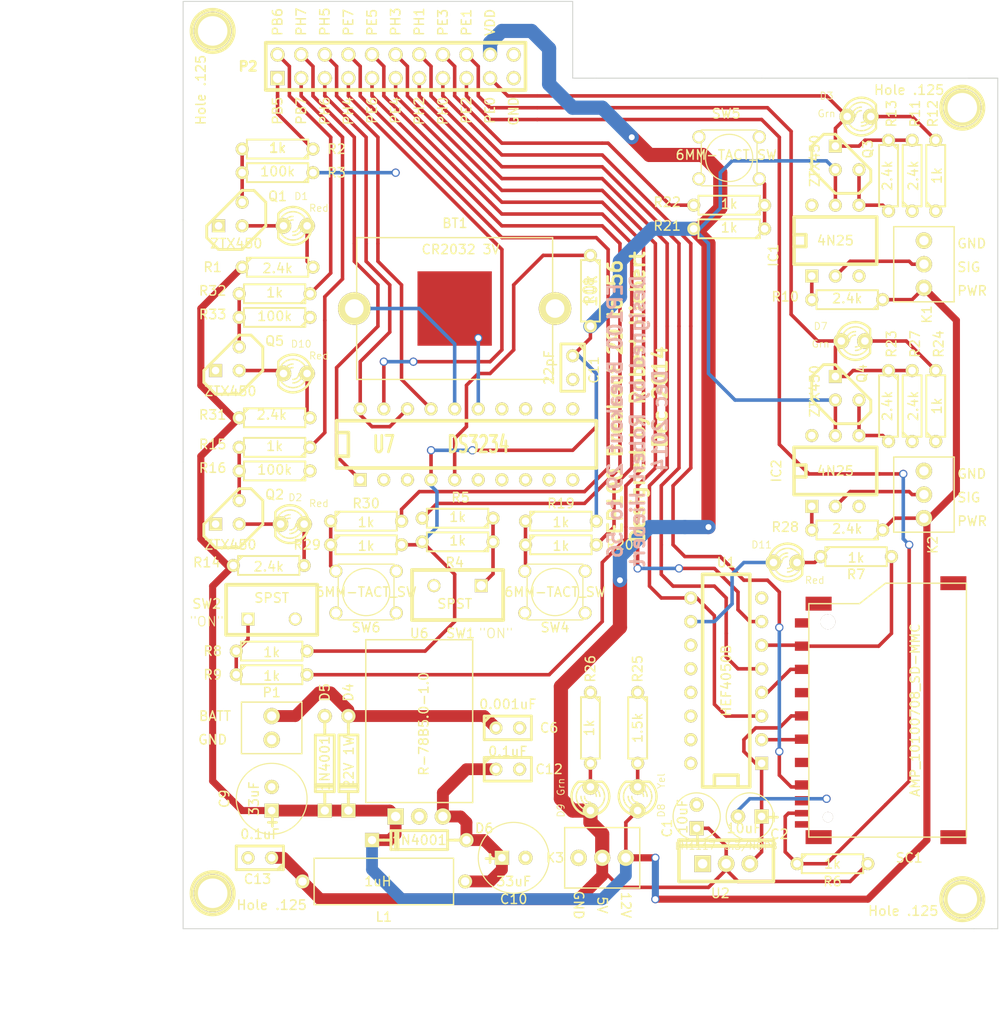
<source format=kicad_pcb>
(kicad_pcb (version 20171130) (host pcbnew "(5.1.6)-1")

  (general
    (thickness 1.6)
    (drawings 52)
    (tracks 491)
    (zones 0)
    (modules 79)
    (nets 57)
  )

  (page A3)
  (layers
    (0 F.Cu signal)
    (31 B.Cu signal)
    (32 B.Adhes user)
    (33 F.Adhes user)
    (34 B.Paste user)
    (35 F.Paste user)
    (36 B.SilkS user)
    (37 F.SilkS user)
    (38 B.Mask user)
    (39 F.Mask user)
    (40 Dwgs.User user)
    (41 Cmts.User user)
    (42 Eco1.User user)
    (43 Eco2.User user)
    (44 Edge.Cuts user)
  )

  (setup
    (last_trace_width 0.254)
    (user_trace_width 0.381)
    (user_trace_width 0.635)
    (user_trace_width 0.762)
    (user_trace_width 1.016)
    (user_trace_width 1.27)
    (user_trace_width 1.524)
    (trace_clearance 0.254)
    (zone_clearance 0.508)
    (zone_45_only no)
    (trace_min 0.254)
    (via_size 0.889)
    (via_drill 0.635)
    (via_min_size 0.889)
    (via_min_drill 0.508)
    (uvia_size 0.508)
    (uvia_drill 0.127)
    (uvias_allowed no)
    (uvia_min_size 0.508)
    (uvia_min_drill 0.127)
    (edge_width 0.1)
    (segment_width 0.2)
    (pcb_text_width 0.3)
    (pcb_text_size 1.5 1.5)
    (mod_edge_width 0.15)
    (mod_text_size 1 1)
    (mod_text_width 0.15)
    (pad_size 1.778 1.778)
    (pad_drill 1.016)
    (pad_to_mask_clearance 0)
    (aux_axis_origin 0 0)
    (visible_elements 7FFFF3FF)
    (pcbplotparams
      (layerselection 0x00030_ffffffff)
      (usegerberextensions true)
      (usegerberattributes true)
      (usegerberadvancedattributes true)
      (creategerberjobfile true)
      (excludeedgelayer true)
      (linewidth 0.150000)
      (plotframeref false)
      (viasonmask false)
      (mode 1)
      (useauxorigin false)
      (hpglpennumber 1)
      (hpglpenspeed 20)
      (hpglpendiameter 15.000000)
      (psnegative false)
      (psa4output false)
      (plotreference true)
      (plotvalue true)
      (plotinvisibletext false)
      (padsonsilk false)
      (subtractmaskfromsilk false)
      (outputformat 1)
      (mirror false)
      (drillshape 1)
      (scaleselection 1)
      (outputdirectory ""))
  )

  (net 0 "")
  (net 1 +12V)
  (net 2 /PB5)
  (net 3 /PB6)
  (net 4 /PB7)
  (net 5 /PE0)
  (net 6 /PE1)
  (net 7 /PE2)
  (net 8 /PE3)
  (net 9 /PE4)
  (net 10 /PE5)
  (net 11 /PE6)
  (net 12 /PE7)
  (net 13 /PH0)
  (net 14 /PH1)
  (net 15 /PH2)
  (net 16 /PH3)
  (net 17 /PH4)
  (net 18 /PH5)
  (net 19 /PH6)
  (net 20 /PH7)
  (net 21 GND)
  (net 22 N-000001)
  (net 23 N-0000010)
  (net 24 N-0000011)
  (net 25 N-0000013)
  (net 26 N-0000014)
  (net 27 N-0000015)
  (net 28 N-0000016)
  (net 29 N-0000017)
  (net 30 N-0000018)
  (net 31 N-0000019)
  (net 32 N-000002)
  (net 33 N-0000020)
  (net 34 N-0000024)
  (net 35 N-0000027)
  (net 36 N-0000028)
  (net 37 N-0000029)
  (net 38 N-000003)
  (net 39 N-0000036)
  (net 40 N-0000037)
  (net 41 N-000004)
  (net 42 N-0000042)
  (net 43 N-0000043)
  (net 44 N-000005)
  (net 45 N-0000050)
  (net 46 N-0000051)
  (net 47 N-0000056)
  (net 48 N-0000057)
  (net 49 N-000006)
  (net 50 N-0000064)
  (net 51 N-0000065)
  (net 52 N-0000066)
  (net 53 N-0000067)
  (net 54 N-000008)
  (net 55 N-000009)
  (net 56 VDD)

  (net_class Default "This is the default net class."
    (clearance 0.254)
    (trace_width 0.254)
    (via_dia 0.889)
    (via_drill 0.635)
    (uvia_dia 0.508)
    (uvia_drill 0.127)
    (add_net +12V)
    (add_net /PB5)
    (add_net /PB6)
    (add_net /PB7)
    (add_net /PE0)
    (add_net /PE1)
    (add_net /PE2)
    (add_net /PE3)
    (add_net /PE4)
    (add_net /PE5)
    (add_net /PE6)
    (add_net /PE7)
    (add_net /PH0)
    (add_net /PH1)
    (add_net /PH2)
    (add_net /PH3)
    (add_net /PH4)
    (add_net /PH5)
    (add_net /PH6)
    (add_net /PH7)
    (add_net GND)
    (add_net N-000001)
    (add_net N-0000010)
    (add_net N-0000011)
    (add_net N-0000013)
    (add_net N-0000014)
    (add_net N-0000015)
    (add_net N-0000016)
    (add_net N-0000017)
    (add_net N-0000018)
    (add_net N-0000019)
    (add_net N-000002)
    (add_net N-0000020)
    (add_net N-0000024)
    (add_net N-0000027)
    (add_net N-0000028)
    (add_net N-0000029)
    (add_net N-000003)
    (add_net N-0000036)
    (add_net N-0000037)
    (add_net N-000004)
    (add_net N-0000042)
    (add_net N-0000043)
    (add_net N-000005)
    (add_net N-0000050)
    (add_net N-0000051)
    (add_net N-0000056)
    (add_net N-0000057)
    (add_net N-000006)
    (add_net N-0000064)
    (add_net N-0000065)
    (add_net N-0000066)
    (add_net N-0000067)
    (add_net N-000008)
    (add_net N-000009)
    (add_net VDD)
  )

  (module TO92 (layer F.Cu) (tedit 549701EE) (tstamp 5494C819)
    (at 70.485 67.31 180)
    (descr "Transistor TO92 brochage type BC237")
    (tags "TR TO92")
    (path /547A4599)
    (fp_text reference Q1 (at -5.08 1.905 180) (layer F.SilkS)
      (effects (font (size 1.016 1.016) (thickness 0.1524)))
    )
    (fp_text value ZTX450 (at -0.635 -3.175 180) (layer F.SilkS)
      (effects (font (size 1.016 1.016) (thickness 0.1524)))
    )
    (fp_line (start -2.54 2.54) (end -1.27 2.54) (layer F.SilkS) (width 0.3048))
    (fp_line (start -3.81 1.27) (end -2.54 2.54) (layer F.SilkS) (width 0.3048))
    (fp_line (start -3.81 -1.27) (end -3.81 1.27) (layer F.SilkS) (width 0.3048))
    (fp_line (start -1.27 -3.81) (end -3.81 -1.27) (layer F.SilkS) (width 0.3048))
    (fp_line (start 1.27 -3.81) (end -1.27 -3.81) (layer F.SilkS) (width 0.3048))
    (fp_line (start 2.54 -2.54) (end 1.27 -3.81) (layer F.SilkS) (width 0.3048))
    (fp_line (start 2.54 -1.27) (end 2.54 -2.54) (layer F.SilkS) (width 0.3048))
    (fp_line (start -1.27 2.54) (end 2.54 -1.27) (layer F.SilkS) (width 0.3048))
    (pad 1 thru_hole rect (at 1.27 -1.27 180) (size 1.397 1.397) (drill 0.8128) (layers *.Cu *.Mask F.SilkS)
      (net 21 GND))
    (pad 2 thru_hole circle (at -1.27 -1.27 180) (size 1.397 1.397) (drill 0.8128) (layers *.Cu *.Mask F.SilkS)
      (net 31 N-0000019))
    (pad 3 thru_hole circle (at -1.27 1.27 180) (size 1.397 1.397) (drill 0.8128) (layers *.Cu *.Mask F.SilkS)
      (net 33 N-0000020))
    (model discret/to98.wrl
      (at (xyz 0 0 0))
      (scale (xyz 1 1 1))
      (rotate (xyz 0 0 0))
    )
  )

  (module TO92 (layer F.Cu) (tedit 549702FD) (tstamp 5494C828)
    (at 70.1675 99.3775 180)
    (descr "Transistor TO92 brochage type BC237")
    (tags "TR TO92")
    (path /547A455F)
    (fp_text reference Q2 (at -5.08 1.905 180) (layer F.SilkS)
      (effects (font (size 1.016 1.016) (thickness 0.1524)))
    )
    (fp_text value ZTX450 (at -0.3175 -3.4925 180) (layer F.SilkS)
      (effects (font (size 1.016 1.016) (thickness 0.1524)))
    )
    (fp_line (start -2.54 2.54) (end -1.27 2.54) (layer F.SilkS) (width 0.3048))
    (fp_line (start -3.81 1.27) (end -2.54 2.54) (layer F.SilkS) (width 0.3048))
    (fp_line (start -3.81 -1.27) (end -3.81 1.27) (layer F.SilkS) (width 0.3048))
    (fp_line (start -1.27 -3.81) (end -3.81 -1.27) (layer F.SilkS) (width 0.3048))
    (fp_line (start 1.27 -3.81) (end -1.27 -3.81) (layer F.SilkS) (width 0.3048))
    (fp_line (start 2.54 -2.54) (end 1.27 -3.81) (layer F.SilkS) (width 0.3048))
    (fp_line (start 2.54 -1.27) (end 2.54 -2.54) (layer F.SilkS) (width 0.3048))
    (fp_line (start -1.27 2.54) (end 2.54 -1.27) (layer F.SilkS) (width 0.3048))
    (pad 1 thru_hole rect (at 1.27 -1.27 180) (size 1.397 1.397) (drill 0.8128) (layers *.Cu *.Mask F.SilkS)
      (net 21 GND))
    (pad 2 thru_hole circle (at -1.27 -1.27 180) (size 1.397 1.397) (drill 0.8128) (layers *.Cu *.Mask F.SilkS)
      (net 36 N-0000028))
    (pad 3 thru_hole circle (at -1.27 1.27 180) (size 1.397 1.397) (drill 0.8128) (layers *.Cu *.Mask F.SilkS)
      (net 37 N-0000029))
    (model discret/to98.wrl
      (at (xyz 0 0 0))
      (scale (xyz 1 1 1))
      (rotate (xyz 0 0 0))
    )
  )

  (module TO92 (layer F.Cu) (tedit 5497027B) (tstamp 5494C837)
    (at 70.1675 82.8675 180)
    (descr "Transistor TO92 brochage type BC237")
    (tags "TR TO92")
    (path /547A5DBC)
    (fp_text reference Q5 (at -5.08 1.905 180) (layer F.SilkS)
      (effects (font (size 1.016 1.016) (thickness 0.1524)))
    )
    (fp_text value ZTX450 (at -0.3175 -3.4925 180) (layer F.SilkS)
      (effects (font (size 1.016 1.016) (thickness 0.1524)))
    )
    (fp_line (start -2.54 2.54) (end -1.27 2.54) (layer F.SilkS) (width 0.3048))
    (fp_line (start -3.81 1.27) (end -2.54 2.54) (layer F.SilkS) (width 0.3048))
    (fp_line (start -3.81 -1.27) (end -3.81 1.27) (layer F.SilkS) (width 0.3048))
    (fp_line (start -1.27 -3.81) (end -3.81 -1.27) (layer F.SilkS) (width 0.3048))
    (fp_line (start 1.27 -3.81) (end -1.27 -3.81) (layer F.SilkS) (width 0.3048))
    (fp_line (start 2.54 -2.54) (end 1.27 -3.81) (layer F.SilkS) (width 0.3048))
    (fp_line (start 2.54 -1.27) (end 2.54 -2.54) (layer F.SilkS) (width 0.3048))
    (fp_line (start -1.27 2.54) (end 2.54 -1.27) (layer F.SilkS) (width 0.3048))
    (pad 1 thru_hole rect (at 1.27 -1.27 180) (size 1.397 1.397) (drill 0.8128) (layers *.Cu *.Mask F.SilkS)
      (net 21 GND))
    (pad 2 thru_hole circle (at -1.27 -1.27 180) (size 1.397 1.397) (drill 0.8128) (layers *.Cu *.Mask F.SilkS)
      (net 41 N-000004))
    (pad 3 thru_hole circle (at -1.27 1.27 180) (size 1.397 1.397) (drill 0.8128) (layers *.Cu *.Mask F.SilkS)
      (net 44 N-000005))
    (model discret/to98.wrl
      (at (xyz 0 0 0))
      (scale (xyz 1 1 1))
      (rotate (xyz 0 0 0))
    )
  )

  (module TO92 (layer F.Cu) (tedit 5497098A) (tstamp 5494C846)
    (at 136.8425 61.2775 90)
    (descr "Transistor TO92 brochage type BC237")
    (tags "TR TO92")
    (path /547A411A)
    (fp_text reference Q3 (at 0.9525 2.2225 90) (layer F.SilkS)
      (effects (font (size 1.016 1.016) (thickness 0.1524)))
    )
    (fp_text value ZTX450 (at -0.3175 -3.4925 90) (layer F.SilkS)
      (effects (font (size 1.016 1.016) (thickness 0.1524)))
    )
    (fp_line (start -2.54 2.54) (end -1.27 2.54) (layer F.SilkS) (width 0.3048))
    (fp_line (start -3.81 1.27) (end -2.54 2.54) (layer F.SilkS) (width 0.3048))
    (fp_line (start -3.81 -1.27) (end -3.81 1.27) (layer F.SilkS) (width 0.3048))
    (fp_line (start -1.27 -3.81) (end -3.81 -1.27) (layer F.SilkS) (width 0.3048))
    (fp_line (start 1.27 -3.81) (end -1.27 -3.81) (layer F.SilkS) (width 0.3048))
    (fp_line (start 2.54 -2.54) (end 1.27 -3.81) (layer F.SilkS) (width 0.3048))
    (fp_line (start 2.54 -1.27) (end 2.54 -2.54) (layer F.SilkS) (width 0.3048))
    (fp_line (start -1.27 2.54) (end 2.54 -1.27) (layer F.SilkS) (width 0.3048))
    (pad 1 thru_hole rect (at 1.27 -1.27 90) (size 1.397 1.397) (drill 0.8128) (layers *.Cu *.Mask F.SilkS)
      (net 5 /PE0))
    (pad 2 thru_hole circle (at -1.27 -1.27 90) (size 1.397 1.397) (drill 0.8128) (layers *.Cu *.Mask F.SilkS)
      (net 56 VDD))
    (pad 3 thru_hole circle (at -1.27 1.27 90) (size 1.397 1.397) (drill 0.8128) (layers *.Cu *.Mask F.SilkS)
      (net 26 N-0000014))
    (model discret/to98.wrl
      (at (xyz 0 0 0))
      (scale (xyz 1 1 1))
      (rotate (xyz 0 0 0))
    )
  )

  (module TO92 (layer F.Cu) (tedit 54970836) (tstamp 5494C855)
    (at 136.8425 86.0425 90)
    (descr "Transistor TO92 brochage type BC237")
    (tags "TR TO92")
    (path /547A2BE1)
    (fp_text reference Q4 (at 1.5875 1.5875 90) (layer F.SilkS)
      (effects (font (size 1.016 1.016) (thickness 0.1524)))
    )
    (fp_text value ZTX450 (at -0.3175 -3.4925 90) (layer F.SilkS)
      (effects (font (size 1.016 1.016) (thickness 0.1524)))
    )
    (fp_line (start -2.54 2.54) (end -1.27 2.54) (layer F.SilkS) (width 0.3048))
    (fp_line (start -3.81 1.27) (end -2.54 2.54) (layer F.SilkS) (width 0.3048))
    (fp_line (start -3.81 -1.27) (end -3.81 1.27) (layer F.SilkS) (width 0.3048))
    (fp_line (start -1.27 -3.81) (end -3.81 -1.27) (layer F.SilkS) (width 0.3048))
    (fp_line (start 1.27 -3.81) (end -1.27 -3.81) (layer F.SilkS) (width 0.3048))
    (fp_line (start 2.54 -2.54) (end 1.27 -3.81) (layer F.SilkS) (width 0.3048))
    (fp_line (start 2.54 -1.27) (end 2.54 -2.54) (layer F.SilkS) (width 0.3048))
    (fp_line (start -1.27 2.54) (end 2.54 -1.27) (layer F.SilkS) (width 0.3048))
    (pad 1 thru_hole rect (at 1.27 -1.27 90) (size 1.397 1.397) (drill 0.8128) (layers *.Cu *.Mask F.SilkS)
      (net 6 /PE1))
    (pad 2 thru_hole circle (at -1.27 -1.27 90) (size 1.397 1.397) (drill 0.8128) (layers *.Cu *.Mask F.SilkS)
      (net 56 VDD))
    (pad 3 thru_hole circle (at -1.27 1.27 90) (size 1.397 1.397) (drill 0.8128) (layers *.Cu *.Mask F.SilkS)
      (net 28 N-0000016))
    (model discret/to98.wrl
      (at (xyz 0 0 0))
      (scale (xyz 1 1 1))
      (rotate (xyz 0 0 0))
    )
  )

  (module TE_282834-3 (layer F.Cu) (tedit 549708CE) (tstamp 5494C86E)
    (at 145.0975 72.7075 270)
    (path /547A4157)
    (fp_text reference K1 (at 5.3975 -0.3175 270) (layer F.SilkS)
      (effects (font (size 1 1) (thickness 0.15)))
    )
    (fp_text value CONN_3 (at 0 -1.905 270) (layer F.SilkS) hide
      (effects (font (size 1 1) (thickness 0.15)))
    )
    (fp_line (start -4.04 -3.25) (end 4.04 -3.25) (layer F.SilkS) (width 0.15))
    (fp_line (start -4.04 3.25) (end 4.04 3.25) (layer F.SilkS) (width 0.15))
    (fp_line (start 4.04 -3.25) (end 4.04 3.25) (layer F.SilkS) (width 0.15))
    (fp_line (start -4.04 -3.25) (end -4.04 3.25) (layer F.SilkS) (width 0.15))
    (pad 1 thru_hole circle (at -2.54 0 270) (size 1.75 1.75) (drill 1) (layers *.Cu *.Mask F.SilkS)
      (net 21 GND))
    (pad 2 thru_hole circle (at 0 0 270) (size 1.75 1.75) (drill 1) (layers *.Cu *.Mask F.SilkS)
      (net 49 N-000006))
    (pad 3 thru_hole circle (at 2.54 0 270) (size 1.75 1.75) (drill 1) (layers *.Cu *.Mask F.SilkS)
      (net 1 +12V))
  )

  (module TE_282834-3 (layer F.Cu) (tedit 549707D6) (tstamp 5494C879)
    (at 145.0975 97.4725 270)
    (path /547A3574)
    (fp_text reference K2 (at 5.3975 -0.9525 270) (layer F.SilkS)
      (effects (font (size 1 1) (thickness 0.15)))
    )
    (fp_text value CONN_3 (at 0 -1.905 270) (layer F.SilkS) hide
      (effects (font (size 1 1) (thickness 0.15)))
    )
    (fp_line (start -4.04 -3.25) (end 4.04 -3.25) (layer F.SilkS) (width 0.15))
    (fp_line (start -4.04 3.25) (end 4.04 3.25) (layer F.SilkS) (width 0.15))
    (fp_line (start 4.04 -3.25) (end 4.04 3.25) (layer F.SilkS) (width 0.15))
    (fp_line (start -4.04 -3.25) (end -4.04 3.25) (layer F.SilkS) (width 0.15))
    (pad 1 thru_hole circle (at -2.54 0 270) (size 1.75 1.75) (drill 1) (layers *.Cu *.Mask F.SilkS)
      (net 21 GND))
    (pad 2 thru_hole circle (at 0 0 270) (size 1.75 1.75) (drill 1) (layers *.Cu *.Mask F.SilkS)
      (net 23 N-0000010))
    (pad 3 thru_hole circle (at 2.54 0 270) (size 1.75 1.75) (drill 1) (layers *.Cu *.Mask F.SilkS)
      (net 1 +12V))
  )

  (module TE_282834-3 (layer F.Cu) (tedit 5497064F) (tstamp 5494C884)
    (at 110.49 136.525)
    (path /547A6828)
    (fp_text reference K3 (at -5.08 0) (layer F.SilkS)
      (effects (font (size 1 1) (thickness 0.15)))
    )
    (fp_text value CONN_3 (at 0 1.905) (layer F.SilkS) hide
      (effects (font (size 1 1) (thickness 0.15)))
    )
    (fp_line (start -4.04 -3.25) (end 4.04 -3.25) (layer F.SilkS) (width 0.15))
    (fp_line (start -4.04 3.25) (end 4.04 3.25) (layer F.SilkS) (width 0.15))
    (fp_line (start 4.04 -3.25) (end 4.04 3.25) (layer F.SilkS) (width 0.15))
    (fp_line (start -4.04 -3.25) (end -4.04 3.25) (layer F.SilkS) (width 0.15))
    (pad 1 thru_hole circle (at -2.54 0) (size 1.75 1.75) (drill 1) (layers *.Cu *.Mask F.SilkS)
      (net 21 GND))
    (pad 2 thru_hole circle (at 0 0) (size 1.75 1.75) (drill 1) (layers *.Cu *.Mask F.SilkS)
      (net 56 VDD))
    (pad 3 thru_hole circle (at 2.54 0) (size 1.75 1.75) (drill 1) (layers *.Cu *.Mask F.SilkS)
      (net 1 +12V))
  )

  (module TE_282834-2 (layer F.Cu) (tedit 549704A9) (tstamp 5494C88E)
    (at 74.93 122.555 270)
    (path /547A48F3)
    (fp_text reference P1 (at -3.81 0) (layer F.SilkS)
      (effects (font (size 1 1) (thickness 0.15)))
    )
    (fp_text value CONN_2 (at 0 1.905 270) (layer F.SilkS) hide
      (effects (font (size 1 1) (thickness 0.15)))
    )
    (fp_line (start -2.77 -3.25) (end 2.77 -3.25) (layer F.SilkS) (width 0.15))
    (fp_line (start -2.77 3.25) (end 2.77 3.25) (layer F.SilkS) (width 0.15))
    (fp_line (start 2.77 -3.25) (end 2.77 3.25) (layer F.SilkS) (width 0.15))
    (fp_line (start -2.77 -3.25) (end -2.77 3.25) (layer F.SilkS) (width 0.15))
    (pad 1 thru_hole circle (at -1.27 0 270) (size 1.75 1.75) (drill 1) (layers *.Cu *.Mask F.SilkS)
      (net 52 N-0000066))
    (pad 2 thru_hole circle (at 1.27 0 270) (size 1.75 1.75) (drill 1) (layers *.Cu *.Mask F.SilkS)
      (net 21 GND))
  )

  (module Tactile_Push_Button (layer F.Cu) (tedit 549DC8CE) (tstamp 5494C89B)
    (at 105.41 107.95)
    (path /54867F24)
    (fp_text reference SW4 (at 0 3.81) (layer F.SilkS)
      (effects (font (size 1.016 1.016) (thickness 0.1524)))
    )
    (fp_text value 6MM-TACT_SW (at 0 0) (layer F.SilkS)
      (effects (font (size 1.016 1.016) (thickness 0.1524)))
    )
    (fp_line (start -3 -3) (end -3 3) (layer F.SilkS) (width 0.127))
    (fp_line (start 3 3) (end -3 3) (layer F.SilkS) (width 0.127))
    (fp_line (start 3 -3) (end 3 3) (layer F.SilkS) (width 0.127))
    (fp_line (start -3 -3) (end 3 -3) (layer F.SilkS) (width 0.127))
    (fp_circle (center 0 0) (end 0 -2.54) (layer F.SilkS) (width 0.127))
    (pad 2 thru_hole circle (at 3.25 -2.25) (size 1.397 1.397) (drill 0.99) (layers *.Cu *.Mask F.SilkS))
    (pad 4 thru_hole circle (at 3.25 2.25) (size 1.397 1.397) (drill 0.99) (layers *.Cu *.Mask F.SilkS))
    (pad 1 thru_hole circle (at -3.25 -2.25) (size 1.397 1.397) (drill 0.99) (layers *.Cu *.Mask F.SilkS)
      (net 48 N-0000057))
    (pad 3 thru_hole circle (at -3.25 2.25) (size 1.397 1.397) (drill 0.99) (layers *.Cu *.Mask F.SilkS)
      (net 21 GND))
  )

  (module Tactile_Push_Button (layer F.Cu) (tedit 549DC8C8) (tstamp 5494C8A8)
    (at 85.09 107.95)
    (path /54867F50)
    (fp_text reference SW6 (at 0 3.81) (layer F.SilkS)
      (effects (font (size 1.016 1.016) (thickness 0.1524)))
    )
    (fp_text value 6MM-TACT_SW (at 0 0) (layer F.SilkS)
      (effects (font (size 1.016 1.016) (thickness 0.1524)))
    )
    (fp_line (start -3 -3) (end -3 3) (layer F.SilkS) (width 0.127))
    (fp_line (start 3 3) (end -3 3) (layer F.SilkS) (width 0.127))
    (fp_line (start 3 -3) (end 3 3) (layer F.SilkS) (width 0.127))
    (fp_line (start -3 -3) (end 3 -3) (layer F.SilkS) (width 0.127))
    (fp_circle (center 0 0) (end 0 -2.54) (layer F.SilkS) (width 0.127))
    (pad 2 thru_hole circle (at 3.25 -2.25) (size 1.397 1.397) (drill 0.99) (layers *.Cu *.Mask F.SilkS))
    (pad 4 thru_hole circle (at 3.25 2.25) (size 1.397 1.397) (drill 0.99) (layers *.Cu *.Mask F.SilkS))
    (pad 1 thru_hole circle (at -3.25 -2.25) (size 1.397 1.397) (drill 0.99) (layers *.Cu *.Mask F.SilkS)
      (net 47 N-0000056))
    (pad 3 thru_hole circle (at -3.25 2.25) (size 1.397 1.397) (drill 0.99) (layers *.Cu *.Mask F.SilkS)
      (net 21 GND))
  )

  (module Tactile_Push_Button (layer F.Cu) (tedit 5497095B) (tstamp 5494C8B5)
    (at 124.1425 61.2775 180)
    (path /5485D87F)
    (fp_text reference SW5 (at 0.3175 4.7625 180) (layer F.SilkS)
      (effects (font (size 1.016 1.016) (thickness 0.1524)))
    )
    (fp_text value 6MM-TACT_SW (at 0.3175 0.3175 180) (layer F.SilkS)
      (effects (font (size 1.016 1.016) (thickness 0.1524)))
    )
    (fp_line (start -3 -3) (end -3 3) (layer F.SilkS) (width 0.127))
    (fp_line (start 3 3) (end -3 3) (layer F.SilkS) (width 0.127))
    (fp_line (start 3 -3) (end 3 3) (layer F.SilkS) (width 0.127))
    (fp_line (start -3 -3) (end 3 -3) (layer F.SilkS) (width 0.127))
    (fp_circle (center 0 0) (end 0 -2.54) (layer F.SilkS) (width 0.127))
    (pad 2 thru_hole circle (at 3.25 -2.25 180) (size 1.397 1.397) (drill 0.99) (layers *.Cu *.Mask F.SilkS))
    (pad 4 thru_hole circle (at 3.25 2.25 180) (size 1.397 1.397) (drill 0.99) (layers *.Cu *.Mask F.SilkS))
    (pad 1 thru_hole circle (at -3.25 -2.25 180) (size 1.397 1.397) (drill 0.99) (layers *.Cu *.Mask F.SilkS)
      (net 55 N-000009))
    (pad 3 thru_hole circle (at -3.25 2.25 180) (size 1.397 1.397) (drill 0.99) (layers *.Cu *.Mask F.SilkS)
      (net 21 GND))
  )

  (module Slide-Switch (layer F.Cu) (tedit 549DC85E) (tstamp 5494C8BF)
    (at 94.9325 108.2675 180)
    (descr "Connecteurs 2 pins")
    (tags "CONN DEV")
    (path /5489B9C5)
    (fp_text reference SW1 (at -0.3175 -4.1275 180) (layer F.SilkS)
      (effects (font (size 1.016 1.016) (thickness 0.1524)))
    )
    (fp_text value SPST (at 0.3175 -0.9525 180) (layer F.SilkS)
      (effects (font (size 1.016 1.016) (thickness 0.1524)))
    )
    (fp_line (start -4.9 -2.69) (end -4.9 2.69) (layer F.SilkS) (width 0.4))
    (fp_line (start -4.9 -2.69) (end 4.9 -2.69) (layer F.SilkS) (width 0.4))
    (fp_line (start 4.9 -2.69) (end 4.9 2.69) (layer F.SilkS) (width 0.4))
    (fp_line (start -4.9 2.69) (end 4.9 2.69) (layer F.SilkS) (width 0.4))
    (pad 1 thru_hole rect (at -2.54 1 180) (size 1.397 1.397) (drill 0.99) (layers *.Cu *.Mask F.SilkS)
      (net 40 N-0000037))
    (pad 2 thru_hole circle (at 2.54 1 180) (size 1.397 1.397) (drill 0.99) (layers *.Cu *.Mask F.SilkS)
      (net 21 GND))
  )

  (module Slide-Switch (layer F.Cu) (tedit 54970322) (tstamp 5494C8C9)
    (at 74.93 109.855)
    (descr "Connecteurs 2 pins")
    (tags "CONN DEV")
    (path /5489B9B3)
    (fp_text reference SW2 (at -6.985 -0.635) (layer F.SilkS)
      (effects (font (size 1.016 1.016) (thickness 0.1524)))
    )
    (fp_text value SPST (at 0 -1.27) (layer F.SilkS)
      (effects (font (size 1.016 1.016) (thickness 0.1524)))
    )
    (fp_line (start -4.9 -2.69) (end -4.9 2.69) (layer F.SilkS) (width 0.4))
    (fp_line (start -4.9 -2.69) (end 4.9 -2.69) (layer F.SilkS) (width 0.4))
    (fp_line (start 4.9 -2.69) (end 4.9 2.69) (layer F.SilkS) (width 0.4))
    (fp_line (start -4.9 2.69) (end 4.9 2.69) (layer F.SilkS) (width 0.4))
    (pad 1 thru_hole rect (at -2.54 1) (size 1.397 1.397) (drill 0.99) (layers *.Cu *.Mask F.SilkS)
      (net 39 N-0000036))
    (pad 2 thru_hole circle (at 2.54 1) (size 1.397 1.397) (drill 0.99) (layers *.Cu *.Mask F.SilkS)
      (net 21 GND))
  )

  (module SD-MMC (layer F.Cu) (tedit 54970769) (tstamp 5494C8E4)
    (at 132.715 120.65 90)
    (path /5495BC17)
    (fp_text reference SC1 (at -15.875 10.795 180) (layer F.SilkS)
      (effects (font (size 1 1) (thickness 0.15)))
    )
    (fp_text value AMP_10100708_SD-MMC (at 0 11.43 90) (layer F.SilkS)
      (effects (font (size 1 1) (thickness 0.15)))
    )
    (fp_line (start -13.65 0) (end 11.45 0) (layer F.SilkS) (width 0.15))
    (fp_line (start 11.45 0) (end 11.45 5.45) (layer F.SilkS) (width 0.15))
    (fp_line (start 11.45 5.45) (end 13.65 8.25) (layer F.SilkS) (width 0.15))
    (fp_line (start 13.65 8.25) (end 13.65 16.95) (layer F.SilkS) (width 0.15))
    (fp_line (start 13.65 16.95) (end -13.65 16.95) (layer F.SilkS) (width 0.15))
    (fp_line (start -13.65 0) (end -13.65 16.95) (layer F.SilkS) (width 0.15))
    (pad 9 smd rect (at 9.38 -0.75 90) (size 1 1.5) (layers F.Cu F.Paste F.Mask))
    (pad 1 smd rect (at 6.88 -0.75 90) (size 1 1.5) (layers F.Cu F.Paste F.Mask)
      (net 50 N-0000064))
    (pad 2 smd rect (at 4.388 -0.75 90) (size 1 1.5) (layers F.Cu F.Paste F.Mask)
      (net 46 N-0000051))
    (pad 3 smd rect (at 1.88 -0.75 90) (size 1 1.5) (layers F.Cu F.Paste F.Mask)
      (net 21 GND))
    (pad 4 smd rect (at -0.62 -0.75 90) (size 1 1.5) (layers F.Cu F.Paste F.Mask)
      (net 43 N-0000043))
    (pad 5 smd rect (at -3.12 -0.75 90) (size 1 1.5) (layers F.Cu F.Paste F.Mask)
      (net 45 N-0000050))
    (pad 6 smd rect (at -5.62 -0.75 90) (size 1 1.5) (layers F.Cu F.Paste F.Mask)
      (net 21 GND))
    (pad 7 smd rect (at -8.04 -0.75 90) (size 1 1.5) (layers F.Cu F.Paste F.Mask)
      (net 13 /PH0))
    (pad 8 smd rect (at -9.74 -0.75 90) (size 1 1.5) (layers F.Cu F.Paste F.Mask))
    (pad CD smd rect (at -11.08 -0.75 90) (size 0.7 1.5) (layers F.Cu F.Paste F.Mask)
      (net 7 /PE2))
    (pad WP smd rect (at -12.28 -0.75 90) (size 0.7 1.5) (layers F.Cu F.Paste F.Mask))
    (pad "" smd rect (at -13.65 1.05 90) (size 1.5 2.8) (layers F.Cu F.Paste F.Mask))
    (pad "" smd rect (at 11.45 1.05 90) (size 1.5 2.8) (layers F.Cu F.Paste F.Mask))
    (pad "" smd rect (at 13.65 15.55 90) (size 1.5 2.8) (layers F.Cu F.Paste F.Mask))
    (pad "" smd rect (at -13.65 15.55 90) (size 1.5 2.8) (layers F.Cu F.Paste F.Mask))
    (pad Hole thru_hole circle (at -11.5 2.05 90) (size 1.1 1.1) (drill 1.1) (layers *.Cu *.Mask F.SilkS))
    (pad Hole thru_hole circle (at 9.5 2.05 90) (size 1.6 1.6) (drill 1.6) (layers *.Cu *.Mask F.SilkS))
  )

  (module R3 (layer F.Cu) (tedit 54970409) (tstamp 5494C8FD)
    (at 85.09 102.87)
    (descr "Resitance 3 pas")
    (tags R)
    (path /54869F5F)
    (autoplace_cost180 10)
    (fp_text reference R29 (at -6.35 0) (layer F.SilkS)
      (effects (font (size 1.016 1.016) (thickness 0.1524)))
    )
    (fp_text value 1k (at 0 0.127) (layer F.SilkS)
      (effects (font (size 1.016 1.016) (thickness 0.1524)))
    )
    (fp_line (start -3.302 -0.508) (end -2.794 -1.016) (layer F.SilkS) (width 0.2032))
    (fp_line (start 3.302 1.016) (end 3.302 0) (layer F.SilkS) (width 0.2032))
    (fp_line (start -3.302 1.016) (end 3.302 1.016) (layer F.SilkS) (width 0.2032))
    (fp_line (start -3.302 -1.016) (end -3.302 1.016) (layer F.SilkS) (width 0.2032))
    (fp_line (start 3.302 -1.016) (end -3.302 -1.016) (layer F.SilkS) (width 0.2032))
    (fp_line (start 3.302 0) (end 3.302 -1.016) (layer F.SilkS) (width 0.2032))
    (fp_line (start 3.81 0) (end 3.302 0) (layer F.SilkS) (width 0.2032))
    (fp_line (start -3.81 0) (end -3.302 0) (layer F.SilkS) (width 0.2032))
    (pad 1 thru_hole circle (at -3.81 0) (size 1.397 1.397) (drill 0.8128) (layers *.Cu *.Mask F.SilkS)
      (net 47 N-0000056))
    (pad 2 thru_hole circle (at 3.81 0) (size 1.397 1.397) (drill 0.8128) (layers *.Cu *.Mask F.SilkS)
      (net 56 VDD))
    (model discret/resistor.wrl
      (at (xyz 0 0 0))
      (scale (xyz 0.3 0.3 0.3))
      (rotate (xyz 0 0 0))
    )
  )

  (module R3 (layer F.Cu) (tedit 5497019D) (tstamp 5494C90B)
    (at 75.565 62.865 180)
    (descr "Resitance 3 pas")
    (tags R)
    (path /547A459F)
    (autoplace_cost180 10)
    (fp_text reference R3 (at -6.35 0 180) (layer F.SilkS)
      (effects (font (size 1.016 1.016) (thickness 0.1524)))
    )
    (fp_text value 100k (at 0 0.127 180) (layer F.SilkS)
      (effects (font (size 1.016 1.016) (thickness 0.1524)))
    )
    (fp_line (start -3.302 -0.508) (end -2.794 -1.016) (layer F.SilkS) (width 0.2032))
    (fp_line (start 3.302 1.016) (end 3.302 0) (layer F.SilkS) (width 0.2032))
    (fp_line (start -3.302 1.016) (end 3.302 1.016) (layer F.SilkS) (width 0.2032))
    (fp_line (start -3.302 -1.016) (end -3.302 1.016) (layer F.SilkS) (width 0.2032))
    (fp_line (start 3.302 -1.016) (end -3.302 -1.016) (layer F.SilkS) (width 0.2032))
    (fp_line (start 3.302 0) (end 3.302 -1.016) (layer F.SilkS) (width 0.2032))
    (fp_line (start 3.81 0) (end 3.302 0) (layer F.SilkS) (width 0.2032))
    (fp_line (start -3.81 0) (end -3.302 0) (layer F.SilkS) (width 0.2032))
    (pad 1 thru_hole circle (at -3.81 0 180) (size 1.397 1.397) (drill 0.8128) (layers *.Cu *.Mask F.SilkS)
      (net 21 GND))
    (pad 2 thru_hole circle (at 3.81 0 180) (size 1.397 1.397) (drill 0.8128) (layers *.Cu *.Mask F.SilkS)
      (net 33 N-0000020))
    (model discret/resistor.wrl
      (at (xyz 0 0 0))
      (scale (xyz 0.3 0.3 0.3))
      (rotate (xyz 0 0 0))
    )
  )

  (module R3 (layer F.Cu) (tedit 5497018D) (tstamp 5494C919)
    (at 75.565 60.325 180)
    (descr "Resitance 3 pas")
    (tags R)
    (path /547A45A5)
    (autoplace_cost180 10)
    (fp_text reference R2 (at -6.35 0 180) (layer F.SilkS)
      (effects (font (size 1.016 1.016) (thickness 0.1524)))
    )
    (fp_text value 1k (at 0 0.127 180) (layer F.SilkS)
      (effects (font (size 1.016 1.016) (thickness 0.2032)))
    )
    (fp_line (start -3.302 -0.508) (end -2.794 -1.016) (layer F.SilkS) (width 0.2032))
    (fp_line (start 3.302 1.016) (end 3.302 0) (layer F.SilkS) (width 0.2032))
    (fp_line (start -3.302 1.016) (end 3.302 1.016) (layer F.SilkS) (width 0.2032))
    (fp_line (start -3.302 -1.016) (end -3.302 1.016) (layer F.SilkS) (width 0.2032))
    (fp_line (start 3.302 -1.016) (end -3.302 -1.016) (layer F.SilkS) (width 0.2032))
    (fp_line (start 3.302 0) (end 3.302 -1.016) (layer F.SilkS) (width 0.2032))
    (fp_line (start 3.81 0) (end 3.302 0) (layer F.SilkS) (width 0.2032))
    (fp_line (start -3.81 0) (end -3.302 0) (layer F.SilkS) (width 0.2032))
    (pad 1 thru_hole circle (at -3.81 0 180) (size 1.397 1.397) (drill 0.8128) (layers *.Cu *.Mask F.SilkS)
      (net 2 /PB5))
    (pad 2 thru_hole circle (at 3.81 0 180) (size 1.397 1.397) (drill 0.8128) (layers *.Cu *.Mask F.SilkS)
      (net 33 N-0000020))
    (model discret/resistor.wrl
      (at (xyz 0 0 0))
      (scale (xyz 0.3 0.3 0.3))
      (rotate (xyz 0 0 0))
    )
  )

  (module R3 (layer F.Cu) (tedit 5497092A) (tstamp 5494C927)
    (at 124.1425 66.3575 180)
    (descr "Resitance 3 pas")
    (tags R)
    (path /5485D88C)
    (autoplace_cost180 10)
    (fp_text reference R22 (at 6.6675 0.3175 180) (layer F.SilkS)
      (effects (font (size 1.016 1.016) (thickness 0.1524)))
    )
    (fp_text value 1k (at 0 0.127 180) (layer F.SilkS)
      (effects (font (size 1.016 1.016) (thickness 0.1524)))
    )
    (fp_line (start -3.302 -0.508) (end -2.794 -1.016) (layer F.SilkS) (width 0.2032))
    (fp_line (start 3.302 1.016) (end 3.302 0) (layer F.SilkS) (width 0.2032))
    (fp_line (start -3.302 1.016) (end 3.302 1.016) (layer F.SilkS) (width 0.2032))
    (fp_line (start -3.302 -1.016) (end -3.302 1.016) (layer F.SilkS) (width 0.2032))
    (fp_line (start 3.302 -1.016) (end -3.302 -1.016) (layer F.SilkS) (width 0.2032))
    (fp_line (start 3.302 0) (end 3.302 -1.016) (layer F.SilkS) (width 0.2032))
    (fp_line (start 3.81 0) (end 3.302 0) (layer F.SilkS) (width 0.2032))
    (fp_line (start -3.81 0) (end -3.302 0) (layer F.SilkS) (width 0.2032))
    (pad 1 thru_hole circle (at -3.81 0 180) (size 1.397 1.397) (drill 0.8128) (layers *.Cu *.Mask F.SilkS)
      (net 55 N-000009))
    (pad 2 thru_hole circle (at 3.81 0 180) (size 1.397 1.397) (drill 0.8128) (layers *.Cu *.Mask F.SilkS)
      (net 8 /PE3))
    (model discret/resistor.wrl
      (at (xyz 0 0 0))
      (scale (xyz 0.3 0.3 0.3))
      (rotate (xyz 0 0 0))
    )
  )

  (module R3 (layer F.Cu) (tedit 5497043F) (tstamp 5494C935)
    (at 106.045 102.87)
    (descr "Resitance 3 pas")
    (tags R)
    (path /54867F2A)
    (autoplace_cost180 10)
    (fp_text reference R20 (at 6.35 0) (layer F.SilkS)
      (effects (font (size 1.016 1.016) (thickness 0.1524)))
    )
    (fp_text value 1k (at 0 0.127) (layer F.SilkS)
      (effects (font (size 1.016 1.016) (thickness 0.1524)))
    )
    (fp_line (start -3.302 -0.508) (end -2.794 -1.016) (layer F.SilkS) (width 0.2032))
    (fp_line (start 3.302 1.016) (end 3.302 0) (layer F.SilkS) (width 0.2032))
    (fp_line (start -3.302 1.016) (end 3.302 1.016) (layer F.SilkS) (width 0.2032))
    (fp_line (start -3.302 -1.016) (end -3.302 1.016) (layer F.SilkS) (width 0.2032))
    (fp_line (start 3.302 -1.016) (end -3.302 -1.016) (layer F.SilkS) (width 0.2032))
    (fp_line (start 3.302 0) (end 3.302 -1.016) (layer F.SilkS) (width 0.2032))
    (fp_line (start 3.81 0) (end 3.302 0) (layer F.SilkS) (width 0.2032))
    (fp_line (start -3.81 0) (end -3.302 0) (layer F.SilkS) (width 0.2032))
    (pad 1 thru_hole circle (at -3.81 0) (size 1.397 1.397) (drill 0.8128) (layers *.Cu *.Mask F.SilkS)
      (net 48 N-0000057))
    (pad 2 thru_hole circle (at 3.81 0) (size 1.397 1.397) (drill 0.8128) (layers *.Cu *.Mask F.SilkS)
      (net 10 /PE5))
    (model discret/resistor.wrl
      (at (xyz 0 0 0))
      (scale (xyz 0.3 0.3 0.3))
      (rotate (xyz 0 0 0))
    )
  )

  (module R3 (layer F.Cu) (tedit 549702B0) (tstamp 5494C943)
    (at 75.2475 89.2175)
    (descr "Resitance 3 pas")
    (tags R)
    (path /547A5DB6)
    (autoplace_cost180 10)
    (fp_text reference R31 (at -6.6675 -0.3175) (layer F.SilkS)
      (effects (font (size 1.016 1.016) (thickness 0.1524)))
    )
    (fp_text value 2.4k (at -0.3175 -0.3175) (layer F.SilkS)
      (effects (font (size 1.016 1.016) (thickness 0.1524)))
    )
    (fp_line (start -3.302 -0.508) (end -2.794 -1.016) (layer F.SilkS) (width 0.2032))
    (fp_line (start 3.302 1.016) (end 3.302 0) (layer F.SilkS) (width 0.2032))
    (fp_line (start -3.302 1.016) (end 3.302 1.016) (layer F.SilkS) (width 0.2032))
    (fp_line (start -3.302 -1.016) (end -3.302 1.016) (layer F.SilkS) (width 0.2032))
    (fp_line (start 3.302 -1.016) (end -3.302 -1.016) (layer F.SilkS) (width 0.2032))
    (fp_line (start 3.302 0) (end 3.302 -1.016) (layer F.SilkS) (width 0.2032))
    (fp_line (start 3.81 0) (end 3.302 0) (layer F.SilkS) (width 0.2032))
    (fp_line (start -3.81 0) (end -3.302 0) (layer F.SilkS) (width 0.2032))
    (pad 1 thru_hole circle (at -3.81 0) (size 1.397 1.397) (drill 0.8128) (layers *.Cu *.Mask F.SilkS)
      (net 1 +12V))
    (pad 2 thru_hole circle (at 3.81 0) (size 1.397 1.397) (drill 0.8128) (layers *.Cu *.Mask F.SilkS)
      (net 38 N-000003))
    (model discret/resistor.wrl
      (at (xyz 0 0 0))
      (scale (xyz 0.3 0.3 0.3))
      (rotate (xyz 0 0 0))
    )
  )

  (module R3 (layer F.Cu) (tedit 5497066C) (tstamp 5494C951)
    (at 109.22 122.555 270)
    (descr "Resitance 3 pas")
    (tags R)
    (path /547A72E0)
    (autoplace_cost180 10)
    (fp_text reference R26 (at -6.35 0 270) (layer F.SilkS)
      (effects (font (size 1.016 1.016) (thickness 0.1524)))
    )
    (fp_text value 1k (at 0 0.127 270) (layer F.SilkS)
      (effects (font (size 1.016 1.016) (thickness 0.1524)))
    )
    (fp_line (start -3.302 -0.508) (end -2.794 -1.016) (layer F.SilkS) (width 0.2032))
    (fp_line (start 3.302 1.016) (end 3.302 0) (layer F.SilkS) (width 0.2032))
    (fp_line (start -3.302 1.016) (end 3.302 1.016) (layer F.SilkS) (width 0.2032))
    (fp_line (start -3.302 -1.016) (end -3.302 1.016) (layer F.SilkS) (width 0.2032))
    (fp_line (start 3.302 -1.016) (end -3.302 -1.016) (layer F.SilkS) (width 0.2032))
    (fp_line (start 3.302 0) (end 3.302 -1.016) (layer F.SilkS) (width 0.2032))
    (fp_line (start 3.81 0) (end 3.302 0) (layer F.SilkS) (width 0.2032))
    (fp_line (start -3.81 0) (end -3.302 0) (layer F.SilkS) (width 0.2032))
    (pad 1 thru_hole circle (at -3.81 0 270) (size 1.397 1.397) (drill 0.8128) (layers *.Cu *.Mask F.SilkS)
      (net 21 GND))
    (pad 2 thru_hole circle (at 3.81 0 270) (size 1.397 1.397) (drill 0.8128) (layers *.Cu *.Mask F.SilkS)
      (net 22 N-000001))
    (model discret/resistor.wrl
      (at (xyz 0 0 0))
      (scale (xyz 0.3 0.3 0.3))
      (rotate (xyz 0 0 0))
    )
  )

  (module R3 (layer F.Cu) (tedit 5497024C) (tstamp 5494C95F)
    (at 75.2475 78.4225 180)
    (descr "Resitance 3 pas")
    (tags R)
    (path /547A5DC2)
    (autoplace_cost180 10)
    (fp_text reference R33 (at 6.6675 0.3175 180) (layer F.SilkS)
      (effects (font (size 1.016 1.016) (thickness 0.1524)))
    )
    (fp_text value 100k (at 0 0.127 180) (layer F.SilkS)
      (effects (font (size 1.016 1.016) (thickness 0.1524)))
    )
    (fp_line (start -3.302 -0.508) (end -2.794 -1.016) (layer F.SilkS) (width 0.2032))
    (fp_line (start 3.302 1.016) (end 3.302 0) (layer F.SilkS) (width 0.2032))
    (fp_line (start -3.302 1.016) (end 3.302 1.016) (layer F.SilkS) (width 0.2032))
    (fp_line (start -3.302 -1.016) (end -3.302 1.016) (layer F.SilkS) (width 0.2032))
    (fp_line (start 3.302 -1.016) (end -3.302 -1.016) (layer F.SilkS) (width 0.2032))
    (fp_line (start 3.302 0) (end 3.302 -1.016) (layer F.SilkS) (width 0.2032))
    (fp_line (start 3.81 0) (end 3.302 0) (layer F.SilkS) (width 0.2032))
    (fp_line (start -3.81 0) (end -3.302 0) (layer F.SilkS) (width 0.2032))
    (pad 1 thru_hole circle (at -3.81 0 180) (size 1.397 1.397) (drill 0.8128) (layers *.Cu *.Mask F.SilkS)
      (net 21 GND))
    (pad 2 thru_hole circle (at 3.81 0 180) (size 1.397 1.397) (drill 0.8128) (layers *.Cu *.Mask F.SilkS)
      (net 44 N-000005))
    (model discret/resistor.wrl
      (at (xyz 0 0 0))
      (scale (xyz 0.3 0.3 0.3))
      (rotate (xyz 0 0 0))
    )
  )

  (module R3 (layer F.Cu) (tedit 54970239) (tstamp 5494C96D)
    (at 75.2475 75.8825 180)
    (descr "Resitance 3 pas")
    (tags R)
    (path /547A5DC8)
    (autoplace_cost180 10)
    (fp_text reference R32 (at 6.6675 0.3175 180) (layer F.SilkS)
      (effects (font (size 1.016 1.016) (thickness 0.1524)))
    )
    (fp_text value 1k (at 0 0.127 180) (layer F.SilkS)
      (effects (font (size 1.016 1.016) (thickness 0.1524)))
    )
    (fp_line (start -3.302 -0.508) (end -2.794 -1.016) (layer F.SilkS) (width 0.2032))
    (fp_line (start 3.302 1.016) (end 3.302 0) (layer F.SilkS) (width 0.2032))
    (fp_line (start -3.302 1.016) (end 3.302 1.016) (layer F.SilkS) (width 0.2032))
    (fp_line (start -3.302 -1.016) (end -3.302 1.016) (layer F.SilkS) (width 0.2032))
    (fp_line (start 3.302 -1.016) (end -3.302 -1.016) (layer F.SilkS) (width 0.2032))
    (fp_line (start 3.302 0) (end 3.302 -1.016) (layer F.SilkS) (width 0.2032))
    (fp_line (start 3.81 0) (end 3.302 0) (layer F.SilkS) (width 0.2032))
    (fp_line (start -3.81 0) (end -3.302 0) (layer F.SilkS) (width 0.2032))
    (pad 1 thru_hole circle (at -3.81 0 180) (size 1.397 1.397) (drill 0.8128) (layers *.Cu *.Mask F.SilkS)
      (net 3 /PB6))
    (pad 2 thru_hole circle (at 3.81 0 180) (size 1.397 1.397) (drill 0.8128) (layers *.Cu *.Mask F.SilkS)
      (net 44 N-000005))
    (model discret/resistor.wrl
      (at (xyz 0 0 0))
      (scale (xyz 0.3 0.3 0.3))
      (rotate (xyz 0 0 0))
    )
  )

  (module R3 (layer F.Cu) (tedit 54964519) (tstamp 5494CEB1)
    (at 109.22 75.565 270)
    (descr "Resitance 3 pas")
    (tags R)
    (path /547B92E6)
    (autoplace_cost180 10)
    (fp_text reference R18 (at 0 0.127 270) (layer F.SilkS)
      (effects (font (size 1.016 1.016) (thickness 0.1524)))
    )
    (fp_text value 10k (at 0 0 270) (layer F.SilkS)
      (effects (font (size 1.397 1.27) (thickness 0.2032)))
    )
    (fp_line (start -3.302 -0.508) (end -2.794 -1.016) (layer F.SilkS) (width 0.2032))
    (fp_line (start 3.302 1.016) (end 3.302 0) (layer F.SilkS) (width 0.2032))
    (fp_line (start -3.302 1.016) (end 3.302 1.016) (layer F.SilkS) (width 0.2032))
    (fp_line (start -3.302 -1.016) (end -3.302 1.016) (layer F.SilkS) (width 0.2032))
    (fp_line (start 3.302 -1.016) (end -3.302 -1.016) (layer F.SilkS) (width 0.2032))
    (fp_line (start 3.302 0) (end 3.302 -1.016) (layer F.SilkS) (width 0.2032))
    (fp_line (start 3.81 0) (end 3.302 0) (layer F.SilkS) (width 0.2032))
    (fp_line (start -3.81 0) (end -3.302 0) (layer F.SilkS) (width 0.2032))
    (pad 1 thru_hole circle (at -3.81 0 270) (size 1.397 1.397) (drill 0.8128) (layers *.Cu *.Mask F.SilkS)
      (net 24 N-0000011))
    (pad 2 thru_hole circle (at 3.81 0 270) (size 1.397 1.397) (drill 0.8128) (layers *.Cu *.Mask F.SilkS)
      (net 56 VDD))
    (model discret/resistor.wrl
      (at (xyz 0 0 0))
      (scale (xyz 0.3 0.3 0.3))
      (rotate (xyz 0 0 0))
    )
  )

  (module R3 (layer F.Cu) (tedit 54970431) (tstamp 5494C989)
    (at 106.045 100.33)
    (descr "Resitance 3 pas")
    (tags R)
    (path /54869F65)
    (autoplace_cost180 10)
    (fp_text reference R19 (at 0 -1.905) (layer F.SilkS)
      (effects (font (size 1.016 1.016) (thickness 0.1524)))
    )
    (fp_text value 1k (at 0 0.127) (layer F.SilkS)
      (effects (font (size 1.016 1.016) (thickness 0.1524)))
    )
    (fp_line (start -3.302 -0.508) (end -2.794 -1.016) (layer F.SilkS) (width 0.2032))
    (fp_line (start 3.302 1.016) (end 3.302 0) (layer F.SilkS) (width 0.2032))
    (fp_line (start -3.302 1.016) (end 3.302 1.016) (layer F.SilkS) (width 0.2032))
    (fp_line (start -3.302 -1.016) (end -3.302 1.016) (layer F.SilkS) (width 0.2032))
    (fp_line (start 3.302 -1.016) (end -3.302 -1.016) (layer F.SilkS) (width 0.2032))
    (fp_line (start 3.302 0) (end 3.302 -1.016) (layer F.SilkS) (width 0.2032))
    (fp_line (start 3.81 0) (end 3.302 0) (layer F.SilkS) (width 0.2032))
    (fp_line (start -3.81 0) (end -3.302 0) (layer F.SilkS) (width 0.2032))
    (pad 1 thru_hole circle (at -3.81 0) (size 1.397 1.397) (drill 0.8128) (layers *.Cu *.Mask F.SilkS)
      (net 48 N-0000057))
    (pad 2 thru_hole circle (at 3.81 0) (size 1.397 1.397) (drill 0.8128) (layers *.Cu *.Mask F.SilkS)
      (net 56 VDD))
    (model discret/resistor.wrl
      (at (xyz 0 0 0))
      (scale (xyz 0.3 0.3 0.3))
      (rotate (xyz 0 0 0))
    )
  )

  (module R3 (layer F.Cu) (tedit 5497032F) (tstamp 5494C997)
    (at 74.6125 105.0925)
    (descr "Resitance 3 pas")
    (tags R)
    (path /547A4559)
    (autoplace_cost180 10)
    (fp_text reference R14 (at -6.6675 -0.3175) (layer F.SilkS)
      (effects (font (size 1.016 1.016) (thickness 0.1524)))
    )
    (fp_text value 2.4k (at 0 0.127) (layer F.SilkS)
      (effects (font (size 1.016 1.016) (thickness 0.1524)))
    )
    (fp_line (start -3.302 -0.508) (end -2.794 -1.016) (layer F.SilkS) (width 0.2032))
    (fp_line (start 3.302 1.016) (end 3.302 0) (layer F.SilkS) (width 0.2032))
    (fp_line (start -3.302 1.016) (end 3.302 1.016) (layer F.SilkS) (width 0.2032))
    (fp_line (start -3.302 -1.016) (end -3.302 1.016) (layer F.SilkS) (width 0.2032))
    (fp_line (start 3.302 -1.016) (end -3.302 -1.016) (layer F.SilkS) (width 0.2032))
    (fp_line (start 3.302 0) (end 3.302 -1.016) (layer F.SilkS) (width 0.2032))
    (fp_line (start 3.81 0) (end 3.302 0) (layer F.SilkS) (width 0.2032))
    (fp_line (start -3.81 0) (end -3.302 0) (layer F.SilkS) (width 0.2032))
    (pad 1 thru_hole circle (at -3.81 0) (size 1.397 1.397) (drill 0.8128) (layers *.Cu *.Mask F.SilkS)
      (net 1 +12V))
    (pad 2 thru_hole circle (at 3.81 0) (size 1.397 1.397) (drill 0.8128) (layers *.Cu *.Mask F.SilkS)
      (net 35 N-0000027))
    (model discret/resistor.wrl
      (at (xyz 0 0 0))
      (scale (xyz 0.3 0.3 0.3))
      (rotate (xyz 0 0 0))
    )
  )

  (module R3 (layer F.Cu) (tedit 54970678) (tstamp 5494C9A5)
    (at 114.3 122.555 270)
    (descr "Resitance 3 pas")
    (tags R)
    (path /547A7198)
    (autoplace_cost180 10)
    (fp_text reference R25 (at -6.35 0 270) (layer F.SilkS)
      (effects (font (size 1.016 1.016) (thickness 0.1524)))
    )
    (fp_text value 1.5k (at 0 0 270) (layer F.SilkS)
      (effects (font (size 1.016 1.016) (thickness 0.1524)))
    )
    (fp_line (start -3.302 -0.508) (end -2.794 -1.016) (layer F.SilkS) (width 0.2032))
    (fp_line (start 3.302 1.016) (end 3.302 0) (layer F.SilkS) (width 0.2032))
    (fp_line (start -3.302 1.016) (end 3.302 1.016) (layer F.SilkS) (width 0.2032))
    (fp_line (start -3.302 -1.016) (end -3.302 1.016) (layer F.SilkS) (width 0.2032))
    (fp_line (start 3.302 -1.016) (end -3.302 -1.016) (layer F.SilkS) (width 0.2032))
    (fp_line (start 3.302 0) (end 3.302 -1.016) (layer F.SilkS) (width 0.2032))
    (fp_line (start 3.81 0) (end 3.302 0) (layer F.SilkS) (width 0.2032))
    (fp_line (start -3.81 0) (end -3.302 0) (layer F.SilkS) (width 0.2032))
    (pad 1 thru_hole circle (at -3.81 0 270) (size 1.397 1.397) (drill 0.8128) (layers *.Cu *.Mask F.SilkS)
      (net 21 GND))
    (pad 2 thru_hole circle (at 3.81 0 270) (size 1.397 1.397) (drill 0.8128) (layers *.Cu *.Mask F.SilkS)
      (net 32 N-000002))
    (model discret/resistor.wrl
      (at (xyz 0 0 0))
      (scale (xyz 0.3 0.3 0.3))
      (rotate (xyz 0 0 0))
    )
  )

  (module R3 (layer F.Cu) (tedit 5497046F) (tstamp 5494C9B3)
    (at 74.93 116.84)
    (descr "Resitance 3 pas")
    (tags R)
    (path /548655F9)
    (autoplace_cost180 10)
    (fp_text reference R9 (at -6.35 0) (layer F.SilkS)
      (effects (font (size 1.016 1.016) (thickness 0.1524)))
    )
    (fp_text value 1k (at 0 0.127) (layer F.SilkS)
      (effects (font (size 1.016 1.016) (thickness 0.1524)))
    )
    (fp_line (start -3.302 -0.508) (end -2.794 -1.016) (layer F.SilkS) (width 0.2032))
    (fp_line (start 3.302 1.016) (end 3.302 0) (layer F.SilkS) (width 0.2032))
    (fp_line (start -3.302 1.016) (end 3.302 1.016) (layer F.SilkS) (width 0.2032))
    (fp_line (start -3.302 -1.016) (end -3.302 1.016) (layer F.SilkS) (width 0.2032))
    (fp_line (start 3.302 -1.016) (end -3.302 -1.016) (layer F.SilkS) (width 0.2032))
    (fp_line (start 3.302 0) (end 3.302 -1.016) (layer F.SilkS) (width 0.2032))
    (fp_line (start 3.81 0) (end 3.302 0) (layer F.SilkS) (width 0.2032))
    (fp_line (start -3.81 0) (end -3.302 0) (layer F.SilkS) (width 0.2032))
    (pad 1 thru_hole circle (at -3.81 0) (size 1.397 1.397) (drill 0.8128) (layers *.Cu *.Mask F.SilkS)
      (net 39 N-0000036))
    (pad 2 thru_hole circle (at 3.81 0) (size 1.397 1.397) (drill 0.8128) (layers *.Cu *.Mask F.SilkS)
      (net 9 /PE4))
    (model discret/resistor.wrl
      (at (xyz 0 0 0))
      (scale (xyz 0.3 0.3 0.3))
      (rotate (xyz 0 0 0))
    )
  )

  (module R3 (layer F.Cu) (tedit 5497086E) (tstamp 5494C9C1)
    (at 146.3675 87.9475 90)
    (descr "Resitance 3 pas")
    (tags R)
    (path /547A2DCE)
    (autoplace_cost180 10)
    (fp_text reference R24 (at 6.6675 0.3175 90) (layer F.SilkS)
      (effects (font (size 1.016 1.016) (thickness 0.1524)))
    )
    (fp_text value 1k (at 0 0.127 90) (layer F.SilkS)
      (effects (font (size 1.016 1.016) (thickness 0.1524)))
    )
    (fp_line (start -3.302 -0.508) (end -2.794 -1.016) (layer F.SilkS) (width 0.2032))
    (fp_line (start 3.302 1.016) (end 3.302 0) (layer F.SilkS) (width 0.2032))
    (fp_line (start -3.302 1.016) (end 3.302 1.016) (layer F.SilkS) (width 0.2032))
    (fp_line (start -3.302 -1.016) (end -3.302 1.016) (layer F.SilkS) (width 0.2032))
    (fp_line (start 3.302 -1.016) (end -3.302 -1.016) (layer F.SilkS) (width 0.2032))
    (fp_line (start 3.302 0) (end 3.302 -1.016) (layer F.SilkS) (width 0.2032))
    (fp_line (start 3.81 0) (end 3.302 0) (layer F.SilkS) (width 0.2032))
    (fp_line (start -3.81 0) (end -3.302 0) (layer F.SilkS) (width 0.2032))
    (pad 1 thru_hole circle (at -3.81 0 90) (size 1.397 1.397) (drill 0.8128) (layers *.Cu *.Mask F.SilkS)
      (net 21 GND))
    (pad 2 thru_hole circle (at 3.81 0 90) (size 1.397 1.397) (drill 0.8128) (layers *.Cu *.Mask F.SilkS)
      (net 25 N-0000013))
    (model discret/resistor.wrl
      (at (xyz 0 0 0))
      (scale (xyz 0.3 0.3 0.3))
      (rotate (xyz 0 0 0))
    )
  )

  (module R3 (layer F.Cu) (tedit 5497071B) (tstamp 5494C9CF)
    (at 135.255 137.16)
    (descr "Resitance 3 pas")
    (tags R)
    (path /5487666A)
    (autoplace_cost180 10)
    (fp_text reference R6 (at 0 1.905) (layer F.SilkS)
      (effects (font (size 1.016 1.016) (thickness 0.1524)))
    )
    (fp_text value 1k (at 0 0) (layer F.SilkS)
      (effects (font (size 1.016 1.016) (thickness 0.1524)))
    )
    (fp_line (start -3.302 -0.508) (end -2.794 -1.016) (layer F.SilkS) (width 0.2032))
    (fp_line (start 3.302 1.016) (end 3.302 0) (layer F.SilkS) (width 0.2032))
    (fp_line (start -3.302 1.016) (end 3.302 1.016) (layer F.SilkS) (width 0.2032))
    (fp_line (start -3.302 -1.016) (end -3.302 1.016) (layer F.SilkS) (width 0.2032))
    (fp_line (start 3.302 -1.016) (end -3.302 -1.016) (layer F.SilkS) (width 0.2032))
    (fp_line (start 3.302 0) (end 3.302 -1.016) (layer F.SilkS) (width 0.2032))
    (fp_line (start 3.81 0) (end 3.302 0) (layer F.SilkS) (width 0.2032))
    (fp_line (start -3.81 0) (end -3.302 0) (layer F.SilkS) (width 0.2032))
    (pad 1 thru_hole circle (at -3.81 0) (size 1.397 1.397) (drill 0.8128) (layers *.Cu *.Mask F.SilkS)
      (net 7 /PE2))
    (pad 2 thru_hole circle (at 3.81 0) (size 1.397 1.397) (drill 0.8128) (layers *.Cu *.Mask F.SilkS)
      (net 56 VDD))
    (model discret/resistor.wrl
      (at (xyz 0 0 0))
      (scale (xyz 0.3 0.3 0.3))
      (rotate (xyz 0 0 0))
    )
  )

  (module R3 (layer F.Cu) (tedit 54970794) (tstamp 5494C9DD)
    (at 137.795 104.14)
    (descr "Resitance 3 pas")
    (tags R)
    (path /54873F0F)
    (autoplace_cost180 10)
    (fp_text reference R7 (at 0 1.905) (layer F.SilkS)
      (effects (font (size 1.016 1.016) (thickness 0.1524)))
    )
    (fp_text value 1k (at 0 0.127) (layer F.SilkS)
      (effects (font (size 1.016 1.016) (thickness 0.1524)))
    )
    (fp_line (start -3.302 -0.508) (end -2.794 -1.016) (layer F.SilkS) (width 0.2032))
    (fp_line (start 3.302 1.016) (end 3.302 0) (layer F.SilkS) (width 0.2032))
    (fp_line (start -3.302 1.016) (end 3.302 1.016) (layer F.SilkS) (width 0.2032))
    (fp_line (start -3.302 -1.016) (end -3.302 1.016) (layer F.SilkS) (width 0.2032))
    (fp_line (start 3.302 -1.016) (end -3.302 -1.016) (layer F.SilkS) (width 0.2032))
    (fp_line (start 3.302 0) (end 3.302 -1.016) (layer F.SilkS) (width 0.2032))
    (fp_line (start 3.81 0) (end 3.302 0) (layer F.SilkS) (width 0.2032))
    (fp_line (start -3.81 0) (end -3.302 0) (layer F.SilkS) (width 0.2032))
    (pad 1 thru_hole circle (at -3.81 0) (size 1.397 1.397) (drill 0.8128) (layers *.Cu *.Mask F.SilkS)
      (net 51 N-0000065))
    (pad 2 thru_hole circle (at 3.81 0) (size 1.397 1.397) (drill 0.8128) (layers *.Cu *.Mask F.SilkS)
      (net 50 N-0000064))
    (model discret/resistor.wrl
      (at (xyz 0 0 0))
      (scale (xyz 0.3 0.3 0.3))
      (rotate (xyz 0 0 0))
    )
  )

  (module R3 (layer F.Cu) (tedit 54970462) (tstamp 5494C9EB)
    (at 74.93 114.3)
    (descr "Resitance 3 pas")
    (tags R)
    (path /5486963F)
    (autoplace_cost180 10)
    (fp_text reference R8 (at -6.35 0) (layer F.SilkS)
      (effects (font (size 1.016 1.016) (thickness 0.1524)))
    )
    (fp_text value 1k (at 0 0.127) (layer F.SilkS)
      (effects (font (size 1.016 1.016) (thickness 0.1524)))
    )
    (fp_line (start -3.302 -0.508) (end -2.794 -1.016) (layer F.SilkS) (width 0.2032))
    (fp_line (start 3.302 1.016) (end 3.302 0) (layer F.SilkS) (width 0.2032))
    (fp_line (start -3.302 1.016) (end 3.302 1.016) (layer F.SilkS) (width 0.2032))
    (fp_line (start -3.302 -1.016) (end -3.302 1.016) (layer F.SilkS) (width 0.2032))
    (fp_line (start 3.302 -1.016) (end -3.302 -1.016) (layer F.SilkS) (width 0.2032))
    (fp_line (start 3.302 0) (end 3.302 -1.016) (layer F.SilkS) (width 0.2032))
    (fp_line (start 3.81 0) (end 3.302 0) (layer F.SilkS) (width 0.2032))
    (fp_line (start -3.81 0) (end -3.302 0) (layer F.SilkS) (width 0.2032))
    (pad 1 thru_hole circle (at -3.81 0) (size 1.397 1.397) (drill 0.8128) (layers *.Cu *.Mask F.SilkS)
      (net 39 N-0000036))
    (pad 2 thru_hole circle (at 3.81 0) (size 1.397 1.397) (drill 0.8128) (layers *.Cu *.Mask F.SilkS)
      (net 56 VDD))
    (model discret/resistor.wrl
      (at (xyz 0 0 0))
      (scale (xyz 0.3 0.3 0.3))
      (rotate (xyz 0 0 0))
    )
  )

  (module R3 (layer F.Cu) (tedit 54970937) (tstamp 5494C9F9)
    (at 124.1425 68.8975 180)
    (descr "Resitance 3 pas")
    (tags R)
    (path /5486A0F6)
    (autoplace_cost180 10)
    (fp_text reference R21 (at 6.6675 0.3175 180) (layer F.SilkS)
      (effects (font (size 1.016 1.016) (thickness 0.1524)))
    )
    (fp_text value 1k (at 0 0.127 180) (layer F.SilkS)
      (effects (font (size 1.016 1.016) (thickness 0.1524)))
    )
    (fp_line (start -3.302 -0.508) (end -2.794 -1.016) (layer F.SilkS) (width 0.2032))
    (fp_line (start 3.302 1.016) (end 3.302 0) (layer F.SilkS) (width 0.2032))
    (fp_line (start -3.302 1.016) (end 3.302 1.016) (layer F.SilkS) (width 0.2032))
    (fp_line (start -3.302 -1.016) (end -3.302 1.016) (layer F.SilkS) (width 0.2032))
    (fp_line (start 3.302 -1.016) (end -3.302 -1.016) (layer F.SilkS) (width 0.2032))
    (fp_line (start 3.302 0) (end 3.302 -1.016) (layer F.SilkS) (width 0.2032))
    (fp_line (start 3.81 0) (end 3.302 0) (layer F.SilkS) (width 0.2032))
    (fp_line (start -3.81 0) (end -3.302 0) (layer F.SilkS) (width 0.2032))
    (pad 1 thru_hole circle (at -3.81 0 180) (size 1.397 1.397) (drill 0.8128) (layers *.Cu *.Mask F.SilkS)
      (net 55 N-000009))
    (pad 2 thru_hole circle (at 3.81 0 180) (size 1.397 1.397) (drill 0.8128) (layers *.Cu *.Mask F.SilkS)
      (net 56 VDD))
    (model discret/resistor.wrl
      (at (xyz 0 0 0))
      (scale (xyz 0.3 0.3 0.3))
      (rotate (xyz 0 0 0))
    )
  )

  (module R3 (layer F.Cu) (tedit 549707BB) (tstamp 5494CA07)
    (at 136.8425 101.2825 180)
    (descr "Resitance 3 pas")
    (tags R)
    (path /547A2BC1)
    (autoplace_cost180 10)
    (fp_text reference R28 (at 6.6675 0.3175 180) (layer F.SilkS)
      (effects (font (size 1.016 1.016) (thickness 0.1524)))
    )
    (fp_text value 2.4k (at 0 0.127 180) (layer F.SilkS)
      (effects (font (size 1.016 1.016) (thickness 0.1524)))
    )
    (fp_line (start -3.302 -0.508) (end -2.794 -1.016) (layer F.SilkS) (width 0.2032))
    (fp_line (start 3.302 1.016) (end 3.302 0) (layer F.SilkS) (width 0.2032))
    (fp_line (start -3.302 1.016) (end 3.302 1.016) (layer F.SilkS) (width 0.2032))
    (fp_line (start -3.302 -1.016) (end -3.302 1.016) (layer F.SilkS) (width 0.2032))
    (fp_line (start 3.302 -1.016) (end -3.302 -1.016) (layer F.SilkS) (width 0.2032))
    (fp_line (start 3.302 0) (end 3.302 -1.016) (layer F.SilkS) (width 0.2032))
    (fp_line (start 3.81 0) (end 3.302 0) (layer F.SilkS) (width 0.2032))
    (fp_line (start -3.81 0) (end -3.302 0) (layer F.SilkS) (width 0.2032))
    (pad 1 thru_hole circle (at -3.81 0 180) (size 1.397 1.397) (drill 0.8128) (layers *.Cu *.Mask F.SilkS)
      (net 1 +12V))
    (pad 2 thru_hole circle (at 3.81 0 180) (size 1.397 1.397) (drill 0.8128) (layers *.Cu *.Mask F.SilkS)
      (net 29 N-0000017))
    (model discret/resistor.wrl
      (at (xyz 0 0 0))
      (scale (xyz 0.3 0.3 0.3))
      (rotate (xyz 0 0 0))
    )
  )

  (module R3 (layer F.Cu) (tedit 54970862) (tstamp 5494CA15)
    (at 143.8275 87.9475 90)
    (descr "Resitance 3 pas")
    (tags R)
    (path /547A2D7B)
    (autoplace_cost180 10)
    (fp_text reference R27 (at 6.6675 0.3175 90) (layer F.SilkS)
      (effects (font (size 1.016 1.016) (thickness 0.1524)))
    )
    (fp_text value 2.4k (at 0 0.127 90) (layer F.SilkS)
      (effects (font (size 1.016 1.016) (thickness 0.1524)))
    )
    (fp_line (start -3.302 -0.508) (end -2.794 -1.016) (layer F.SilkS) (width 0.2032))
    (fp_line (start 3.302 1.016) (end 3.302 0) (layer F.SilkS) (width 0.2032))
    (fp_line (start -3.302 1.016) (end 3.302 1.016) (layer F.SilkS) (width 0.2032))
    (fp_line (start -3.302 -1.016) (end -3.302 1.016) (layer F.SilkS) (width 0.2032))
    (fp_line (start 3.302 -1.016) (end -3.302 -1.016) (layer F.SilkS) (width 0.2032))
    (fp_line (start 3.302 0) (end 3.302 -1.016) (layer F.SilkS) (width 0.2032))
    (fp_line (start 3.81 0) (end 3.302 0) (layer F.SilkS) (width 0.2032))
    (fp_line (start -3.81 0) (end -3.302 0) (layer F.SilkS) (width 0.2032))
    (pad 1 thru_hole circle (at -3.81 0 90) (size 1.397 1.397) (drill 0.8128) (layers *.Cu *.Mask F.SilkS)
      (net 21 GND))
    (pad 2 thru_hole circle (at 3.81 0 90) (size 1.397 1.397) (drill 0.8128) (layers *.Cu *.Mask F.SilkS)
      (net 6 /PE1))
    (model discret/resistor.wrl
      (at (xyz 0 0 0))
      (scale (xyz 0.3 0.3 0.3))
      (rotate (xyz 0 0 0))
    )
  )

  (module R3 (layer F.Cu) (tedit 54970854) (tstamp 5494FD5F)
    (at 141.2875 87.9475 270)
    (descr "Resitance 3 pas")
    (tags R)
    (path /547A2D81)
    (autoplace_cost180 10)
    (fp_text reference R23 (at -6.6675 -0.3175 270) (layer F.SilkS)
      (effects (font (size 1.016 1.016) (thickness 0.1524)))
    )
    (fp_text value 2.4k (at 0 0.127 270) (layer F.SilkS)
      (effects (font (size 1.016 1.016) (thickness 0.1524)))
    )
    (fp_line (start -3.302 -0.508) (end -2.794 -1.016) (layer F.SilkS) (width 0.2032))
    (fp_line (start 3.302 1.016) (end 3.302 0) (layer F.SilkS) (width 0.2032))
    (fp_line (start -3.302 1.016) (end 3.302 1.016) (layer F.SilkS) (width 0.2032))
    (fp_line (start -3.302 -1.016) (end -3.302 1.016) (layer F.SilkS) (width 0.2032))
    (fp_line (start 3.302 -1.016) (end -3.302 -1.016) (layer F.SilkS) (width 0.2032))
    (fp_line (start 3.302 0) (end 3.302 -1.016) (layer F.SilkS) (width 0.2032))
    (fp_line (start 3.81 0) (end 3.302 0) (layer F.SilkS) (width 0.2032))
    (fp_line (start -3.81 0) (end -3.302 0) (layer F.SilkS) (width 0.2032))
    (pad 1 thru_hole circle (at -3.81 0 270) (size 1.397 1.397) (drill 0.8128) (layers *.Cu *.Mask F.SilkS)
      (net 6 /PE1))
    (pad 2 thru_hole circle (at 3.81 0 270) (size 1.397 1.397) (drill 0.8128) (layers *.Cu *.Mask F.SilkS)
      (net 28 N-0000016))
    (model discret/resistor.wrl
      (at (xyz 0 0 0))
      (scale (xyz 0.3 0.3 0.3))
      (rotate (xyz 0 0 0))
    )
  )

  (module R3 (layer F.Cu) (tedit 54970422) (tstamp 5494CA31)
    (at 94.9325 102.5525 180)
    (descr "Resitance 3 pas")
    (tags R)
    (path /54869633)
    (autoplace_cost180 10)
    (fp_text reference R4 (at 0.3175 -2.2225 180) (layer F.SilkS)
      (effects (font (size 1.016 1.016) (thickness 0.1524)))
    )
    (fp_text value 1k (at 0 0.127 180) (layer F.SilkS)
      (effects (font (size 1.016 1.016) (thickness 0.1524)))
    )
    (fp_line (start -3.302 -0.508) (end -2.794 -1.016) (layer F.SilkS) (width 0.2032))
    (fp_line (start 3.302 1.016) (end 3.302 0) (layer F.SilkS) (width 0.2032))
    (fp_line (start -3.302 1.016) (end 3.302 1.016) (layer F.SilkS) (width 0.2032))
    (fp_line (start -3.302 -1.016) (end -3.302 1.016) (layer F.SilkS) (width 0.2032))
    (fp_line (start 3.302 -1.016) (end -3.302 -1.016) (layer F.SilkS) (width 0.2032))
    (fp_line (start 3.302 0) (end 3.302 -1.016) (layer F.SilkS) (width 0.2032))
    (fp_line (start 3.81 0) (end 3.302 0) (layer F.SilkS) (width 0.2032))
    (fp_line (start -3.81 0) (end -3.302 0) (layer F.SilkS) (width 0.2032))
    (pad 1 thru_hole circle (at -3.81 0 180) (size 1.397 1.397) (drill 0.8128) (layers *.Cu *.Mask F.SilkS)
      (net 40 N-0000037))
    (pad 2 thru_hole circle (at 3.81 0 180) (size 1.397 1.397) (drill 0.8128) (layers *.Cu *.Mask F.SilkS)
      (net 56 VDD))
    (model discret/resistor.wrl
      (at (xyz 0 0 0))
      (scale (xyz 0.3 0.3 0.3))
      (rotate (xyz 0 0 0))
    )
  )

  (module R3 (layer F.Cu) (tedit 5497022C) (tstamp 5494CA3F)
    (at 75.565 73.025)
    (descr "Resitance 3 pas")
    (tags R)
    (path /547A4593)
    (autoplace_cost180 10)
    (fp_text reference R1 (at -6.985 0) (layer F.SilkS)
      (effects (font (size 1.016 1.016) (thickness 0.1524)))
    )
    (fp_text value 2.4k (at 0 0.127) (layer F.SilkS)
      (effects (font (size 1.016 1.016) (thickness 0.1524)))
    )
    (fp_line (start -3.302 -0.508) (end -2.794 -1.016) (layer F.SilkS) (width 0.2032))
    (fp_line (start 3.302 1.016) (end 3.302 0) (layer F.SilkS) (width 0.2032))
    (fp_line (start -3.302 1.016) (end 3.302 1.016) (layer F.SilkS) (width 0.2032))
    (fp_line (start -3.302 -1.016) (end -3.302 1.016) (layer F.SilkS) (width 0.2032))
    (fp_line (start 3.302 -1.016) (end -3.302 -1.016) (layer F.SilkS) (width 0.2032))
    (fp_line (start 3.302 0) (end 3.302 -1.016) (layer F.SilkS) (width 0.2032))
    (fp_line (start 3.81 0) (end 3.302 0) (layer F.SilkS) (width 0.2032))
    (fp_line (start -3.81 0) (end -3.302 0) (layer F.SilkS) (width 0.2032))
    (pad 1 thru_hole circle (at -3.81 0) (size 1.397 1.397) (drill 0.8128) (layers *.Cu *.Mask F.SilkS)
      (net 1 +12V))
    (pad 2 thru_hole circle (at 3.81 0) (size 1.397 1.397) (drill 0.8128) (layers *.Cu *.Mask F.SilkS)
      (net 30 N-0000018))
    (model discret/resistor.wrl
      (at (xyz 0 0 0))
      (scale (xyz 0.3 0.3 0.3))
      (rotate (xyz 0 0 0))
    )
  )

  (module R3 (layer F.Cu) (tedit 549708E0) (tstamp 5494FC6D)
    (at 136.8425 76.5175 180)
    (descr "Resitance 3 pas")
    (tags R)
    (path /547A410E)
    (autoplace_cost180 10)
    (fp_text reference R10 (at 6.6675 0.3175 180) (layer F.SilkS)
      (effects (font (size 1.016 1.016) (thickness 0.1524)))
    )
    (fp_text value 2.4k (at 0 0.127 180) (layer F.SilkS)
      (effects (font (size 1.016 1.016) (thickness 0.1524)))
    )
    (fp_line (start -3.302 -0.508) (end -2.794 -1.016) (layer F.SilkS) (width 0.2032))
    (fp_line (start 3.302 1.016) (end 3.302 0) (layer F.SilkS) (width 0.2032))
    (fp_line (start -3.302 1.016) (end 3.302 1.016) (layer F.SilkS) (width 0.2032))
    (fp_line (start -3.302 -1.016) (end -3.302 1.016) (layer F.SilkS) (width 0.2032))
    (fp_line (start 3.302 -1.016) (end -3.302 -1.016) (layer F.SilkS) (width 0.2032))
    (fp_line (start 3.302 0) (end 3.302 -1.016) (layer F.SilkS) (width 0.2032))
    (fp_line (start 3.81 0) (end 3.302 0) (layer F.SilkS) (width 0.2032))
    (fp_line (start -3.81 0) (end -3.302 0) (layer F.SilkS) (width 0.2032))
    (pad 1 thru_hole circle (at -3.81 0 180) (size 1.397 1.397) (drill 0.8128) (layers *.Cu *.Mask F.SilkS)
      (net 1 +12V))
    (pad 2 thru_hole circle (at 3.81 0 180) (size 1.397 1.397) (drill 0.8128) (layers *.Cu *.Mask F.SilkS)
      (net 27 N-0000015))
    (model discret/resistor.wrl
      (at (xyz 0 0 0))
      (scale (xyz 0.3 0.3 0.3))
      (rotate (xyz 0 0 0))
    )
  )

  (module R3 (layer F.Cu) (tedit 54970B62) (tstamp 5494FB90)
    (at 143.8275 63.1825 90)
    (descr "Resitance 3 pas")
    (tags R)
    (path /547A4126)
    (autoplace_cost180 10)
    (fp_text reference R11 (at 6.6675 0.3175 90) (layer F.SilkS)
      (effects (font (size 1.016 1.016) (thickness 0.1524)))
    )
    (fp_text value 2.4k (at 0 0.127 90) (layer F.SilkS)
      (effects (font (size 1.016 1.016) (thickness 0.1524)))
    )
    (fp_line (start -3.302 -0.508) (end -2.794 -1.016) (layer F.SilkS) (width 0.2032))
    (fp_line (start 3.302 1.016) (end 3.302 0) (layer F.SilkS) (width 0.2032))
    (fp_line (start -3.302 1.016) (end 3.302 1.016) (layer F.SilkS) (width 0.2032))
    (fp_line (start -3.302 -1.016) (end -3.302 1.016) (layer F.SilkS) (width 0.2032))
    (fp_line (start 3.302 -1.016) (end -3.302 -1.016) (layer F.SilkS) (width 0.2032))
    (fp_line (start 3.302 0) (end 3.302 -1.016) (layer F.SilkS) (width 0.2032))
    (fp_line (start 3.81 0) (end 3.302 0) (layer F.SilkS) (width 0.2032))
    (fp_line (start -3.81 0) (end -3.302 0) (layer F.SilkS) (width 0.2032))
    (pad 1 thru_hole circle (at -3.81 0 90) (size 1.397 1.397) (drill 0.8128) (layers *.Cu *.Mask F.SilkS)
      (net 21 GND))
    (pad 2 thru_hole circle (at 3.81 0 90) (size 1.397 1.397) (drill 0.8128) (layers *.Cu *.Mask F.SilkS)
      (net 5 /PE0))
    (model discret/resistor.wrl
      (at (xyz 0 0 0))
      (scale (xyz 0.3 0.3 0.3))
      (rotate (xyz 0 0 0))
    )
  )

  (module R3 (layer F.Cu) (tedit 54970B52) (tstamp 5494FAAF)
    (at 141.2875 63.1825 270)
    (descr "Resitance 3 pas")
    (tags R)
    (path /547A412C)
    (autoplace_cost180 10)
    (fp_text reference R13 (at -6.6675 -0.3175 270) (layer F.SilkS)
      (effects (font (size 1.016 1.016) (thickness 0.1524)))
    )
    (fp_text value 2.4k (at 0 0.127 270) (layer F.SilkS)
      (effects (font (size 1.016 1.016) (thickness 0.1524)))
    )
    (fp_line (start -3.302 -0.508) (end -2.794 -1.016) (layer F.SilkS) (width 0.2032))
    (fp_line (start 3.302 1.016) (end 3.302 0) (layer F.SilkS) (width 0.2032))
    (fp_line (start -3.302 1.016) (end 3.302 1.016) (layer F.SilkS) (width 0.2032))
    (fp_line (start -3.302 -1.016) (end -3.302 1.016) (layer F.SilkS) (width 0.2032))
    (fp_line (start 3.302 -1.016) (end -3.302 -1.016) (layer F.SilkS) (width 0.2032))
    (fp_line (start 3.302 0) (end 3.302 -1.016) (layer F.SilkS) (width 0.2032))
    (fp_line (start 3.81 0) (end 3.302 0) (layer F.SilkS) (width 0.2032))
    (fp_line (start -3.81 0) (end -3.302 0) (layer F.SilkS) (width 0.2032))
    (pad 1 thru_hole circle (at -3.81 0 270) (size 1.397 1.397) (drill 0.8128) (layers *.Cu *.Mask F.SilkS)
      (net 5 /PE0))
    (pad 2 thru_hole circle (at 3.81 0 270) (size 1.397 1.397) (drill 0.8128) (layers *.Cu *.Mask F.SilkS)
      (net 26 N-0000014))
    (model discret/resistor.wrl
      (at (xyz 0 0 0))
      (scale (xyz 0.3 0.3 0.3))
      (rotate (xyz 0 0 0))
    )
  )

  (module R3 (layer F.Cu) (tedit 54970416) (tstamp 5494CA77)
    (at 94.9325 100.0125 180)
    (descr "Resitance 3 pas")
    (tags R)
    (path /54868A05)
    (autoplace_cost180 10)
    (fp_text reference R5 (at -0.3175 2.2225 180) (layer F.SilkS)
      (effects (font (size 1.016 1.016) (thickness 0.1524)))
    )
    (fp_text value 1k (at 0 0.127 180) (layer F.SilkS)
      (effects (font (size 1.016 1.016) (thickness 0.1524)))
    )
    (fp_line (start -3.302 -0.508) (end -2.794 -1.016) (layer F.SilkS) (width 0.2032))
    (fp_line (start 3.302 1.016) (end 3.302 0) (layer F.SilkS) (width 0.2032))
    (fp_line (start -3.302 1.016) (end 3.302 1.016) (layer F.SilkS) (width 0.2032))
    (fp_line (start -3.302 -1.016) (end -3.302 1.016) (layer F.SilkS) (width 0.2032))
    (fp_line (start 3.302 -1.016) (end -3.302 -1.016) (layer F.SilkS) (width 0.2032))
    (fp_line (start 3.302 0) (end 3.302 -1.016) (layer F.SilkS) (width 0.2032))
    (fp_line (start 3.81 0) (end 3.302 0) (layer F.SilkS) (width 0.2032))
    (fp_line (start -3.81 0) (end -3.302 0) (layer F.SilkS) (width 0.2032))
    (pad 1 thru_hole circle (at -3.81 0 180) (size 1.397 1.397) (drill 0.8128) (layers *.Cu *.Mask F.SilkS)
      (net 40 N-0000037))
    (pad 2 thru_hole circle (at 3.81 0 180) (size 1.397 1.397) (drill 0.8128) (layers *.Cu *.Mask F.SilkS)
      (net 11 /PE6))
    (model discret/resistor.wrl
      (at (xyz 0 0 0))
      (scale (xyz 0.3 0.3 0.3))
      (rotate (xyz 0 0 0))
    )
  )

  (module R3 (layer F.Cu) (tedit 54970B6E) (tstamp 5494CA85)
    (at 146.3675 63.1825 90)
    (descr "Resitance 3 pas")
    (tags R)
    (path /547A4138)
    (autoplace_cost180 10)
    (fp_text reference R12 (at 6.6675 -0.3175 90) (layer F.SilkS)
      (effects (font (size 1.016 1.016) (thickness 0.1524)))
    )
    (fp_text value 1k (at 0 0.127 90) (layer F.SilkS)
      (effects (font (size 1.016 1.016) (thickness 0.1524)))
    )
    (fp_line (start -3.302 -0.508) (end -2.794 -1.016) (layer F.SilkS) (width 0.2032))
    (fp_line (start 3.302 1.016) (end 3.302 0) (layer F.SilkS) (width 0.2032))
    (fp_line (start -3.302 1.016) (end 3.302 1.016) (layer F.SilkS) (width 0.2032))
    (fp_line (start -3.302 -1.016) (end -3.302 1.016) (layer F.SilkS) (width 0.2032))
    (fp_line (start 3.302 -1.016) (end -3.302 -1.016) (layer F.SilkS) (width 0.2032))
    (fp_line (start 3.302 0) (end 3.302 -1.016) (layer F.SilkS) (width 0.2032))
    (fp_line (start 3.81 0) (end 3.302 0) (layer F.SilkS) (width 0.2032))
    (fp_line (start -3.81 0) (end -3.302 0) (layer F.SilkS) (width 0.2032))
    (pad 1 thru_hole circle (at -3.81 0 90) (size 1.397 1.397) (drill 0.8128) (layers *.Cu *.Mask F.SilkS)
      (net 21 GND))
    (pad 2 thru_hole circle (at 3.81 0 90) (size 1.397 1.397) (drill 0.8128) (layers *.Cu *.Mask F.SilkS)
      (net 34 N-0000024))
    (model discret/resistor.wrl
      (at (xyz 0 0 0))
      (scale (xyz 0.3 0.3 0.3))
      (rotate (xyz 0 0 0))
    )
  )

  (module R3 (layer F.Cu) (tedit 549703FD) (tstamp 5494CA93)
    (at 85.09 100.33)
    (descr "Resitance 3 pas")
    (tags R)
    (path /54867F56)
    (autoplace_cost180 10)
    (fp_text reference R30 (at 0 -1.905) (layer F.SilkS)
      (effects (font (size 1.016 1.016) (thickness 0.1524)))
    )
    (fp_text value 1k (at 0 0.127) (layer F.SilkS)
      (effects (font (size 1.016 1.016) (thickness 0.1524)))
    )
    (fp_line (start -3.302 -0.508) (end -2.794 -1.016) (layer F.SilkS) (width 0.2032))
    (fp_line (start 3.302 1.016) (end 3.302 0) (layer F.SilkS) (width 0.2032))
    (fp_line (start -3.302 1.016) (end 3.302 1.016) (layer F.SilkS) (width 0.2032))
    (fp_line (start -3.302 -1.016) (end -3.302 1.016) (layer F.SilkS) (width 0.2032))
    (fp_line (start 3.302 -1.016) (end -3.302 -1.016) (layer F.SilkS) (width 0.2032))
    (fp_line (start 3.302 0) (end 3.302 -1.016) (layer F.SilkS) (width 0.2032))
    (fp_line (start 3.81 0) (end 3.302 0) (layer F.SilkS) (width 0.2032))
    (fp_line (start -3.81 0) (end -3.302 0) (layer F.SilkS) (width 0.2032))
    (pad 1 thru_hole circle (at -3.81 0) (size 1.397 1.397) (drill 0.8128) (layers *.Cu *.Mask F.SilkS)
      (net 47 N-0000056))
    (pad 2 thru_hole circle (at 3.81 0) (size 1.397 1.397) (drill 0.8128) (layers *.Cu *.Mask F.SilkS)
      (net 12 /PE7))
    (model discret/resistor.wrl
      (at (xyz 0 0 0))
      (scale (xyz 0.3 0.3 0.3))
      (rotate (xyz 0 0 0))
    )
  )

  (module R3 (layer F.Cu) (tedit 549702C9) (tstamp 5494CAA1)
    (at 75.2475 94.9325 180)
    (descr "Resitance 3 pas")
    (tags R)
    (path /547A4565)
    (autoplace_cost180 10)
    (fp_text reference R16 (at 6.6675 0.3175 180) (layer F.SilkS)
      (effects (font (size 1.016 1.016) (thickness 0.1524)))
    )
    (fp_text value 100k (at 0 0.127 180) (layer F.SilkS)
      (effects (font (size 1.016 1.016) (thickness 0.1524)))
    )
    (fp_line (start -3.302 -0.508) (end -2.794 -1.016) (layer F.SilkS) (width 0.2032))
    (fp_line (start 3.302 1.016) (end 3.302 0) (layer F.SilkS) (width 0.2032))
    (fp_line (start -3.302 1.016) (end 3.302 1.016) (layer F.SilkS) (width 0.2032))
    (fp_line (start -3.302 -1.016) (end -3.302 1.016) (layer F.SilkS) (width 0.2032))
    (fp_line (start 3.302 -1.016) (end -3.302 -1.016) (layer F.SilkS) (width 0.2032))
    (fp_line (start 3.302 0) (end 3.302 -1.016) (layer F.SilkS) (width 0.2032))
    (fp_line (start 3.81 0) (end 3.302 0) (layer F.SilkS) (width 0.2032))
    (fp_line (start -3.81 0) (end -3.302 0) (layer F.SilkS) (width 0.2032))
    (pad 1 thru_hole circle (at -3.81 0 180) (size 1.397 1.397) (drill 0.8128) (layers *.Cu *.Mask F.SilkS)
      (net 21 GND))
    (pad 2 thru_hole circle (at 3.81 0 180) (size 1.397 1.397) (drill 0.8128) (layers *.Cu *.Mask F.SilkS)
      (net 37 N-0000029))
    (model discret/resistor.wrl
      (at (xyz 0 0 0))
      (scale (xyz 0.3 0.3 0.3))
      (rotate (xyz 0 0 0))
    )
  )

  (module R3 (layer F.Cu) (tedit 549702BD) (tstamp 5494CAAF)
    (at 75.2475 92.3925 180)
    (descr "Resitance 3 pas")
    (tags R)
    (path /547A456B)
    (autoplace_cost180 10)
    (fp_text reference R15 (at 6.6675 0.3175 180) (layer F.SilkS)
      (effects (font (size 1.016 1.016) (thickness 0.1524)))
    )
    (fp_text value 1k (at 0 0.127 180) (layer F.SilkS)
      (effects (font (size 1.016 1.016) (thickness 0.1524)))
    )
    (fp_line (start -3.302 -0.508) (end -2.794 -1.016) (layer F.SilkS) (width 0.2032))
    (fp_line (start 3.302 1.016) (end 3.302 0) (layer F.SilkS) (width 0.2032))
    (fp_line (start -3.302 1.016) (end 3.302 1.016) (layer F.SilkS) (width 0.2032))
    (fp_line (start -3.302 -1.016) (end -3.302 1.016) (layer F.SilkS) (width 0.2032))
    (fp_line (start 3.302 -1.016) (end -3.302 -1.016) (layer F.SilkS) (width 0.2032))
    (fp_line (start 3.302 0) (end 3.302 -1.016) (layer F.SilkS) (width 0.2032))
    (fp_line (start 3.81 0) (end 3.302 0) (layer F.SilkS) (width 0.2032))
    (fp_line (start -3.81 0) (end -3.302 0) (layer F.SilkS) (width 0.2032))
    (pad 1 thru_hole circle (at -3.81 0 180) (size 1.397 1.397) (drill 0.8128) (layers *.Cu *.Mask F.SilkS)
      (net 4 /PB7))
    (pad 2 thru_hole circle (at 3.81 0 180) (size 1.397 1.397) (drill 0.8128) (layers *.Cu *.Mask F.SilkS)
      (net 37 N-0000029))
    (model discret/resistor.wrl
      (at (xyz 0 0 0))
      (scale (xyz 0.3 0.3 0.3))
      (rotate (xyz 0 0 0))
    )
  )

  (module pin_array_11x2 (layer F.Cu) (tedit 54970151) (tstamp 5494CACD)
    (at 89.535 51.435)
    (descr "Double rangee de contacts 2 x 12 pins")
    (tags CONN)
    (path /547A2A20)
    (fp_text reference P2 (at -17.145 0) (layer F.SilkS)
      (effects (font (size 1.016 1.016) (thickness 0.27432)))
    )
    (fp_text value CONN_11X2 (at 14.605 0 90) (layer F.SilkS) hide
      (effects (font (size 1.016 1.016) (thickness 0.2032)))
    )
    (fp_line (start 12.7 2.54) (end 12.7 -2.54) (layer F.SilkS) (width 0.381))
    (fp_line (start -15.24 -2.54) (end -15.24 2.54) (layer F.SilkS) (width 0.381))
    (fp_line (start 12.7 2.54) (end -15.24 2.54) (layer F.SilkS) (width 0.4))
    (fp_line (start 12.7 -2.54) (end -15.24 -2.54) (layer F.SilkS) (width 0.4))
    (pad 1 thru_hole rect (at -13.97 1.27) (size 1.524 1.524) (drill 1.016) (layers *.Cu *.Mask F.SilkS)
      (net 2 /PB5))
    (pad 2 thru_hole circle (at -13.97 -1.27) (size 1.524 1.524) (drill 1.016) (layers *.Cu *.Mask F.SilkS)
      (net 3 /PB6))
    (pad 3 thru_hole circle (at -11.43 1.27) (size 1.524 1.524) (drill 1.016) (layers *.Cu *.Mask F.SilkS)
      (net 4 /PB7))
    (pad 4 thru_hole circle (at -11.43 -1.27) (size 1.524 1.524) (drill 1.016) (layers *.Cu *.Mask F.SilkS)
      (net 20 /PH7))
    (pad 5 thru_hole circle (at -8.89 1.27) (size 1.524 1.524) (drill 1.016) (layers *.Cu *.Mask F.SilkS)
      (net 19 /PH6))
    (pad 6 thru_hole circle (at -8.89 -1.27) (size 1.524 1.524) (drill 1.016) (layers *.Cu *.Mask F.SilkS)
      (net 18 /PH5))
    (pad 7 thru_hole circle (at -6.35 1.27) (size 1.524 1.524) (drill 1.016) (layers *.Cu *.Mask F.SilkS)
      (net 17 /PH4))
    (pad 8 thru_hole circle (at -6.35 -1.27) (size 1.524 1.524) (drill 1.016) (layers *.Cu *.Mask F.SilkS)
      (net 12 /PE7))
    (pad 9 thru_hole circle (at -3.81 1.27) (size 1.524 1.524) (drill 1.016) (layers *.Cu *.Mask F.SilkS)
      (net 11 /PE6))
    (pad 10 thru_hole circle (at -3.81 -1.27) (size 1.524 1.524) (drill 1.016) (layers *.Cu *.Mask F.SilkS)
      (net 10 /PE5))
    (pad 11 thru_hole circle (at -1.27 1.27) (size 1.524 1.524) (drill 1.016) (layers *.Cu *.Mask F.SilkS)
      (net 9 /PE4))
    (pad 12 thru_hole circle (at -1.27 -1.27) (size 1.524 1.524) (drill 1.016) (layers *.Cu *.Mask F.SilkS)
      (net 16 /PH3))
    (pad 13 thru_hole circle (at 1.27 1.27) (size 1.524 1.524) (drill 1.016) (layers *.Cu *.Mask F.SilkS)
      (net 15 /PH2))
    (pad 14 thru_hole circle (at 1.27 -1.27) (size 1.524 1.524) (drill 1.016) (layers *.Cu *.Mask F.SilkS)
      (net 14 /PH1))
    (pad 15 thru_hole circle (at 3.81 1.27) (size 1.524 1.524) (drill 1.016) (layers *.Cu *.Mask F.SilkS)
      (net 13 /PH0))
    (pad 16 thru_hole circle (at 3.81 -1.27) (size 1.524 1.524) (drill 1.016) (layers *.Cu *.Mask F.SilkS)
      (net 8 /PE3))
    (pad 17 thru_hole circle (at 6.35 1.27) (size 1.524 1.524) (drill 1.016) (layers *.Cu *.Mask F.SilkS)
      (net 7 /PE2))
    (pad 18 thru_hole circle (at 6.35 -1.27) (size 1.524 1.524) (drill 1.016) (layers *.Cu *.Mask F.SilkS)
      (net 6 /PE1))
    (pad 19 thru_hole circle (at 8.89 1.27) (size 1.524 1.524) (drill 1.016) (layers *.Cu *.Mask F.SilkS)
      (net 5 /PE0))
    (pad 20 thru_hole circle (at 8.89 -1.27) (size 1.524 1.524) (drill 1.016) (layers *.Cu *.Mask F.SilkS)
      (net 56 VDD))
    (pad 21 thru_hole circle (at 11.43 1.27) (size 1.524 1.524) (drill 1.016) (layers *.Cu *.Mask F.SilkS)
      (net 21 GND))
    (pad 22 thru_hole circle (at 11.43 -1.27) (size 1.524 1.524) (drill 1.016) (layers *.Cu *.Mask F.SilkS))
    (model pin_array/pins_array_12x2.wrl
      (at (xyz 0 0 0))
      (scale (xyz 1 1 1))
      (rotate (xyz 0 0 0))
    )
  )

  (module LED-3MM (layer F.Cu) (tedit 549701DD) (tstamp 5494CAF1)
    (at 77.47 68.58 180)
    (descr "LED 3mm - Lead pitch 100mil (2,54mm)")
    (tags "LED led 3mm 3MM 100mil 2,54mm")
    (path /547A4587)
    (fp_text reference D1 (at -0.635 3.175 180) (layer F.SilkS)
      (effects (font (size 0.762 0.762) (thickness 0.0889)))
    )
    (fp_text value Red (at -2.54 1.905 180) (layer F.SilkS)
      (effects (font (size 0.762 0.762) (thickness 0.0889)))
    )
    (fp_line (start 1.8288 1.27) (end 1.8288 -1.27) (layer F.SilkS) (width 0.254))
    (fp_arc (start 0.254 0) (end -1.27 0) (angle 39.8) (layer F.SilkS) (width 0.1524))
    (fp_arc (start 0.254 0) (end -0.88392 1.01092) (angle 41.6) (layer F.SilkS) (width 0.1524))
    (fp_arc (start 0.254 0) (end 1.4097 -0.9906) (angle 40.6) (layer F.SilkS) (width 0.1524))
    (fp_arc (start 0.254 0) (end 1.778 0) (angle 39.8) (layer F.SilkS) (width 0.1524))
    (fp_arc (start 0.254 0) (end 0.254 -1.524) (angle 54.4) (layer F.SilkS) (width 0.1524))
    (fp_arc (start 0.254 0) (end -0.9652 -0.9144) (angle 53.1) (layer F.SilkS) (width 0.1524))
    (fp_arc (start 0.254 0) (end 1.45542 0.93472) (angle 52.1) (layer F.SilkS) (width 0.1524))
    (fp_arc (start 0.254 0) (end 0.254 1.524) (angle 52.1) (layer F.SilkS) (width 0.1524))
    (fp_arc (start 0.254 0) (end -0.381 0) (angle 90) (layer F.SilkS) (width 0.1524))
    (fp_arc (start 0.254 0) (end -0.762 0) (angle 90) (layer F.SilkS) (width 0.1524))
    (fp_arc (start 0.254 0) (end 0.889 0) (angle 90) (layer F.SilkS) (width 0.1524))
    (fp_arc (start 0.254 0) (end 1.27 0) (angle 90) (layer F.SilkS) (width 0.1524))
    (fp_arc (start 0.254 0) (end 0.254 -2.032) (angle 50.1) (layer F.SilkS) (width 0.254))
    (fp_arc (start 0.254 0) (end -1.5367 -0.95504) (angle 61.9) (layer F.SilkS) (width 0.254))
    (fp_arc (start 0.254 0) (end 1.8034 1.31064) (angle 49.7) (layer F.SilkS) (width 0.254))
    (fp_arc (start 0.254 0) (end 0.254 2.032) (angle 60.2) (layer F.SilkS) (width 0.254))
    (fp_arc (start 0.254 0) (end -1.778 0) (angle 28.3) (layer F.SilkS) (width 0.254))
    (fp_arc (start 0.254 0) (end -1.47574 1.06426) (angle 31.6) (layer F.SilkS) (width 0.254))
    (pad 1 thru_hole circle (at -1.27 0 180) (size 1.6764 1.6764) (drill 0.8128) (layers *.Cu *.Mask F.SilkS)
      (net 30 N-0000018))
    (pad 2 thru_hole circle (at 1.27 0 180) (size 1.6764 1.6764) (drill 0.8128) (layers *.Cu *.Mask F.SilkS)
      (net 31 N-0000019))
    (model discret/leds/led3_vertical_verde.wrl
      (at (xyz 0 0 0))
      (scale (xyz 1 1 1))
      (rotate (xyz 0 0 0))
    )
  )

  (module LED-3MM (layer F.Cu) (tedit 549706CD) (tstamp 5494CB0A)
    (at 109.22 130.175 90)
    (descr "LED 3mm - Lead pitch 100mil (2,54mm)")
    (tags "LED led 3mm 3MM 100mil 2,54mm")
    (path /547A72D0)
    (fp_text reference D9 (at -1.27 -3.175 90) (layer F.SilkS)
      (effects (font (size 0.762 0.762) (thickness 0.0889)))
    )
    (fp_text value Grn (at 1.27 -3.175 90) (layer F.SilkS)
      (effects (font (size 0.762 0.762) (thickness 0.0889)))
    )
    (fp_line (start 1.8288 1.27) (end 1.8288 -1.27) (layer F.SilkS) (width 0.254))
    (fp_arc (start 0.254 0) (end -1.27 0) (angle 39.8) (layer F.SilkS) (width 0.1524))
    (fp_arc (start 0.254 0) (end -0.88392 1.01092) (angle 41.6) (layer F.SilkS) (width 0.1524))
    (fp_arc (start 0.254 0) (end 1.4097 -0.9906) (angle 40.6) (layer F.SilkS) (width 0.1524))
    (fp_arc (start 0.254 0) (end 1.778 0) (angle 39.8) (layer F.SilkS) (width 0.1524))
    (fp_arc (start 0.254 0) (end 0.254 -1.524) (angle 54.4) (layer F.SilkS) (width 0.1524))
    (fp_arc (start 0.254 0) (end -0.9652 -0.9144) (angle 53.1) (layer F.SilkS) (width 0.1524))
    (fp_arc (start 0.254 0) (end 1.45542 0.93472) (angle 52.1) (layer F.SilkS) (width 0.1524))
    (fp_arc (start 0.254 0) (end 0.254 1.524) (angle 52.1) (layer F.SilkS) (width 0.1524))
    (fp_arc (start 0.254 0) (end -0.381 0) (angle 90) (layer F.SilkS) (width 0.1524))
    (fp_arc (start 0.254 0) (end -0.762 0) (angle 90) (layer F.SilkS) (width 0.1524))
    (fp_arc (start 0.254 0) (end 0.889 0) (angle 90) (layer F.SilkS) (width 0.1524))
    (fp_arc (start 0.254 0) (end 1.27 0) (angle 90) (layer F.SilkS) (width 0.1524))
    (fp_arc (start 0.254 0) (end 0.254 -2.032) (angle 50.1) (layer F.SilkS) (width 0.254))
    (fp_arc (start 0.254 0) (end -1.5367 -0.95504) (angle 61.9) (layer F.SilkS) (width 0.254))
    (fp_arc (start 0.254 0) (end 1.8034 1.31064) (angle 49.7) (layer F.SilkS) (width 0.254))
    (fp_arc (start 0.254 0) (end 0.254 2.032) (angle 60.2) (layer F.SilkS) (width 0.254))
    (fp_arc (start 0.254 0) (end -1.778 0) (angle 28.3) (layer F.SilkS) (width 0.254))
    (fp_arc (start 0.254 0) (end -1.47574 1.06426) (angle 31.6) (layer F.SilkS) (width 0.254))
    (pad 1 thru_hole circle (at -1.27 0 90) (size 1.6764 1.6764) (drill 0.8128) (layers *.Cu *.Mask F.SilkS)
      (net 56 VDD))
    (pad 2 thru_hole circle (at 1.27 0 90) (size 1.6764 1.6764) (drill 0.8128) (layers *.Cu *.Mask F.SilkS)
      (net 22 N-000001))
    (model discret/leds/led3_vertical_verde.wrl
      (at (xyz 0 0 0))
      (scale (xyz 1 1 1))
      (rotate (xyz 0 0 0))
    )
  )

  (module LED-3MM (layer F.Cu) (tedit 54970628) (tstamp 5494CB23)
    (at 114.3 130.175 90)
    (descr "LED 3mm - Lead pitch 100mil (2,54mm)")
    (tags "LED led 3mm 3MM 100mil 2,54mm")
    (path /547A7188)
    (fp_text reference D8 (at -1.27 2.54 90) (layer F.SilkS)
      (effects (font (size 0.762 0.762) (thickness 0.0889)))
    )
    (fp_text value Yel (at 1.905 2.54 90) (layer F.SilkS)
      (effects (font (size 0.762 0.762) (thickness 0.0889)))
    )
    (fp_line (start 1.8288 1.27) (end 1.8288 -1.27) (layer F.SilkS) (width 0.254))
    (fp_arc (start 0.254 0) (end -1.27 0) (angle 39.8) (layer F.SilkS) (width 0.1524))
    (fp_arc (start 0.254 0) (end -0.88392 1.01092) (angle 41.6) (layer F.SilkS) (width 0.1524))
    (fp_arc (start 0.254 0) (end 1.4097 -0.9906) (angle 40.6) (layer F.SilkS) (width 0.1524))
    (fp_arc (start 0.254 0) (end 1.778 0) (angle 39.8) (layer F.SilkS) (width 0.1524))
    (fp_arc (start 0.254 0) (end 0.254 -1.524) (angle 54.4) (layer F.SilkS) (width 0.1524))
    (fp_arc (start 0.254 0) (end -0.9652 -0.9144) (angle 53.1) (layer F.SilkS) (width 0.1524))
    (fp_arc (start 0.254 0) (end 1.45542 0.93472) (angle 52.1) (layer F.SilkS) (width 0.1524))
    (fp_arc (start 0.254 0) (end 0.254 1.524) (angle 52.1) (layer F.SilkS) (width 0.1524))
    (fp_arc (start 0.254 0) (end -0.381 0) (angle 90) (layer F.SilkS) (width 0.1524))
    (fp_arc (start 0.254 0) (end -0.762 0) (angle 90) (layer F.SilkS) (width 0.1524))
    (fp_arc (start 0.254 0) (end 0.889 0) (angle 90) (layer F.SilkS) (width 0.1524))
    (fp_arc (start 0.254 0) (end 1.27 0) (angle 90) (layer F.SilkS) (width 0.1524))
    (fp_arc (start 0.254 0) (end 0.254 -2.032) (angle 50.1) (layer F.SilkS) (width 0.254))
    (fp_arc (start 0.254 0) (end -1.5367 -0.95504) (angle 61.9) (layer F.SilkS) (width 0.254))
    (fp_arc (start 0.254 0) (end 1.8034 1.31064) (angle 49.7) (layer F.SilkS) (width 0.254))
    (fp_arc (start 0.254 0) (end 0.254 2.032) (angle 60.2) (layer F.SilkS) (width 0.254))
    (fp_arc (start 0.254 0) (end -1.778 0) (angle 28.3) (layer F.SilkS) (width 0.254))
    (fp_arc (start 0.254 0) (end -1.47574 1.06426) (angle 31.6) (layer F.SilkS) (width 0.254))
    (pad 1 thru_hole circle (at -1.27 0 90) (size 1.6764 1.6764) (drill 0.8128) (layers *.Cu *.Mask F.SilkS)
      (net 1 +12V))
    (pad 2 thru_hole circle (at 1.27 0 90) (size 1.6764 1.6764) (drill 0.8128) (layers *.Cu *.Mask F.SilkS)
      (net 32 N-000002))
    (model discret/leds/led3_vertical_verde.wrl
      (at (xyz 0 0 0))
      (scale (xyz 1 1 1))
      (rotate (xyz 0 0 0))
    )
  )

  (module LED-3MM (layer F.Cu) (tedit 5497025B) (tstamp 5494CB3C)
    (at 77.47 84.455 180)
    (descr "LED 3mm - Lead pitch 100mil (2,54mm)")
    (tags "LED led 3mm 3MM 100mil 2,54mm")
    (path /547A5DAA)
    (fp_text reference D10 (at -0.635 3.175 180) (layer F.SilkS)
      (effects (font (size 0.762 0.762) (thickness 0.0889)))
    )
    (fp_text value Red (at -2.54 1.905 180) (layer F.SilkS)
      (effects (font (size 0.762 0.762) (thickness 0.0889)))
    )
    (fp_line (start 1.8288 1.27) (end 1.8288 -1.27) (layer F.SilkS) (width 0.254))
    (fp_arc (start 0.254 0) (end -1.27 0) (angle 39.8) (layer F.SilkS) (width 0.1524))
    (fp_arc (start 0.254 0) (end -0.88392 1.01092) (angle 41.6) (layer F.SilkS) (width 0.1524))
    (fp_arc (start 0.254 0) (end 1.4097 -0.9906) (angle 40.6) (layer F.SilkS) (width 0.1524))
    (fp_arc (start 0.254 0) (end 1.778 0) (angle 39.8) (layer F.SilkS) (width 0.1524))
    (fp_arc (start 0.254 0) (end 0.254 -1.524) (angle 54.4) (layer F.SilkS) (width 0.1524))
    (fp_arc (start 0.254 0) (end -0.9652 -0.9144) (angle 53.1) (layer F.SilkS) (width 0.1524))
    (fp_arc (start 0.254 0) (end 1.45542 0.93472) (angle 52.1) (layer F.SilkS) (width 0.1524))
    (fp_arc (start 0.254 0) (end 0.254 1.524) (angle 52.1) (layer F.SilkS) (width 0.1524))
    (fp_arc (start 0.254 0) (end -0.381 0) (angle 90) (layer F.SilkS) (width 0.1524))
    (fp_arc (start 0.254 0) (end -0.762 0) (angle 90) (layer F.SilkS) (width 0.1524))
    (fp_arc (start 0.254 0) (end 0.889 0) (angle 90) (layer F.SilkS) (width 0.1524))
    (fp_arc (start 0.254 0) (end 1.27 0) (angle 90) (layer F.SilkS) (width 0.1524))
    (fp_arc (start 0.254 0) (end 0.254 -2.032) (angle 50.1) (layer F.SilkS) (width 0.254))
    (fp_arc (start 0.254 0) (end -1.5367 -0.95504) (angle 61.9) (layer F.SilkS) (width 0.254))
    (fp_arc (start 0.254 0) (end 1.8034 1.31064) (angle 49.7) (layer F.SilkS) (width 0.254))
    (fp_arc (start 0.254 0) (end 0.254 2.032) (angle 60.2) (layer F.SilkS) (width 0.254))
    (fp_arc (start 0.254 0) (end -1.778 0) (angle 28.3) (layer F.SilkS) (width 0.254))
    (fp_arc (start 0.254 0) (end -1.47574 1.06426) (angle 31.6) (layer F.SilkS) (width 0.254))
    (pad 1 thru_hole circle (at -1.27 0 180) (size 1.6764 1.6764) (drill 0.8128) (layers *.Cu *.Mask F.SilkS)
      (net 38 N-000003))
    (pad 2 thru_hole circle (at 1.27 0 180) (size 1.6764 1.6764) (drill 0.8128) (layers *.Cu *.Mask F.SilkS)
      (net 41 N-000004))
    (model discret/leds/led3_vertical_verde.wrl
      (at (xyz 0 0 0))
      (scale (xyz 1 1 1))
      (rotate (xyz 0 0 0))
    )
  )

  (module LED-3MM (layer F.Cu) (tedit 549702D8) (tstamp 5494CB55)
    (at 77.1525 100.6475 180)
    (descr "LED 3mm - Lead pitch 100mil (2,54mm)")
    (tags "LED led 3mm 3MM 100mil 2,54mm")
    (path /547A454D)
    (fp_text reference D2 (at -0.3175 2.8575 180) (layer F.SilkS)
      (effects (font (size 0.762 0.762) (thickness 0.0889)))
    )
    (fp_text value Red (at -2.8575 2.2225 180) (layer F.SilkS)
      (effects (font (size 0.762 0.762) (thickness 0.0889)))
    )
    (fp_line (start 1.8288 1.27) (end 1.8288 -1.27) (layer F.SilkS) (width 0.254))
    (fp_arc (start 0.254 0) (end -1.27 0) (angle 39.8) (layer F.SilkS) (width 0.1524))
    (fp_arc (start 0.254 0) (end -0.88392 1.01092) (angle 41.6) (layer F.SilkS) (width 0.1524))
    (fp_arc (start 0.254 0) (end 1.4097 -0.9906) (angle 40.6) (layer F.SilkS) (width 0.1524))
    (fp_arc (start 0.254 0) (end 1.778 0) (angle 39.8) (layer F.SilkS) (width 0.1524))
    (fp_arc (start 0.254 0) (end 0.254 -1.524) (angle 54.4) (layer F.SilkS) (width 0.1524))
    (fp_arc (start 0.254 0) (end -0.9652 -0.9144) (angle 53.1) (layer F.SilkS) (width 0.1524))
    (fp_arc (start 0.254 0) (end 1.45542 0.93472) (angle 52.1) (layer F.SilkS) (width 0.1524))
    (fp_arc (start 0.254 0) (end 0.254 1.524) (angle 52.1) (layer F.SilkS) (width 0.1524))
    (fp_arc (start 0.254 0) (end -0.381 0) (angle 90) (layer F.SilkS) (width 0.1524))
    (fp_arc (start 0.254 0) (end -0.762 0) (angle 90) (layer F.SilkS) (width 0.1524))
    (fp_arc (start 0.254 0) (end 0.889 0) (angle 90) (layer F.SilkS) (width 0.1524))
    (fp_arc (start 0.254 0) (end 1.27 0) (angle 90) (layer F.SilkS) (width 0.1524))
    (fp_arc (start 0.254 0) (end 0.254 -2.032) (angle 50.1) (layer F.SilkS) (width 0.254))
    (fp_arc (start 0.254 0) (end -1.5367 -0.95504) (angle 61.9) (layer F.SilkS) (width 0.254))
    (fp_arc (start 0.254 0) (end 1.8034 1.31064) (angle 49.7) (layer F.SilkS) (width 0.254))
    (fp_arc (start 0.254 0) (end 0.254 2.032) (angle 60.2) (layer F.SilkS) (width 0.254))
    (fp_arc (start 0.254 0) (end -1.778 0) (angle 28.3) (layer F.SilkS) (width 0.254))
    (fp_arc (start 0.254 0) (end -1.47574 1.06426) (angle 31.6) (layer F.SilkS) (width 0.254))
    (pad 1 thru_hole circle (at -1.27 0 180) (size 1.6764 1.6764) (drill 0.8128) (layers *.Cu *.Mask F.SilkS)
      (net 35 N-0000027))
    (pad 2 thru_hole circle (at 1.27 0 180) (size 1.6764 1.6764) (drill 0.8128) (layers *.Cu *.Mask F.SilkS)
      (net 36 N-0000028))
    (model discret/leds/led3_vertical_verde.wrl
      (at (xyz 0 0 0))
      (scale (xyz 1 1 1))
      (rotate (xyz 0 0 0))
    )
  )

  (module LED-3MM (layer F.Cu) (tedit 5497097F) (tstamp 5494CB6E)
    (at 138.1125 56.8325)
    (descr "LED 3mm - Lead pitch 100mil (2,54mm)")
    (tags "LED led 3mm 3MM 100mil 2,54mm")
    (path /547A4132)
    (fp_text reference D3 (at -3.4925 -2.2225) (layer F.SilkS)
      (effects (font (size 0.762 0.762) (thickness 0.0889)))
    )
    (fp_text value Grn (at -3.4925 -0.3175) (layer F.SilkS)
      (effects (font (size 0.762 0.762) (thickness 0.0889)))
    )
    (fp_line (start 1.8288 1.27) (end 1.8288 -1.27) (layer F.SilkS) (width 0.254))
    (fp_arc (start 0.254 0) (end -1.27 0) (angle 39.8) (layer F.SilkS) (width 0.1524))
    (fp_arc (start 0.254 0) (end -0.88392 1.01092) (angle 41.6) (layer F.SilkS) (width 0.1524))
    (fp_arc (start 0.254 0) (end 1.4097 -0.9906) (angle 40.6) (layer F.SilkS) (width 0.1524))
    (fp_arc (start 0.254 0) (end 1.778 0) (angle 39.8) (layer F.SilkS) (width 0.1524))
    (fp_arc (start 0.254 0) (end 0.254 -1.524) (angle 54.4) (layer F.SilkS) (width 0.1524))
    (fp_arc (start 0.254 0) (end -0.9652 -0.9144) (angle 53.1) (layer F.SilkS) (width 0.1524))
    (fp_arc (start 0.254 0) (end 1.45542 0.93472) (angle 52.1) (layer F.SilkS) (width 0.1524))
    (fp_arc (start 0.254 0) (end 0.254 1.524) (angle 52.1) (layer F.SilkS) (width 0.1524))
    (fp_arc (start 0.254 0) (end -0.381 0) (angle 90) (layer F.SilkS) (width 0.1524))
    (fp_arc (start 0.254 0) (end -0.762 0) (angle 90) (layer F.SilkS) (width 0.1524))
    (fp_arc (start 0.254 0) (end 0.889 0) (angle 90) (layer F.SilkS) (width 0.1524))
    (fp_arc (start 0.254 0) (end 1.27 0) (angle 90) (layer F.SilkS) (width 0.1524))
    (fp_arc (start 0.254 0) (end 0.254 -2.032) (angle 50.1) (layer F.SilkS) (width 0.254))
    (fp_arc (start 0.254 0) (end -1.5367 -0.95504) (angle 61.9) (layer F.SilkS) (width 0.254))
    (fp_arc (start 0.254 0) (end 1.8034 1.31064) (angle 49.7) (layer F.SilkS) (width 0.254))
    (fp_arc (start 0.254 0) (end 0.254 2.032) (angle 60.2) (layer F.SilkS) (width 0.254))
    (fp_arc (start 0.254 0) (end -1.778 0) (angle 28.3) (layer F.SilkS) (width 0.254))
    (fp_arc (start 0.254 0) (end -1.47574 1.06426) (angle 31.6) (layer F.SilkS) (width 0.254))
    (pad 1 thru_hole circle (at -1.27 0) (size 1.6764 1.6764) (drill 0.8128) (layers *.Cu *.Mask F.SilkS)
      (net 5 /PE0))
    (pad 2 thru_hole circle (at 1.27 0) (size 1.6764 1.6764) (drill 0.8128) (layers *.Cu *.Mask F.SilkS)
      (net 34 N-0000024))
    (model discret/leds/led3_vertical_verde.wrl
      (at (xyz 0 0 0))
      (scale (xyz 1 1 1))
      (rotate (xyz 0 0 0))
    )
  )

  (module LED-3MM (layer F.Cu) (tedit 5497081D) (tstamp 5494CB87)
    (at 137.4775 80.9625)
    (descr "LED 3mm - Lead pitch 100mil (2,54mm)")
    (tags "LED led 3mm 3MM 100mil 2,54mm")
    (path /547A2DC1)
    (fp_text reference D7 (at -3.4925 -1.5875) (layer F.SilkS)
      (effects (font (size 0.762 0.762) (thickness 0.0889)))
    )
    (fp_text value Grn (at -3.4925 0.3175) (layer F.SilkS)
      (effects (font (size 0.762 0.762) (thickness 0.0889)))
    )
    (fp_line (start 1.8288 1.27) (end 1.8288 -1.27) (layer F.SilkS) (width 0.254))
    (fp_arc (start 0.254 0) (end -1.27 0) (angle 39.8) (layer F.SilkS) (width 0.1524))
    (fp_arc (start 0.254 0) (end -0.88392 1.01092) (angle 41.6) (layer F.SilkS) (width 0.1524))
    (fp_arc (start 0.254 0) (end 1.4097 -0.9906) (angle 40.6) (layer F.SilkS) (width 0.1524))
    (fp_arc (start 0.254 0) (end 1.778 0) (angle 39.8) (layer F.SilkS) (width 0.1524))
    (fp_arc (start 0.254 0) (end 0.254 -1.524) (angle 54.4) (layer F.SilkS) (width 0.1524))
    (fp_arc (start 0.254 0) (end -0.9652 -0.9144) (angle 53.1) (layer F.SilkS) (width 0.1524))
    (fp_arc (start 0.254 0) (end 1.45542 0.93472) (angle 52.1) (layer F.SilkS) (width 0.1524))
    (fp_arc (start 0.254 0) (end 0.254 1.524) (angle 52.1) (layer F.SilkS) (width 0.1524))
    (fp_arc (start 0.254 0) (end -0.381 0) (angle 90) (layer F.SilkS) (width 0.1524))
    (fp_arc (start 0.254 0) (end -0.762 0) (angle 90) (layer F.SilkS) (width 0.1524))
    (fp_arc (start 0.254 0) (end 0.889 0) (angle 90) (layer F.SilkS) (width 0.1524))
    (fp_arc (start 0.254 0) (end 1.27 0) (angle 90) (layer F.SilkS) (width 0.1524))
    (fp_arc (start 0.254 0) (end 0.254 -2.032) (angle 50.1) (layer F.SilkS) (width 0.254))
    (fp_arc (start 0.254 0) (end -1.5367 -0.95504) (angle 61.9) (layer F.SilkS) (width 0.254))
    (fp_arc (start 0.254 0) (end 1.8034 1.31064) (angle 49.7) (layer F.SilkS) (width 0.254))
    (fp_arc (start 0.254 0) (end 0.254 2.032) (angle 60.2) (layer F.SilkS) (width 0.254))
    (fp_arc (start 0.254 0) (end -1.778 0) (angle 28.3) (layer F.SilkS) (width 0.254))
    (fp_arc (start 0.254 0) (end -1.47574 1.06426) (angle 31.6) (layer F.SilkS) (width 0.254))
    (pad 1 thru_hole circle (at -1.27 0) (size 1.6764 1.6764) (drill 0.8128) (layers *.Cu *.Mask F.SilkS)
      (net 6 /PE1))
    (pad 2 thru_hole circle (at 1.27 0) (size 1.6764 1.6764) (drill 0.8128) (layers *.Cu *.Mask F.SilkS)
      (net 25 N-0000013))
    (model discret/leds/led3_vertical_verde.wrl
      (at (xyz 0 0 0))
      (scale (xyz 1 1 1))
      (rotate (xyz 0 0 0))
    )
  )

  (module LED-3MM (layer F.Cu) (tedit 549707AD) (tstamp 5494CBA0)
    (at 130.175 104.775)
    (descr "LED 3mm - Lead pitch 100mil (2,54mm)")
    (tags "LED led 3mm 3MM 100mil 2,54mm")
    (path /54873F09)
    (fp_text reference D11 (at -2.54 -1.905) (layer F.SilkS)
      (effects (font (size 0.762 0.762) (thickness 0.0889)))
    )
    (fp_text value Red (at 3.175 1.905) (layer F.SilkS)
      (effects (font (size 0.762 0.762) (thickness 0.0889)))
    )
    (fp_line (start 1.8288 1.27) (end 1.8288 -1.27) (layer F.SilkS) (width 0.254))
    (fp_arc (start 0.254 0) (end -1.27 0) (angle 39.8) (layer F.SilkS) (width 0.1524))
    (fp_arc (start 0.254 0) (end -0.88392 1.01092) (angle 41.6) (layer F.SilkS) (width 0.1524))
    (fp_arc (start 0.254 0) (end 1.4097 -0.9906) (angle 40.6) (layer F.SilkS) (width 0.1524))
    (fp_arc (start 0.254 0) (end 1.778 0) (angle 39.8) (layer F.SilkS) (width 0.1524))
    (fp_arc (start 0.254 0) (end 0.254 -1.524) (angle 54.4) (layer F.SilkS) (width 0.1524))
    (fp_arc (start 0.254 0) (end -0.9652 -0.9144) (angle 53.1) (layer F.SilkS) (width 0.1524))
    (fp_arc (start 0.254 0) (end 1.45542 0.93472) (angle 52.1) (layer F.SilkS) (width 0.1524))
    (fp_arc (start 0.254 0) (end 0.254 1.524) (angle 52.1) (layer F.SilkS) (width 0.1524))
    (fp_arc (start 0.254 0) (end -0.381 0) (angle 90) (layer F.SilkS) (width 0.1524))
    (fp_arc (start 0.254 0) (end -0.762 0) (angle 90) (layer F.SilkS) (width 0.1524))
    (fp_arc (start 0.254 0) (end 0.889 0) (angle 90) (layer F.SilkS) (width 0.1524))
    (fp_arc (start 0.254 0) (end 1.27 0) (angle 90) (layer F.SilkS) (width 0.1524))
    (fp_arc (start 0.254 0) (end 0.254 -2.032) (angle 50.1) (layer F.SilkS) (width 0.254))
    (fp_arc (start 0.254 0) (end -1.5367 -0.95504) (angle 61.9) (layer F.SilkS) (width 0.254))
    (fp_arc (start 0.254 0) (end 1.8034 1.31064) (angle 49.7) (layer F.SilkS) (width 0.254))
    (fp_arc (start 0.254 0) (end 0.254 2.032) (angle 60.2) (layer F.SilkS) (width 0.254))
    (fp_arc (start 0.254 0) (end -1.778 0) (angle 28.3) (layer F.SilkS) (width 0.254))
    (fp_arc (start 0.254 0) (end -1.47574 1.06426) (angle 31.6) (layer F.SilkS) (width 0.254))
    (pad 1 thru_hole circle (at -1.27 0) (size 1.6764 1.6764) (drill 0.8128) (layers *.Cu *.Mask F.SilkS)
      (net 42 N-0000042))
    (pad 2 thru_hole circle (at 1.27 0) (size 1.6764 1.6764) (drill 0.8128) (layers *.Cu *.Mask F.SilkS)
      (net 51 N-0000065))
    (model discret/leds/led3_vertical_verde.wrl
      (at (xyz 0 0 0))
      (scale (xyz 1 1 1))
      (rotate (xyz 0 0 0))
    )
  )

  (module DO-41 (layer F.Cu) (tedit 54970D7F) (tstamp 5494CBB2)
    (at 83.185 126.365 270)
    (descr "Diode 3 pas")
    (tags "DIODE DEV")
    (path /5469A046)
    (fp_text reference D4 (at -7.62 0 270) (layer F.SilkS)
      (effects (font (size 1.016 1.016) (thickness 0.1524)))
    )
    (fp_text value 1N4001 (at 0 2.54 270) (layer F.SilkS)
      (effects (font (size 1.016 1.016) (thickness 0.1524)))
    )
    (fp_line (start 2.286 1.016) (end 2.286 -1.016) (layer F.SilkS) (width 0.3048))
    (fp_line (start 2.54 -1.016) (end 2.54 1.016) (layer F.SilkS) (width 0.3048))
    (fp_line (start 3.048 1.016) (end 3.048 0) (layer F.SilkS) (width 0.3048))
    (fp_line (start -3.048 1.016) (end 3.048 1.016) (layer F.SilkS) (width 0.3048))
    (fp_line (start -3.048 0) (end -3.048 1.016) (layer F.SilkS) (width 0.3048))
    (fp_line (start -3.048 0) (end -3.81 0) (layer F.SilkS) (width 0.3048))
    (fp_line (start -3.048 -1.016) (end -3.048 0) (layer F.SilkS) (width 0.3048))
    (fp_line (start 3.048 -1.016) (end -3.048 -1.016) (layer F.SilkS) (width 0.3048))
    (fp_line (start 3.048 0) (end 3.048 -1.016) (layer F.SilkS) (width 0.3048))
    (fp_line (start 3.81 0) (end 3.048 0) (layer F.SilkS) (width 0.3175))
    (fp_line (start 3.81 0) (end 5.08 0) (layer F.SilkS) (width 0.3175))
    (fp_line (start -3.81 0) (end -5.08 0) (layer F.SilkS) (width 0.3175))
    (pad 2 thru_hole rect (at 5.08 0 270) (size 1.524 1.524) (drill 0.889) (layers *.Cu *.Mask F.SilkS)
      (net 1 +12V))
    (pad 1 thru_hole circle (at -5.08 0 270) (size 1.524 1.524) (drill 0.889) (layers *.Cu *.Mask F.SilkS)
      (net 52 N-0000066))
  )

  (module DO-41 (layer F.Cu) (tedit 54970D87) (tstamp 5494CBC4)
    (at 80.645 126.365 270)
    (descr "Diode 3 pas")
    (tags "DIODE DEV")
    (path /547A1336)
    (fp_text reference D5 (at -7.62 0 270) (layer F.SilkS)
      (effects (font (size 1.016 1.016) (thickness 0.1524)))
    )
    (fp_text value "22V 1W" (at -0.125 -2.585 270) (layer F.SilkS)
      (effects (font (size 1.016 1.016) (thickness 0.1524)))
    )
    (fp_line (start 2.286 1.016) (end 2.286 -1.016) (layer F.SilkS) (width 0.3048))
    (fp_line (start 2.54 -1.016) (end 2.54 1.016) (layer F.SilkS) (width 0.3048))
    (fp_line (start 3.048 1.016) (end 3.048 0) (layer F.SilkS) (width 0.3048))
    (fp_line (start -3.048 1.016) (end 3.048 1.016) (layer F.SilkS) (width 0.3048))
    (fp_line (start -3.048 0) (end -3.048 1.016) (layer F.SilkS) (width 0.3048))
    (fp_line (start -3.048 0) (end -3.81 0) (layer F.SilkS) (width 0.3048))
    (fp_line (start -3.048 -1.016) (end -3.048 0) (layer F.SilkS) (width 0.3048))
    (fp_line (start 3.048 -1.016) (end -3.048 -1.016) (layer F.SilkS) (width 0.3048))
    (fp_line (start 3.048 0) (end 3.048 -1.016) (layer F.SilkS) (width 0.3048))
    (fp_line (start 3.81 0) (end 3.048 0) (layer F.SilkS) (width 0.3175))
    (fp_line (start 3.81 0) (end 5.08 0) (layer F.SilkS) (width 0.3175))
    (fp_line (start -3.81 0) (end -5.08 0) (layer F.SilkS) (width 0.3175))
    (pad 2 thru_hole rect (at 5.08 0 270) (size 1.524 1.524) (drill 0.889) (layers *.Cu *.Mask F.SilkS)
      (net 1 +12V))
    (pad 1 thru_hole circle (at -5.08 0 270) (size 1.524 1.524) (drill 0.889) (layers *.Cu *.Mask F.SilkS)
      (net 21 GND))
  )

  (module DO-41 (layer F.Cu) (tedit 549705C7) (tstamp 549DC048)
    (at 90.805 134.62 180)
    (descr "Diode 3 pas")
    (tags "DIODE DEV")
    (path /5469A13C)
    (fp_text reference D6 (at -6.985 1.27 180) (layer F.SilkS)
      (effects (font (size 1.016 1.016) (thickness 0.1524)))
    )
    (fp_text value 1N4001 (at 0 0 180) (layer F.SilkS)
      (effects (font (size 1.016 1.016) (thickness 0.1524)))
    )
    (fp_line (start 2.286 1.016) (end 2.286 -1.016) (layer F.SilkS) (width 0.3048))
    (fp_line (start 2.54 -1.016) (end 2.54 1.016) (layer F.SilkS) (width 0.3048))
    (fp_line (start 3.048 1.016) (end 3.048 0) (layer F.SilkS) (width 0.3048))
    (fp_line (start -3.048 1.016) (end 3.048 1.016) (layer F.SilkS) (width 0.3048))
    (fp_line (start -3.048 0) (end -3.048 1.016) (layer F.SilkS) (width 0.3048))
    (fp_line (start -3.048 0) (end -3.81 0) (layer F.SilkS) (width 0.3048))
    (fp_line (start -3.048 -1.016) (end -3.048 0) (layer F.SilkS) (width 0.3048))
    (fp_line (start 3.048 -1.016) (end -3.048 -1.016) (layer F.SilkS) (width 0.3048))
    (fp_line (start 3.048 0) (end 3.048 -1.016) (layer F.SilkS) (width 0.3048))
    (fp_line (start 3.81 0) (end 3.048 0) (layer F.SilkS) (width 0.3175))
    (fp_line (start 3.81 0) (end 5.08 0) (layer F.SilkS) (width 0.3175))
    (fp_line (start -3.81 0) (end -5.08 0) (layer F.SilkS) (width 0.3175))
    (pad 2 thru_hole rect (at 5.08 0 180) (size 1.524 1.524) (drill 0.889) (layers *.Cu *.Mask F.SilkS)
      (net 1 +12V))
    (pad 1 thru_hole circle (at -5.08 0 180) (size 1.524 1.524) (drill 0.889) (layers *.Cu *.Mask F.SilkS)
      (net 53 N-0000067))
  )

  (module DIP-6__300 (layer F.Cu) (tedit 549708FC) (tstamp 5494CBF9)
    (at 135.5725 70.1675)
    (descr "6 pins DIL package, round pads")
    (tags DIL)
    (path /549351A0)
    (fp_text reference IC1 (at -6.6675 1.5875 90) (layer F.SilkS)
      (effects (font (size 1.016 1.016) (thickness 0.1524)))
    )
    (fp_text value 4N25 (at 0 0) (layer F.SilkS)
      (effects (font (size 1.016 1.016) (thickness 0.1524)))
    )
    (fp_line (start -3.175 0.635) (end -4.445 0.635) (layer F.SilkS) (width 0.381))
    (fp_line (start -3.175 -0.635) (end -3.175 0.635) (layer F.SilkS) (width 0.381))
    (fp_line (start -4.445 -0.635) (end -3.175 -0.635) (layer F.SilkS) (width 0.381))
    (fp_line (start -4.445 2.54) (end -4.445 -2.54) (layer F.SilkS) (width 0.381))
    (fp_line (start 4.445 2.54) (end -4.445 2.54) (layer F.SilkS) (width 0.381))
    (fp_line (start 4.445 -2.54) (end 4.445 2.54) (layer F.SilkS) (width 0.381))
    (fp_line (start -4.445 -2.54) (end 4.445 -2.54) (layer F.SilkS) (width 0.381))
    (pad 1 thru_hole rect (at -2.54 3.81) (size 1.397 1.397) (drill 0.8128) (layers *.Cu *.Mask F.SilkS)
      (net 27 N-0000015))
    (pad 2 thru_hole circle (at 0 3.81) (size 1.397 1.397) (drill 0.8128) (layers *.Cu *.Mask F.SilkS)
      (net 49 N-000006))
    (pad 3 thru_hole circle (at 2.54 3.81) (size 1.397 1.397) (drill 0.8128) (layers *.Cu *.Mask F.SilkS))
    (pad 4 thru_hole circle (at 2.54 -3.81) (size 1.397 1.397) (drill 0.8128) (layers *.Cu *.Mask F.SilkS)
      (net 26 N-0000014))
    (pad 5 thru_hole circle (at 0 -3.81) (size 1.397 1.397) (drill 0.8128) (layers *.Cu *.Mask F.SilkS)
      (net 56 VDD))
    (pad 6 thru_hole circle (at -2.54 -3.81) (size 1.397 1.397) (drill 0.8128) (layers *.Cu *.Mask F.SilkS))
    (model dil/dil_6.wrl
      (at (xyz 0 0 0))
      (scale (xyz 1 1 1))
      (rotate (xyz 0 0 0))
    )
  )

  (module DIP-6__300 (layer F.Cu) (tedit 549707FB) (tstamp 5494FCD5)
    (at 135.5725 94.9325)
    (descr "6 pins DIL package, round pads")
    (tags DIL)
    (path /549351AD)
    (fp_text reference IC2 (at -6.35 0 90) (layer F.SilkS)
      (effects (font (size 1.016 1.016) (thickness 0.1524)))
    )
    (fp_text value 4N25 (at 0 0) (layer F.SilkS)
      (effects (font (size 1.016 1.016) (thickness 0.1524)))
    )
    (fp_line (start -3.175 0.635) (end -4.445 0.635) (layer F.SilkS) (width 0.381))
    (fp_line (start -3.175 -0.635) (end -3.175 0.635) (layer F.SilkS) (width 0.381))
    (fp_line (start -4.445 -0.635) (end -3.175 -0.635) (layer F.SilkS) (width 0.381))
    (fp_line (start -4.445 2.54) (end -4.445 -2.54) (layer F.SilkS) (width 0.381))
    (fp_line (start 4.445 2.54) (end -4.445 2.54) (layer F.SilkS) (width 0.381))
    (fp_line (start 4.445 -2.54) (end 4.445 2.54) (layer F.SilkS) (width 0.381))
    (fp_line (start -4.445 -2.54) (end 4.445 -2.54) (layer F.SilkS) (width 0.381))
    (pad 1 thru_hole rect (at -2.54 3.81) (size 1.397 1.397) (drill 0.8128) (layers *.Cu *.Mask F.SilkS)
      (net 29 N-0000017))
    (pad 2 thru_hole circle (at 0 3.81) (size 1.397 1.397) (drill 0.8128) (layers *.Cu *.Mask F.SilkS)
      (net 23 N-0000010))
    (pad 3 thru_hole circle (at 2.54 3.81) (size 1.397 1.397) (drill 0.8128) (layers *.Cu *.Mask F.SilkS))
    (pad 4 thru_hole circle (at 2.54 -3.81) (size 1.397 1.397) (drill 0.8128) (layers *.Cu *.Mask F.SilkS)
      (net 28 N-0000016))
    (pad 5 thru_hole circle (at 0 -3.81) (size 1.397 1.397) (drill 0.8128) (layers *.Cu *.Mask F.SilkS)
      (net 56 VDD))
    (pad 6 thru_hole circle (at -2.54 -3.81) (size 1.397 1.397) (drill 0.8128) (layers *.Cu *.Mask F.SilkS))
    (model dil/dil_6.wrl
      (at (xyz 0 0 0))
      (scale (xyz 1 1 1))
      (rotate (xyz 0 0 0))
    )
  )

  (module DIP-20__300 (layer F.Cu) (tedit 54950A91) (tstamp 5494CC29)
    (at 95.885 92.075)
    (descr "20 pins DIL package, round pads")
    (tags DIL)
    (path /547B9599)
    (fp_text reference U7 (at -8.89 0) (layer F.SilkS)
      (effects (font (size 1.778 1.143) (thickness 0.3048)))
    )
    (fp_text value DS3234 (at 1.27 0) (layer F.SilkS)
      (effects (font (size 1.778 1.143) (thickness 0.3048)))
    )
    (fp_line (start -13.97 2.54) (end -13.97 -2.54) (layer F.SilkS) (width 0.381))
    (fp_line (start 13.97 2.54) (end -13.97 2.54) (layer F.SilkS) (width 0.381))
    (fp_line (start 13.97 -2.54) (end 13.97 2.54) (layer F.SilkS) (width 0.381))
    (fp_line (start -13.97 -2.54) (end 13.97 -2.54) (layer F.SilkS) (width 0.381))
    (fp_line (start -12.7 1.27) (end -13.97 1.27) (layer F.SilkS) (width 0.381))
    (fp_line (start -12.7 -1.27) (end -12.7 1.27) (layer F.SilkS) (width 0.381))
    (fp_line (start -13.97 -1.27) (end -12.7 -1.27) (layer F.SilkS) (width 0.381))
    (pad 1 thru_hole rect (at -11.43 3.81) (size 1.397 1.397) (drill 0.8128) (layers *.Cu *.Mask F.SilkS)
      (net 20 /PH7))
    (pad 2 thru_hole circle (at -8.89 3.81) (size 1.397 1.397) (drill 0.8128) (layers *.Cu *.Mask F.SilkS)
      (net 21 GND))
    (pad 3 thru_hole circle (at -6.35 3.81) (size 1.397 1.397) (drill 0.8128) (layers *.Cu *.Mask F.SilkS))
    (pad 4 thru_hole circle (at -3.81 3.81) (size 1.397 1.397) (drill 0.8128) (layers *.Cu *.Mask F.SilkS)
      (net 56 VDD))
    (pad 5 thru_hole circle (at -1.27 3.81) (size 1.397 1.397) (drill 0.8128) (layers *.Cu *.Mask F.SilkS)
      (net 24 N-0000011))
    (pad 6 thru_hole circle (at 1.27 3.81) (size 1.397 1.397) (drill 0.8128) (layers *.Cu *.Mask F.SilkS))
    (pad 7 thru_hole circle (at 3.81 3.81) (size 1.397 1.397) (drill 0.8128) (layers *.Cu *.Mask F.SilkS)
      (net 21 GND))
    (pad 8 thru_hole circle (at 6.35 3.81) (size 1.397 1.397) (drill 0.8128) (layers *.Cu *.Mask F.SilkS)
      (net 21 GND))
    (pad 9 thru_hole circle (at 8.89 3.81) (size 1.397 1.397) (drill 0.8128) (layers *.Cu *.Mask F.SilkS)
      (net 21 GND))
    (pad 10 thru_hole circle (at 11.43 3.81) (size 1.397 1.397) (drill 0.8128) (layers *.Cu *.Mask F.SilkS)
      (net 21 GND))
    (pad 11 thru_hole circle (at 11.43 -3.81) (size 1.397 1.397) (drill 0.8128) (layers *.Cu *.Mask F.SilkS)
      (net 21 GND))
    (pad 12 thru_hole circle (at 8.89 -3.81) (size 1.397 1.397) (drill 0.8128) (layers *.Cu *.Mask F.SilkS)
      (net 21 GND))
    (pad 13 thru_hole circle (at 6.35 -3.81) (size 1.397 1.397) (drill 0.8128) (layers *.Cu *.Mask F.SilkS)
      (net 21 GND))
    (pad 14 thru_hole circle (at 3.81 -3.81) (size 1.397 1.397) (drill 0.8128) (layers *.Cu *.Mask F.SilkS)
      (net 21 GND))
    (pad 15 thru_hole circle (at 1.27 -3.81) (size 1.397 1.397) (drill 0.8128) (layers *.Cu *.Mask F.SilkS)
      (net 21 GND))
    (pad 16 thru_hole circle (at -1.27 -3.81) (size 1.397 1.397) (drill 0.8128) (layers *.Cu *.Mask F.SilkS)
      (net 54 N-000008))
    (pad 17 thru_hole circle (at -3.81 -3.81) (size 1.397 1.397) (drill 0.8128) (layers *.Cu *.Mask F.SilkS)
      (net 18 /PH5))
    (pad 18 thru_hole circle (at -6.35 -3.81) (size 1.397 1.397) (drill 0.8128) (layers *.Cu *.Mask F.SilkS)
      (net 19 /PH6))
    (pad 19 thru_hole circle (at -8.89 -3.81) (size 1.397 1.397) (drill 0.8128) (layers *.Cu *.Mask F.SilkS)
      (net 17 /PH4))
    (pad 20 thru_hole circle (at -11.43 -3.81) (size 1.397 1.397) (drill 0.8128) (layers *.Cu *.Mask F.SilkS)
      (net 19 /PH6))
    (model dil/dil_20.wrl
      (at (xyz 0 0 0))
      (scale (xyz 1 1 1))
      (rotate (xyz 0 0 0))
    )
  )

  (module DIP-16__300 (layer F.Cu) (tedit 5497073C) (tstamp 5494CC45)
    (at 123.825 117.475 90)
    (descr "16 pins DIL package, round pads")
    (tags DIL)
    (path /5493587D)
    (fp_text reference U1 (at 12.7 0 180) (layer F.SilkS)
      (effects (font (size 1.016 1.016) (thickness 0.1524)))
    )
    (fp_text value HEF4050B (at 0 0 90) (layer F.SilkS)
      (effects (font (size 1.016 1.016) (thickness 0.1524)))
    )
    (fp_line (start -11.43 2.54) (end -11.43 -2.54) (layer F.SilkS) (width 0.381))
    (fp_line (start 11.43 2.54) (end -11.43 2.54) (layer F.SilkS) (width 0.381))
    (fp_line (start 11.43 -2.54) (end 11.43 2.54) (layer F.SilkS) (width 0.381))
    (fp_line (start -11.43 -2.54) (end 11.43 -2.54) (layer F.SilkS) (width 0.381))
    (fp_line (start -10.16 1.27) (end -11.43 1.27) (layer F.SilkS) (width 0.381))
    (fp_line (start -10.16 -1.27) (end -10.16 1.27) (layer F.SilkS) (width 0.381))
    (fp_line (start -11.43 -1.27) (end -10.16 -1.27) (layer F.SilkS) (width 0.381))
    (fp_line (start -11.43 -1.27) (end -11.43 -1.27) (layer F.SilkS) (width 0.381))
    (pad 1 thru_hole rect (at -8.89 3.81 90) (size 1.397 1.397) (drill 0.8128) (layers *.Cu *.Mask F.SilkS)
      (net 43 N-0000043))
    (pad 2 thru_hole circle (at -6.35 3.81 90) (size 1.397 1.397) (drill 0.8128) (layers *.Cu *.Mask F.SilkS)
      (net 45 N-0000050))
    (pad 3 thru_hole circle (at -3.81 3.81 90) (size 1.397 1.397) (drill 0.8128) (layers *.Cu *.Mask F.SilkS)
      (net 15 /PH2))
    (pad 4 thru_hole circle (at -1.27 3.81 90) (size 1.397 1.397) (drill 0.8128) (layers *.Cu *.Mask F.SilkS)
      (net 46 N-0000051))
    (pad 5 thru_hole circle (at 1.27 3.81 90) (size 1.397 1.397) (drill 0.8128) (layers *.Cu *.Mask F.SilkS)
      (net 14 /PH1))
    (pad 6 thru_hole circle (at 3.81 3.81 90) (size 1.397 1.397) (drill 0.8128) (layers *.Cu *.Mask F.SilkS)
      (net 50 N-0000064))
    (pad 7 thru_hole circle (at 6.35 3.81 90) (size 1.397 1.397) (drill 0.8128) (layers *.Cu *.Mask F.SilkS)
      (net 16 /PH3))
    (pad 8 thru_hole circle (at 8.89 3.81 90) (size 1.397 1.397) (drill 0.8128) (layers *.Cu *.Mask F.SilkS)
      (net 21 GND))
    (pad 9 thru_hole circle (at 8.89 -3.81 90) (size 1.397 1.397) (drill 0.8128) (layers *.Cu *.Mask F.SilkS)
      (net 15 /PH2))
    (pad 10 thru_hole circle (at 6.35 -3.81 90) (size 1.397 1.397) (drill 0.8128) (layers *.Cu *.Mask F.SilkS)
      (net 42 N-0000042))
    (pad 11 thru_hole circle (at 3.81 -3.81 90) (size 1.397 1.397) (drill 0.8128) (layers *.Cu *.Mask F.SilkS)
      (net 21 GND))
    (pad 12 thru_hole circle (at 1.27 -3.81 90) (size 1.397 1.397) (drill 0.8128) (layers *.Cu *.Mask F.SilkS))
    (pad 13 thru_hole circle (at -1.27 -3.81 90) (size 1.397 1.397) (drill 0.8128) (layers *.Cu *.Mask F.SilkS))
    (pad 14 thru_hole circle (at -3.81 -3.81 90) (size 1.397 1.397) (drill 0.8128) (layers *.Cu *.Mask F.SilkS)
      (net 21 GND))
    (pad 15 thru_hole circle (at -6.35 -3.81 90) (size 1.397 1.397) (drill 0.8128) (layers *.Cu *.Mask F.SilkS))
    (pad 16 thru_hole circle (at -8.89 -3.81 90) (size 1.397 1.397) (drill 0.8128) (layers *.Cu *.Mask F.SilkS))
    (model dil/dil_16.wrl
      (at (xyz 0 0 0))
      (scale (xyz 1 1 1))
      (rotate (xyz 0 0 0))
    )
  )

  (module C1V5.5 (layer F.Cu) (tedit 549706A8) (tstamp 5495029C)
    (at 120.65 132.08 90)
    (path /5489397F)
    (fp_text reference C1 (at -1.27 -3.175 90) (layer F.SilkS)
      (effects (font (size 1.016 1.016) (thickness 0.1524)))
    )
    (fp_text value 10uF (at 0 -1.524 90) (layer F.SilkS)
      (effects (font (size 1.016 1.016) (thickness 0.1524)))
    )
    (fp_circle (center 0 0) (end 2.54 0) (layer F.SilkS) (width 0.127))
    (fp_text user + (at -2.54 0 90) (layer F.SilkS)
      (effects (font (size 1.143 1.143) (thickness 0.3048)))
    )
    (pad 1 thru_hole rect (at -1.27 0 90) (size 1.524 1.524) (drill 0.8128) (layers *.Cu *.Mask F.SilkS)
      (net 56 VDD))
    (pad 2 thru_hole circle (at 1.27 0 90) (size 1.524 1.524) (drill 0.8128) (layers *.Cu *.Mask F.SilkS)
      (net 21 GND))
    (model discret/c_vert_c1v7.wrl
      (at (xyz 0 0 0))
      (scale (xyz 1 1 1))
      (rotate (xyz 0 0 0))
    )
  )

  (module C1V5.5 (layer F.Cu) (tedit 5497069F) (tstamp 5494CC55)
    (at 126.365 132.08 180)
    (path /5489398C)
    (fp_text reference C2 (at -3.175 -1.905 180) (layer F.SilkS)
      (effects (font (size 1.016 1.016) (thickness 0.1524)))
    )
    (fp_text value 10uF (at 0.635 -1.27 180) (layer F.SilkS)
      (effects (font (size 1.016 1.016) (thickness 0.1524)))
    )
    (fp_circle (center 0 0) (end 2.54 0) (layer F.SilkS) (width 0.127))
    (fp_text user + (at -2.54 0 180) (layer F.SilkS)
      (effects (font (size 1.143 1.143) (thickness 0.3048)))
    )
    (pad 1 thru_hole rect (at -1.27 0 180) (size 1.524 1.524) (drill 0.8128) (layers *.Cu *.Mask F.SilkS)
      (net 43 N-0000043))
    (pad 2 thru_hole circle (at 1.27 0 180) (size 1.524 1.524) (drill 0.8128) (layers *.Cu *.Mask F.SilkS)
      (net 21 GND))
    (model discret/c_vert_c1v7.wrl
      (at (xyz 0 0 0))
      (scale (xyz 1 1 1))
      (rotate (xyz 0 0 0))
    )
  )

  (module C1 (layer F.Cu) (tedit 5495043B) (tstamp 5494CC60)
    (at 107.315 83.82 270)
    (descr "Condensateur e = 1 pas")
    (tags C)
    (path /547B92E0)
    (fp_text reference C11 (at 0.254 -2.286 270) (layer F.SilkS)
      (effects (font (size 1.016 1.016) (thickness 0.1524)))
    )
    (fp_text value 22pF (at 0 2.54 270) (layer F.SilkS)
      (effects (font (size 1.016 1.016) (thickness 0.1524)))
    )
    (fp_line (start -2.54 -0.635) (end -1.905 -1.27) (layer F.SilkS) (width 0.3048))
    (fp_line (start -2.54 1.27) (end -2.54 -1.27) (layer F.SilkS) (width 0.3048))
    (fp_line (start 2.54 1.27) (end -2.54 1.27) (layer F.SilkS) (width 0.3048))
    (fp_line (start 2.54 -1.27) (end 2.54 1.27) (layer F.SilkS) (width 0.3048))
    (fp_line (start -2.4892 -1.27) (end 2.54 -1.27) (layer F.SilkS) (width 0.3048))
    (pad 1 thru_hole circle (at -1.27 0 270) (size 1.397 1.397) (drill 0.8128) (layers *.Cu *.Mask F.SilkS)
      (net 56 VDD))
    (pad 2 thru_hole circle (at 1.27 0 270) (size 1.397 1.397) (drill 0.8128) (layers *.Cu *.Mask F.SilkS)
      (net 21 GND))
    (model discret/capa_1_pas.wrl
      (at (xyz 0 0 0))
      (scale (xyz 1 1 1))
      (rotate (xyz 0 0 0))
    )
  )

  (module C1 (layer F.Cu) (tedit 54950434) (tstamp 5494CC6B)
    (at 73.66 136.525 180)
    (descr "Condensateur e = 1 pas")
    (tags C)
    (path /5469A158)
    (fp_text reference C13 (at 0.254 -2.286 180) (layer F.SilkS)
      (effects (font (size 1.016 1.016) (thickness 0.1524)))
    )
    (fp_text value 0.1uF (at 0 2.54 180) (layer F.SilkS)
      (effects (font (size 1.016 1.016) (thickness 0.1524)))
    )
    (fp_line (start -2.54 -0.635) (end -1.905 -1.27) (layer F.SilkS) (width 0.3048))
    (fp_line (start -2.54 1.27) (end -2.54 -1.27) (layer F.SilkS) (width 0.3048))
    (fp_line (start 2.54 1.27) (end -2.54 1.27) (layer F.SilkS) (width 0.3048))
    (fp_line (start 2.54 -1.27) (end 2.54 1.27) (layer F.SilkS) (width 0.3048))
    (fp_line (start -2.4892 -1.27) (end 2.54 -1.27) (layer F.SilkS) (width 0.3048))
    (pad 1 thru_hole circle (at -1.27 0 180) (size 1.397 1.397) (drill 0.8128) (layers *.Cu *.Mask F.SilkS)
      (net 56 VDD))
    (pad 2 thru_hole circle (at 1.27 0 180) (size 1.397 1.397) (drill 0.8128) (layers *.Cu *.Mask F.SilkS)
      (net 21 GND))
    (model discret/capa_1_pas.wrl
      (at (xyz 0 0 0))
      (scale (xyz 1 1 1))
      (rotate (xyz 0 0 0))
    )
  )

  (module C1 (layer F.Cu) (tedit 54970572) (tstamp 5494CC76)
    (at 100.33 127)
    (descr "Condensateur e = 1 pas")
    (tags C)
    (path /5469A148)
    (fp_text reference C12 (at 4.445 0) (layer F.SilkS)
      (effects (font (size 1.016 1.016) (thickness 0.1524)))
    )
    (fp_text value 0.1uF (at 0 -1.905) (layer F.SilkS)
      (effects (font (size 1.016 1.016) (thickness 0.1524)))
    )
    (fp_line (start -2.54 -0.635) (end -1.905 -1.27) (layer F.SilkS) (width 0.3048))
    (fp_line (start -2.54 1.27) (end -2.54 -1.27) (layer F.SilkS) (width 0.3048))
    (fp_line (start 2.54 1.27) (end -2.54 1.27) (layer F.SilkS) (width 0.3048))
    (fp_line (start 2.54 -1.27) (end 2.54 1.27) (layer F.SilkS) (width 0.3048))
    (fp_line (start -2.4892 -1.27) (end 2.54 -1.27) (layer F.SilkS) (width 0.3048))
    (pad 1 thru_hole circle (at -1.27 0) (size 1.397 1.397) (drill 0.8128) (layers *.Cu *.Mask F.SilkS)
      (net 53 N-0000067))
    (pad 2 thru_hole circle (at 1.27 0) (size 1.397 1.397) (drill 0.8128) (layers *.Cu *.Mask F.SilkS)
      (net 21 GND))
    (model discret/capa_1_pas.wrl
      (at (xyz 0 0 0))
      (scale (xyz 1 1 1))
      (rotate (xyz 0 0 0))
    )
  )

  (module C1 (layer F.Cu) (tedit 5497055E) (tstamp 5494CC8C)
    (at 100.33 122.555)
    (descr "Condensateur e = 1 pas")
    (tags C)
    (path /5469A0C1)
    (fp_text reference C6 (at 4.445 0) (layer F.SilkS)
      (effects (font (size 1.016 1.016) (thickness 0.1524)))
    )
    (fp_text value 0.001uF (at 0 -2.54) (layer F.SilkS)
      (effects (font (size 1.016 1.016) (thickness 0.1524)))
    )
    (fp_line (start -2.54 -0.635) (end -1.905 -1.27) (layer F.SilkS) (width 0.3048))
    (fp_line (start -2.54 1.27) (end -2.54 -1.27) (layer F.SilkS) (width 0.3048))
    (fp_line (start 2.54 1.27) (end -2.54 1.27) (layer F.SilkS) (width 0.3048))
    (fp_line (start 2.54 -1.27) (end 2.54 1.27) (layer F.SilkS) (width 0.3048))
    (fp_line (start -2.4892 -1.27) (end 2.54 -1.27) (layer F.SilkS) (width 0.3048))
    (pad 1 thru_hole circle (at -1.27 0) (size 1.397 1.397) (drill 0.8128) (layers *.Cu *.Mask F.SilkS)
      (net 52 N-0000066))
    (pad 2 thru_hole circle (at 1.27 0) (size 1.397 1.397) (drill 0.8128) (layers *.Cu *.Mask F.SilkS)
      (net 21 GND))
    (model discret/capa_1_pas.wrl
      (at (xyz 0 0 0))
      (scale (xyz 1 1 1))
      (rotate (xyz 0 0 0))
    )
  )

  (module C1V7.6 (layer F.Cu) (tedit 5497058E) (tstamp 549504BF)
    (at 74.93 130.175 90)
    (path /5469A064)
    (fp_text reference C9 (at 0 -5.08 90) (layer F.SilkS)
      (effects (font (size 1.016 1.016) (thickness 0.1524)))
    )
    (fp_text value 33uF (at 0 -1.905 90) (layer F.SilkS)
      (effects (font (size 1.016 1.016) (thickness 0.1524)))
    )
    (fp_circle (center 0 0) (end 3.81 0) (layer F.SilkS) (width 0.127))
    (fp_text user + (at -2.54 0 90) (layer F.SilkS)
      (effects (font (size 1.143 1.143) (thickness 0.3048)))
    )
    (pad 1 thru_hole rect (at -1.27 0 90) (size 1.524 1.524) (drill 0.8128) (layers *.Cu *.Mask F.SilkS)
      (net 1 +12V))
    (pad 2 thru_hole circle (at 1.27 0 90) (size 1.524 1.524) (drill 0.8128) (layers *.Cu *.Mask F.SilkS)
      (net 21 GND))
    (model discret/c_vert_c1v7.wrl
      (at (xyz 0 0 0))
      (scale (xyz 1 1 1))
      (rotate (xyz 0 0 0))
    )
  )

  (module C1V7.6 (layer F.Cu) (tedit 5497058B) (tstamp 5497063E)
    (at 100.965 136.525)
    (path /5469A142)
    (fp_text reference C10 (at 0 4.445) (layer F.SilkS)
      (effects (font (size 1.016 1.016) (thickness 0.1524)))
    )
    (fp_text value 33uF (at 0 2.54) (layer F.SilkS)
      (effects (font (size 1.016 1.016) (thickness 0.1524)))
    )
    (fp_circle (center 0 0) (end 3.81 0) (layer F.SilkS) (width 0.127))
    (fp_text user + (at -2.54 0) (layer F.SilkS)
      (effects (font (size 1.143 1.143) (thickness 0.3048)))
    )
    (pad 1 thru_hole rect (at -1.27 0) (size 1.524 1.524) (drill 0.8128) (layers *.Cu *.Mask F.SilkS)
      (net 53 N-0000067))
    (pad 2 thru_hole circle (at 1.27 0) (size 1.524 1.524) (drill 0.8128) (layers *.Cu *.Mask F.SilkS)
      (net 21 GND))
    (model discret/c_vert_c1v7.wrl
      (at (xyz 0 0 0))
      (scale (xyz 1 1 1))
      (rotate (xyz 0 0 0))
    )
  )

  (module Inductor (layer F.Cu) (tedit 549705DF) (tstamp 549DBFEC)
    (at 86.995 139.065 180)
    (path /5469A073)
    (fp_text reference L1 (at 0 -3.81 180) (layer F.SilkS)
      (effects (font (size 1 1) (thickness 0.15)))
    )
    (fp_text value 1uH (at 0.635 0 180) (layer F.SilkS)
      (effects (font (size 1 1) (thickness 0.15)))
    )
    (fp_line (start -7.5 -2.5) (end 7.5 -2.5) (layer F.SilkS) (width 0.15))
    (fp_line (start 7.5 -2.5) (end 7.5 2.5) (layer F.SilkS) (width 0.15))
    (fp_line (start -7.5 -2.5) (end -7.5 2.5) (layer F.SilkS) (width 0.15))
    (fp_line (start -7.5 2.5) (end 7.5 2.5) (layer F.SilkS) (width 0.15))
    (pad 1 thru_hole circle (at 8.75 0 180) (size 1.5 1.5) (drill 0.9) (layers *.Cu *.Mask F.SilkS)
      (net 56 VDD))
    (pad 2 thru_hole circle (at -8.75 0 180) (size 1.5 1.5) (drill 0.9) (layers *.Cu *.Mask F.SilkS)
      (net 53 N-0000067))
  )

  (module P189-ND (layer F.Cu) (tedit 54961004) (tstamp 54960FC2)
    (at 94.615 77.47)
    (path /547BA982)
    (fp_text reference BT1 (at 0.0254 -9.1694) (layer F.SilkS)
      (effects (font (size 1 1) (thickness 0.15)))
    )
    (fp_text value "CR2032 3V" (at 0.635 -6.35) (layer F.SilkS)
      (effects (font (size 1 1) (thickness 0.15)))
    )
    (fp_line (start -10.54 7.62) (end 10.54 7.62) (layer F.SilkS) (width 0.15))
    (fp_line (start 10.54 -7.62) (end 10.54 7.62) (layer F.SilkS) (width 0.15))
    (fp_line (start -10.54 -7.62) (end -10.54 7.62) (layer F.SilkS) (width 0.15))
    (fp_line (start -10.54 -7.62) (end 10.54 -7.62) (layer F.SilkS) (width 0.15))
    (pad 1 thru_hole circle (at -10.8 0) (size 3.5 3.5) (drill 2) (layers *.Cu *.Mask F.SilkS)
      (net 54 N-000008))
    (pad 3 thru_hole circle (at 10.8 0) (size 3.5 3.5) (drill 2) (layers *.Cu *.Mask F.SilkS))
    (pad 2 smd rect (at 0 0) (size 8 8) (layers F.Cu F.Paste F.Mask)
      (net 21 GND))
  )

  (module Hole.125 (layer F.Cu) (tedit 54970135) (tstamp 54967492)
    (at 68.58 47.625)
    (descr "module 1 pin (ou trou mecanique de percage)")
    (tags DEV)
    (path 1pin)
    (fp_text reference "Hole .125" (at -1.27 6.35 90) (layer F.SilkS)
      (effects (font (size 1.016 1.016) (thickness 0.1524)))
    )
    (fp_text value P*** (at 0 -1.905) (layer F.SilkS) hide
      (effects (font (size 1.016 1.016) (thickness 0.1524)))
    )
    (fp_circle (center 0 0) (end 0 -2.286) (layer F.SilkS) (width 0.381))
    (pad hole thru_hole circle (at 0 0) (size 4.064 4.064) (drill 3.175) (layers *.Cu *.Mask F.SilkS))
  )

  (module Hole.125 (layer F.Cu) (tedit 549704D6) (tstamp 5496749D)
    (at 68.58 140.335)
    (descr "module 1 pin (ou trou mecanique de percage)")
    (tags DEV)
    (path 1pin)
    (fp_text reference "Hole .125" (at 6.35 1.27) (layer F.SilkS)
      (effects (font (size 1.016 1.016) (thickness 0.1524)))
    )
    (fp_text value P*** (at 0 2.794) (layer F.SilkS) hide
      (effects (font (size 1.016 1.016) (thickness 0.1524)))
    )
    (fp_circle (center 0 0) (end 0 -2.286) (layer F.SilkS) (width 0.381))
    (pad hole thru_hole circle (at 0 0) (size 4.064 4.064) (drill 3.175) (layers *.Cu *.Mask F.SilkS))
  )

  (module Hole.125 (layer F.Cu) (tedit 5497099C) (tstamp 54967501)
    (at 149.225 55.88)
    (descr "module 1 pin (ou trou mecanique de percage)")
    (tags DEV)
    (path 1pin)
    (fp_text reference "Hole .125" (at -5.715 -1.905) (layer F.SilkS)
      (effects (font (size 1.016 1.016) (thickness 0.1524)))
    )
    (fp_text value P*** (at 0 2.794) (layer F.SilkS) hide
      (effects (font (size 1.016 1.016) (thickness 0.1524)))
    )
    (fp_circle (center 0 0) (end 0 -2.286) (layer F.SilkS) (width 0.381))
    (pad hole thru_hole circle (at 0 0) (size 4.064 4.064) (drill 3.175) (layers *.Cu *.Mask F.SilkS))
  )

  (module Hole.125 (layer F.Cu) (tedit 54970703) (tstamp 5496750C)
    (at 149.225 140.97)
    (descr "module 1 pin (ou trou mecanique de percage)")
    (tags DEV)
    (path 1pin)
    (fp_text reference "Hole .125" (at -6.35 1.27) (layer F.SilkS)
      (effects (font (size 1.016 1.016) (thickness 0.1524)))
    )
    (fp_text value P*** (at 0 2.794) (layer F.SilkS) hide
      (effects (font (size 1.016 1.016) (thickness 0.1524)))
    )
    (fp_circle (center 0 0) (end 0 -2.286) (layer F.SilkS) (width 0.381))
    (pad hole thru_hole circle (at 0 0) (size 4.064 4.064) (drill 3.175) (layers *.Cu *.Mask F.SilkS))
  )

  (module R78B5.0_Horiz (layer F.Cu) (tedit 549DC331) (tstamp 549DC366)
    (at 90.805 132.08)
    (path /5469A082)
    (fp_text reference U6 (at 0 -19.685) (layer F.SilkS)
      (effects (font (size 1 1) (thickness 0.15)))
    )
    (fp_text value R-78B5.0-1.0 (at 0.4826 -9.9568 90) (layer F.SilkS)
      (effects (font (size 1 1) (thickness 0.15)))
    )
    (fp_line (start -5.75 -19) (end 5.75 -19) (layer F.SilkS) (width 0.15))
    (fp_line (start -5.75 -1.5) (end 5.75 -1.5) (layer F.SilkS) (width 0.15))
    (fp_line (start 5.75 -19) (end 5.75 -1.5) (layer F.SilkS) (width 0.15))
    (fp_line (start -5.75 -19) (end -5.75 -1.5) (layer F.SilkS) (width 0.15))
    (pad 2 thru_hole circle (at 0 0) (size 1.75 1.75) (drill 1) (layers *.Cu *.Mask F.SilkS)
      (net 21 GND))
    (pad 3 thru_hole circle (at 2.54 0) (size 1.75 1.75) (drill 1) (layers *.Cu *.Mask F.SilkS)
      (net 53 N-0000067))
    (pad 1 thru_hole rect (at -2.54 0) (size 1.75 1.75) (drill 1) (layers *.Cu *.Mask F.SilkS)
      (net 1 +12V))
  )

  (module TO220_VERT (layer F.Cu) (tedit 549DD407) (tstamp 549DD3EA)
    (at 123.825 137.16 90)
    (descr "Regulateur TO220 serie LM78xx")
    (tags "TR TO220")
    (path /54893946)
    (fp_text reference U2 (at -3.175 -0.635 180) (layer F.SilkS)
      (effects (font (size 1.016 1.016) (thickness 0.1524)))
    )
    (fp_text value LM1117-3.3/NOPB (at 1.905 0 180) (layer F.SilkS)
      (effects (font (size 0.762 0.762) (thickness 0.0889)))
    )
    (fp_line (start -1.905 5.08) (end -1.905 -5.08) (layer F.SilkS) (width 0.381))
    (fp_line (start 1.905 5.08) (end -1.905 5.08) (layer F.SilkS) (width 0.381))
    (fp_line (start 1.905 -5.08) (end 1.905 5.08) (layer F.SilkS) (width 0.381))
    (fp_line (start -1.905 -5.08) (end 1.905 -5.08) (layer F.SilkS) (width 0.381))
    (fp_line (start 2.54 5.08) (end 1.905 5.08) (layer F.SilkS) (width 0.381))
    (fp_line (start 2.54 -5.08) (end 2.54 5.08) (layer F.SilkS) (width 0.381))
    (fp_line (start 1.905 -5.08) (end 2.54 -5.08) (layer F.SilkS) (width 0.381))
    (pad 2 thru_hole circle (at 0 2.54 90) (size 1.778 1.778) (drill 1.016) (layers *.Cu *.Mask F.SilkS)
      (net 43 N-0000043))
    (pad 3 thru_hole circle (at 0 0 90) (size 1.778 1.778) (drill 1.016) (layers *.Cu *.Mask F.SilkS)
      (net 56 VDD))
    (pad 1 thru_hole rect (at 0 -2.54 90) (size 1.778 1.778) (drill 1.016) (layers *.Cu *.Mask F.SilkS)
      (net 21 GND))
  )

  (gr_text "\"ON\"" (at 67.945 111.125) (layer F.SilkS)
    (effects (font (size 1.016 1.016) (thickness 0.1016)))
  )
  (gr_text "\"ON\"" (at 99.06 112.395) (layer F.SilkS)
    (effects (font (size 1.016 1.016) (thickness 0.1016)))
  )
  (gr_line (start 65.405 44.45) (end 107.315 44.45) (angle 90) (layer Edge.Cuts) (width 0.1))
  (gr_line (start 107.315 52.705) (end 109.855 52.705) (angle 90) (layer Edge.Cuts) (width 0.1))
  (gr_line (start 107.315 52.705) (end 107.315 44.45) (angle 90) (layer Edge.Cuts) (width 0.1))
  (gr_text "EP100 Breakout 29 to 56\nDesigned by Robert Hiebert\nDec 2014" (at 114.3 89.535 90) (layer B.SilkS)
    (effects (font (size 1.5 1.5) (thickness 0.3)) (justify mirror))
  )
  (gr_text "EP100 Breakout 29 to 56\nDesigned by Robert Hiebert\nDec 2014" (at 114.3 86.995 90) (layer F.SilkS)
    (effects (font (size 1.5 1.5) (thickness 0.3)))
  )
  (dimension 87.63 (width 0.3) (layer Dwgs.User)
    (gr_text "87.630 mm" (at 109.22 155.020001) (layer Dwgs.User)
      (effects (font (size 1.5 1.5) (thickness 0.3)))
    )
    (feature1 (pts (xy 153.035 144.145) (xy 153.035 156.370001)))
    (feature2 (pts (xy 65.405 144.145) (xy 65.405 156.370001)))
    (crossbar (pts (xy 65.405 153.670001) (xy 153.035 153.670001)))
    (arrow1a (pts (xy 153.035 153.670001) (xy 151.908497 154.256421)))
    (arrow1b (pts (xy 153.035 153.670001) (xy 151.908497 153.083581)))
    (arrow2a (pts (xy 65.405 153.670001) (xy 66.531503 154.256421)))
    (arrow2b (pts (xy 65.405 153.670001) (xy 66.531503 153.083581)))
  )
  (gr_text "BATT " (at 69.215 121.285) (layer F.SilkS)
    (effects (font (size 1.016 1.016) (thickness 0.1524)))
  )
  (gr_text GND (at 68.58 123.825) (layer F.SilkS)
    (effects (font (size 1.016 1.016) (thickness 0.1524)))
  )
  (gr_text 12V (at 113.03 141.605 270) (layer F.SilkS)
    (effects (font (size 1.016 1.016) (thickness 0.1524)))
  )
  (gr_text 5V (at 110.49 141.605 270) (layer F.SilkS)
    (effects (font (size 1.016 1.016) (thickness 0.1524)))
  )
  (gr_text GND (at 107.95 141.605 270) (layer F.SilkS)
    (effects (font (size 1.016 1.016) (thickness 0.1524)))
  )
  (gr_text GND (at 148.59 95.25) (layer F.SilkS)
    (effects (font (size 1.016 1.016) (thickness 0.1524)) (justify left))
  )
  (gr_text SIG (at 148.59 97.79) (layer F.SilkS)
    (effects (font (size 1.016 1.016) (thickness 0.1524)) (justify left))
  )
  (gr_text PWR (at 148.59 100.33) (layer F.SilkS)
    (effects (font (size 1.016 1.016) (thickness 0.1524)) (justify left))
  )
  (gr_text GND (at 148.59 70.485) (layer F.SilkS)
    (effects (font (size 1.016 1.016) (thickness 0.1524)) (justify left))
  )
  (gr_text SIG (at 148.59 73.025) (layer F.SilkS)
    (effects (font (size 1.016 1.016) (thickness 0.1524)) (justify left))
  )
  (gr_text PWR (at 148.59 75.565) (layer F.SilkS)
    (effects (font (size 1.016 1.016) (thickness 0.1524)) (justify left))
  )
  (gr_line (start 152.4 144.145) (end 150.495 144.145) (angle 90) (layer Edge.Cuts) (width 0.1))
  (gr_line (start 153.035 52.705) (end 149.86 52.705) (angle 90) (layer Edge.Cuts) (width 0.1))
  (gr_line (start 150.495 52.705) (end 153.035 52.705) (angle 90) (layer Edge.Cuts) (width 0.1))
  (gr_line (start 153.035 144.145) (end 152.4 144.145) (angle 90) (layer Edge.Cuts) (width 0.1))
  (gr_line (start 153.035 52.705) (end 153.035 144.145) (angle 90) (layer Edge.Cuts) (width 0.1))
  (dimension 99.695 (width 0.3) (layer Dwgs.User)
    (gr_text "99.695 mm" (at 51.989997 94.297499 270) (layer Dwgs.User)
      (effects (font (size 1.5 1.5) (thickness 0.3)))
    )
    (feature1 (pts (xy 65.405 144.145) (xy 50.639997 144.144999)))
    (feature2 (pts (xy 65.405 44.45) (xy 50.639997 44.449999)))
    (crossbar (pts (xy 53.339997 44.449999) (xy 53.339997 144.144999)))
    (arrow1a (pts (xy 53.339997 144.144999) (xy 52.753577 143.018496)))
    (arrow1b (pts (xy 53.339997 144.144999) (xy 53.926417 143.018496)))
    (arrow2a (pts (xy 53.339997 44.449999) (xy 52.753577 45.576502)))
    (arrow2b (pts (xy 53.339997 44.449999) (xy 53.926417 45.576502)))
  )
  (gr_line (start 127.635 52.705) (end 150.495 52.705) (angle 90) (layer Edge.Cuts) (width 0.1))
  (gr_line (start 65.405 144.145) (end 150.495 144.145) (angle 90) (layer Edge.Cuts) (width 0.1))
  (gr_line (start 65.405 93.98) (end 65.405 144.145) (angle 90) (layer Edge.Cuts) (width 0.1))
  (gr_line (start 65.405 67.945) (end 65.405 93.98) (angle 90) (layer Edge.Cuts) (width 0.1))
  (gr_line (start 65.405 44.45) (end 65.405 67.945) (angle 90) (layer Edge.Cuts) (width 0.1))
  (gr_line (start 109.855 52.705) (end 127.635 52.705) (angle 90) (layer Edge.Cuts) (width 0.1))
  (gr_text GND (at 100.965 54.61 90) (layer F.SilkS)
    (effects (font (size 1.016 1.016) (thickness 0.1524)) (justify right))
  )
  (gr_text PE0 (at 98.425 54.61 90) (layer F.SilkS)
    (effects (font (size 1.016 1.016) (thickness 0.1524)) (justify right))
  )
  (gr_text PE2 (at 95.885 54.61 90) (layer F.SilkS)
    (effects (font (size 1.016 1.016) (thickness 0.1524)) (justify right))
  )
  (gr_text PH0 (at 93.345 54.61 90) (layer F.SilkS)
    (effects (font (size 1.016 1.016) (thickness 0.1524)) (justify right))
  )
  (gr_text PH2 (at 90.805 54.61 90) (layer F.SilkS)
    (effects (font (size 1.016 1.016) (thickness 0.1524)) (justify right))
  )
  (gr_text PE4 (at 88.265 54.61 90) (layer F.SilkS)
    (effects (font (size 1.016 1.016) (thickness 0.1524)) (justify right))
  )
  (gr_text PE6 (at 85.725 54.61 90) (layer F.SilkS)
    (effects (font (size 1.016 1.016) (thickness 0.1524)) (justify right))
  )
  (gr_text PH4 (at 83.185 54.61 90) (layer F.SilkS)
    (effects (font (size 1.016 1.016) (thickness 0.1524)) (justify right))
  )
  (gr_text PH6 (at 80.645 54.61 90) (layer F.SilkS)
    (effects (font (size 1.016 1.016) (thickness 0.1524)) (justify right))
  )
  (gr_text PB7 (at 78.105 54.61 90) (layer F.SilkS)
    (effects (font (size 1.016 1.016) (thickness 0.1524)) (justify right))
  )
  (gr_text PB5 (at 75.565 54.61 90) (layer F.SilkS)
    (effects (font (size 1.016 1.016) (thickness 0.1524)) (justify right))
  )
  (gr_text VDD (at 98.425 48.26 90) (layer F.SilkS)
    (effects (font (size 1.016 1.016) (thickness 0.1524)) (justify left))
  )
  (gr_text PE1 (at 95.885 48.26 90) (layer F.SilkS)
    (effects (font (size 1.016 1.016) (thickness 0.1524)) (justify left))
  )
  (gr_text PE3 (at 93.345 48.26 90) (layer F.SilkS)
    (effects (font (size 1.016 1.016) (thickness 0.1524)) (justify left))
  )
  (gr_text PH1 (at 90.805 48.26 90) (layer F.SilkS)
    (effects (font (size 1.016 1.016) (thickness 0.1524)) (justify left))
  )
  (gr_text PH3 (at 88.265 48.26 90) (layer F.SilkS)
    (effects (font (size 1.016 1.016) (thickness 0.1524)) (justify left))
  )
  (gr_text PE5 (at 85.725 48.26 90) (layer F.SilkS)
    (effects (font (size 1.016 1.016) (thickness 0.1524)) (justify left))
  )
  (gr_text PE7 (at 83.185 48.26 90) (layer F.SilkS)
    (effects (font (size 1.016 1.016) (thickness 0.1524)) (justify left))
  )
  (gr_text PH5 (at 80.645 48.26 90) (layer F.SilkS)
    (effects (font (size 1.016 1.016) (thickness 0.1524)) (justify left))
  )
  (gr_text PH7 (at 78.105 48.26 90) (layer F.SilkS)
    (effects (font (size 1.016 1.016) (thickness 0.1524)) (justify left))
  )
  (gr_text PB6 (at 75.565 48.26 90) (layer F.SilkS)
    (effects (font (size 1.016 1.016) (thickness 0.1524)) (justify left))
  )

  (segment (start 88.265 132.08) (end 88.265 133.985) (width 1.27) (layer F.Cu) (net 1))
  (segment (start 87.63 134.62) (end 85.725 134.62) (width 1.27) (layer F.Cu) (net 1) (tstamp 549DC3B8))
  (segment (start 88.265 133.985) (end 87.63 134.62) (width 1.27) (layer F.Cu) (net 1) (tstamp 549DC3B7))
  (segment (start 83.185 131.445) (end 87.63 131.445) (width 1.27) (layer F.Cu) (net 1))
  (segment (start 87.63 131.445) (end 88.265 132.08) (width 1.27) (layer F.Cu) (net 1) (tstamp 549DC3B3))
  (segment (start 111.76 139.7) (end 110.49 140.97) (width 1.27) (layer B.Cu) (net 1))
  (segment (start 111.76 139.7) (end 113.03 138.43) (width 1.27) (layer B.Cu) (net 1) (tstamp 549656C0))
  (segment (start 113.03 136.525) (end 113.03 138.43) (width 1.27) (layer B.Cu) (net 1) (tstamp 549656C3))
  (segment (start 85.725 137.795) (end 85.725 134.62) (width 1.27) (layer B.Cu) (net 1) (tstamp 549EE069))
  (segment (start 88.9 140.97) (end 85.725 137.795) (width 1.27) (layer B.Cu) (net 1) (tstamp 549EE068))
  (segment (start 110.49 140.97) (end 88.9 140.97) (width 1.27) (layer B.Cu) (net 1) (tstamp 549EE067))
  (segment (start 71.4375 89.2175) (end 70.8025 89.2175) (width 0.762) (layer F.Cu) (net 1))
  (segment (start 67.31 77.47) (end 71.755 73.025) (width 0.762) (layer F.Cu) (net 1) (tstamp 54965FCA))
  (segment (start 67.31 85.725) (end 67.31 77.47) (width 0.762) (layer F.Cu) (net 1) (tstamp 54965FC0))
  (segment (start 70.8025 89.2175) (end 67.31 85.725) (width 0.762) (layer F.Cu) (net 1) (tstamp 54965FBF))
  (segment (start 70.8025 105.0925) (end 70.1675 105.0925) (width 0.762) (layer F.Cu) (net 1))
  (segment (start 67.31 93.345) (end 71.4375 89.2175) (width 0.762) (layer F.Cu) (net 1) (tstamp 54965FBB))
  (segment (start 67.31 102.235) (end 67.31 93.345) (width 0.762) (layer F.Cu) (net 1) (tstamp 54965FB0))
  (segment (start 70.1675 105.0925) (end 67.31 102.235) (width 0.762) (layer F.Cu) (net 1) (tstamp 54965FAD))
  (segment (start 74.93 131.445) (end 71.755 131.445) (width 0.762) (layer F.Cu) (net 1))
  (segment (start 68.58 107.315) (end 70.8025 105.0925) (width 0.762) (layer F.Cu) (net 1) (tstamp 54965F9F))
  (segment (start 68.58 128.27) (end 68.58 107.315) (width 0.762) (layer F.Cu) (net 1) (tstamp 54965F9C))
  (segment (start 71.755 131.445) (end 68.58 128.27) (width 0.762) (layer F.Cu) (net 1) (tstamp 54965F95))
  (segment (start 145.0975 100.0125) (end 145.7325 100.0125) (width 0.762) (layer F.Cu) (net 1))
  (segment (start 148.59 78.74) (end 145.0975 75.2475) (width 0.762) (layer F.Cu) (net 1) (tstamp 54965F4F))
  (segment (start 148.59 97.155) (end 148.59 78.74) (width 0.762) (layer F.Cu) (net 1) (tstamp 54965F44))
  (segment (start 145.7325 100.0125) (end 148.59 97.155) (width 0.762) (layer F.Cu) (net 1) (tstamp 54965F41))
  (segment (start 113.03 136.525) (end 116.205 136.525) (width 0.762) (layer F.Cu) (net 1))
  (segment (start 145.415 100.33) (end 145.0975 100.0125) (width 0.762) (layer F.Cu) (net 1) (tstamp 54965F2D))
  (segment (start 145.415 134.62) (end 145.415 100.33) (width 0.762) (layer F.Cu) (net 1) (tstamp 54965F1D))
  (segment (start 144.78 135.255) (end 145.415 134.62) (width 0.762) (layer F.Cu) (net 1) (tstamp 54965F12))
  (segment (start 139.065 140.97) (end 144.78 135.255) (width 0.762) (layer F.Cu) (net 1) (tstamp 54965F0A))
  (segment (start 116.205 140.97) (end 139.065 140.97) (width 0.762) (layer F.Cu) (net 1) (tstamp 54965F09))
  (via (at 116.205 140.97) (size 0.889) (layers F.Cu B.Cu) (net 1))
  (segment (start 116.205 136.525) (end 116.205 140.97) (width 0.762) (layer B.Cu) (net 1) (tstamp 54965F02))
  (via (at 116.205 136.525) (size 0.889) (layers F.Cu B.Cu) (net 1))
  (segment (start 140.6525 76.5175) (end 143.8275 76.5175) (width 0.381) (layer F.Cu) (net 1))
  (segment (start 143.8275 76.5175) (end 145.0975 75.2475) (width 0.381) (layer F.Cu) (net 1) (tstamp 54965BF9))
  (segment (start 145.0975 100.0125) (end 141.9225 100.0125) (width 0.381) (layer F.Cu) (net 1))
  (segment (start 141.9225 100.0125) (end 140.6525 101.2825) (width 0.381) (layer F.Cu) (net 1) (tstamp 54965B92))
  (segment (start 113.03 136.525) (end 113.03 132.715) (width 0.381) (layer F.Cu) (net 1))
  (segment (start 113.03 132.715) (end 114.3 131.445) (width 0.381) (layer F.Cu) (net 1) (tstamp 54965934))
  (segment (start 80.645 131.445) (end 83.185 131.445) (width 1.27) (layer F.Cu) (net 1))
  (segment (start 74.93 131.445) (end 80.645 131.445) (width 1.27) (layer F.Cu) (net 1))
  (segment (start 75.565 54.61) (end 75.565 56.515) (width 0.381) (layer F.Cu) (net 2))
  (segment (start 75.565 52.705) (end 75.565 54.61) (width 0.381) (layer F.Cu) (net 2))
  (segment (start 75.565 56.515) (end 79.375 60.325) (width 0.381) (layer F.Cu) (net 2) (tstamp 5496369B))
  (segment (start 76.835 54.61) (end 81.28 59.055) (width 0.381) (layer F.Cu) (net 3))
  (segment (start 75.565 50.165) (end 76.835 51.435) (width 0.381) (layer F.Cu) (net 3))
  (segment (start 76.835 51.435) (end 76.835 54.61) (width 0.381) (layer F.Cu) (net 3) (tstamp 5495C3DB))
  (segment (start 81.28 73.66) (end 79.0575 75.8825) (width 0.381) (layer F.Cu) (net 3) (tstamp 549636C4))
  (segment (start 81.28 59.055) (end 81.28 73.66) (width 0.381) (layer F.Cu) (net 3) (tstamp 549636BC))
  (segment (start 82.55 59.055) (end 82.55 74.295) (width 0.381) (layer F.Cu) (net 4))
  (segment (start 80.645 78.74) (end 80.645 90.805) (width 0.381) (layer F.Cu) (net 4) (tstamp 549636FB))
  (segment (start 79.0575 92.3925) (end 80.645 90.805) (width 0.381) (layer F.Cu) (net 4) (tstamp 5496370A))
  (segment (start 78.105 54.61) (end 78.105 52.705) (width 0.381) (layer F.Cu) (net 4))
  (segment (start 78.105 54.61) (end 82.55 59.055) (width 0.381) (layer F.Cu) (net 4))
  (segment (start 80.645 76.2) (end 80.645 78.74) (width 0.381) (layer F.Cu) (net 4) (tstamp 54963778))
  (segment (start 82.55 74.295) (end 80.645 76.2) (width 0.381) (layer F.Cu) (net 4) (tstamp 54963771))
  (segment (start 141.2875 59.3725) (end 143.8275 59.3725) (width 0.381) (layer F.Cu) (net 5))
  (segment (start 135.5725 60.0075) (end 138.1125 60.0075) (width 0.381) (layer F.Cu) (net 5))
  (segment (start 138.7475 59.3725) (end 141.2875 59.3725) (width 0.381) (layer F.Cu) (net 5) (tstamp 54965C28))
  (segment (start 138.1125 60.0075) (end 138.7475 59.3725) (width 0.381) (layer F.Cu) (net 5) (tstamp 54965C25))
  (segment (start 135.5725 60.0075) (end 135.5725 58.1025) (width 0.381) (layer F.Cu) (net 5))
  (segment (start 135.5725 58.1025) (end 136.8425 56.8325) (width 0.381) (layer F.Cu) (net 5) (tstamp 54965C21))
  (segment (start 103.505 54.61) (end 134.62 54.61) (width 0.381) (layer F.Cu) (net 5))
  (segment (start 100.33 54.61) (end 103.505 54.61) (width 0.381) (layer F.Cu) (net 5) (tstamp 5496337B))
  (segment (start 98.425 52.705) (end 100.33 54.61) (width 0.381) (layer F.Cu) (net 5))
  (segment (start 134.62 54.61) (end 136.8425 56.8325) (width 0.381) (layer F.Cu) (net 5) (tstamp 54964E58))
  (segment (start 141.2875 84.1375) (end 143.8275 84.1375) (width 0.381) (layer F.Cu) (net 6))
  (segment (start 135.5725 84.7725) (end 136.8425 84.7725) (width 0.381) (layer F.Cu) (net 6))
  (segment (start 137.4775 84.1375) (end 141.2875 84.1375) (width 0.381) (layer F.Cu) (net 6) (tstamp 54965BE8))
  (segment (start 136.8425 84.7725) (end 137.4775 84.1375) (width 0.381) (layer F.Cu) (net 6) (tstamp 54965BE6))
  (segment (start 135.5725 84.7725) (end 135.5725 81.5975) (width 0.381) (layer F.Cu) (net 6))
  (segment (start 135.5725 81.5975) (end 136.2075 80.9625) (width 0.381) (layer F.Cu) (net 6) (tstamp 54965BDA))
  (segment (start 103.505 55.88) (end 128.27 55.88) (width 0.381) (layer F.Cu) (net 6))
  (segment (start 98.425 55.88) (end 103.505 55.88) (width 0.381) (layer F.Cu) (net 6) (tstamp 549633B4))
  (segment (start 97.155 51.435) (end 97.155 54.61) (width 0.381) (layer F.Cu) (net 6) (tstamp 5495C41E))
  (segment (start 95.885 50.165) (end 97.155 51.435) (width 0.381) (layer F.Cu) (net 6))
  (segment (start 97.155 54.61) (end 98.425 55.88) (width 0.381) (layer F.Cu) (net 6))
  (segment (start 133.6675 80.9625) (end 136.2075 80.9625) (width 0.381) (layer F.Cu) (net 6) (tstamp 54964EAC))
  (segment (start 130.81 78.105) (end 133.6675 80.9625) (width 0.381) (layer F.Cu) (net 6) (tstamp 54964EA8))
  (segment (start 130.81 58.42) (end 130.81 78.105) (width 0.381) (layer F.Cu) (net 6) (tstamp 54964E9C))
  (segment (start 128.27 55.88) (end 130.81 58.42) (width 0.381) (layer F.Cu) (net 6) (tstamp 54964E8F))
  (segment (start 140.335 95.25) (end 142.875 95.25) (width 0.381) (layer F.Cu) (net 7))
  (segment (start 131.445 137.16) (end 134.62 137.16) (width 0.381) (layer F.Cu) (net 7) (tstamp 5496506B))
  (segment (start 127.635 57.15) (end 129.54 59.055) (width 0.381) (layer F.Cu) (net 7) (tstamp 54964FBF))
  (segment (start 129.54 59.055) (end 129.54 92.075) (width 0.381) (layer F.Cu) (net 7) (tstamp 54964FC1))
  (segment (start 129.54 92.075) (end 132.715 95.25) (width 0.381) (layer F.Cu) (net 7) (tstamp 54964FC3))
  (segment (start 132.715 95.25) (end 140.335 95.25) (width 0.381) (layer F.Cu) (net 7) (tstamp 54964FC5))
  (segment (start 143.51 102.87) (end 143.51 128.27) (width 0.381) (layer F.Cu) (net 7) (tstamp 54964FCE))
  (segment (start 143.51 128.27) (end 140.97 130.81) (width 0.381) (layer F.Cu) (net 7) (tstamp 54964FE1))
  (segment (start 95.885 54.61) (end 98.425 57.15) (width 0.381) (layer F.Cu) (net 7))
  (segment (start 95.885 54.61) (end 95.885 52.705) (width 0.381) (layer F.Cu) (net 7))
  (segment (start 98.425 57.15) (end 103.505 57.15) (width 0.381) (layer F.Cu) (net 7) (tstamp 549633E2))
  (segment (start 103.505 57.15) (end 127.635 57.15) (width 0.381) (layer F.Cu) (net 7))
  (segment (start 140.97 130.81) (end 134.62 137.16) (width 0.381) (layer F.Cu) (net 7))
  (via (at 143.51 102.87) (size 0.889) (layers F.Cu B.Cu) (net 7))
  (segment (start 142.875 102.235) (end 143.51 102.87) (width 0.381) (layer B.Cu) (net 7) (tstamp 54965B79))
  (segment (start 142.875 95.25) (end 142.875 102.235) (width 0.381) (layer B.Cu) (net 7) (tstamp 54965B78))
  (via (at 142.875 95.25) (size 0.889) (layers F.Cu B.Cu) (net 7))
  (segment (start 131.445 137.16) (end 130.175 135.89) (width 0.381) (layer F.Cu) (net 7))
  (segment (start 130.525 131.73) (end 131.965 131.73) (width 0.381) (layer F.Cu) (net 7) (tstamp 54965078))
  (segment (start 130.175 132.08) (end 130.525 131.73) (width 0.381) (layer F.Cu) (net 7) (tstamp 54965074))
  (segment (start 130.175 135.89) (end 130.175 132.08) (width 0.381) (layer F.Cu) (net 7) (tstamp 54965071))
  (segment (start 110.49 59.69) (end 111.125 59.69) (width 0.381) (layer F.Cu) (net 8))
  (segment (start 99.695 59.69) (end 110.49 59.69) (width 0.381) (layer F.Cu) (net 8) (tstamp 54964C5D))
  (segment (start 93.345 50.165) (end 94.615 51.435) (width 0.381) (layer F.Cu) (net 8))
  (segment (start 94.615 51.435) (end 94.615 54.61) (width 0.381) (layer F.Cu) (net 8) (tstamp 5495C417))
  (segment (start 94.615 54.61) (end 98.425 58.42) (width 0.381) (layer F.Cu) (net 8))
  (segment (start 98.425 58.42) (end 99.695 59.69) (width 0.381) (layer F.Cu) (net 8))
  (segment (start 117.7925 66.3575) (end 120.3325 66.3575) (width 0.381) (layer F.Cu) (net 8) (tstamp 5496519A))
  (segment (start 111.125 59.69) (end 117.7925 66.3575) (width 0.381) (layer F.Cu) (net 8) (tstamp 54965192))
  (segment (start 109.22 112.395) (end 104.775 116.84) (width 0.381) (layer F.Cu) (net 9))
  (segment (start 113.03 102.235) (end 110.49 104.775) (width 0.381) (layer F.Cu) (net 9) (tstamp 54964AE6))
  (segment (start 110.49 104.775) (end 110.49 111.125) (width 0.381) (layer F.Cu) (net 9) (tstamp 54964AEB))
  (segment (start 110.49 111.125) (end 109.22 112.395) (width 0.381) (layer F.Cu) (net 9) (tstamp 54964AEF))
  (segment (start 98.425 64.77) (end 99.695 66.04) (width 0.381) (layer F.Cu) (net 9))
  (segment (start 88.265 52.705) (end 88.265 54.61) (width 0.381) (layer F.Cu) (net 9))
  (segment (start 88.265 54.61) (end 98.425 64.77) (width 0.381) (layer F.Cu) (net 9))
  (segment (start 113.03 96.52) (end 113.03 100.965) (width 0.381) (layer F.Cu) (net 9) (tstamp 54964ABA))
  (segment (start 114.935 94.615) (end 113.03 96.52) (width 0.381) (layer F.Cu) (net 9) (tstamp 54964AB5))
  (segment (start 114.935 70.485) (end 114.935 94.615) (width 0.381) (layer F.Cu) (net 9) (tstamp 54964AB4))
  (segment (start 110.49 66.04) (end 114.935 70.485) (width 0.381) (layer F.Cu) (net 9) (tstamp 54964AB2))
  (segment (start 99.695 66.04) (end 110.49 66.04) (width 0.381) (layer F.Cu) (net 9) (tstamp 54964AB0))
  (segment (start 113.03 100.965) (end 113.03 102.235) (width 0.381) (layer F.Cu) (net 9))
  (segment (start 104.775 116.84) (end 78.74 116.84) (width 0.381) (layer F.Cu) (net 9) (tstamp 5496637D))
  (segment (start 113.665 70.485) (end 113.665 94.615) (width 0.381) (layer F.Cu) (net 10))
  (segment (start 99.695 67.31) (end 110.49 67.31) (width 0.381) (layer F.Cu) (net 10) (tstamp 5496466D))
  (segment (start 110.49 67.31) (end 113.665 70.485) (width 0.381) (layer F.Cu) (net 10) (tstamp 5496466F))
  (segment (start 111.76 97.155) (end 111.76 100.965) (width 0.381) (layer F.Cu) (net 10) (tstamp 54964681))
  (segment (start 109.855 102.87) (end 111.76 100.965) (width 0.381) (layer F.Cu) (net 10) (tstamp 5496468C))
  (segment (start 86.995 51.435) (end 85.725 50.165) (width 0.381) (layer F.Cu) (net 10))
  (segment (start 86.995 51.435) (end 86.995 54.61) (width 0.381) (layer F.Cu) (net 10) (tstamp 5495C400))
  (segment (start 86.995 54.61) (end 98.425 66.04) (width 0.381) (layer F.Cu) (net 10))
  (segment (start 98.425 66.04) (end 99.695 67.31) (width 0.381) (layer F.Cu) (net 10))
  (segment (start 111.76 96.52) (end 111.76 97.155) (width 0.381) (layer F.Cu) (net 10) (tstamp 549646BC))
  (segment (start 113.665 94.615) (end 111.76 96.52) (width 0.381) (layer F.Cu) (net 10) (tstamp 549646B1))
  (segment (start 98.425 67.31) (end 99.695 68.58) (width 0.381) (layer F.Cu) (net 11))
  (segment (start 85.725 54.61) (end 98.425 67.31) (width 0.381) (layer F.Cu) (net 11))
  (segment (start 85.725 52.705) (end 85.725 54.61) (width 0.381) (layer F.Cu) (net 11))
  (segment (start 92.71 98.425) (end 91.1225 100.0125) (width 0.381) (layer F.Cu) (net 11) (tstamp 54964621))
  (segment (start 108.585 98.425) (end 92.71 98.425) (width 0.381) (layer F.Cu) (net 11) (tstamp 5496461C))
  (segment (start 112.395 94.615) (end 108.585 98.425) (width 0.381) (layer F.Cu) (net 11) (tstamp 54964619))
  (segment (start 112.395 70.485) (end 112.395 94.615) (width 0.381) (layer F.Cu) (net 11) (tstamp 54964614))
  (segment (start 110.49 68.58) (end 112.395 70.485) (width 0.381) (layer F.Cu) (net 11) (tstamp 5496460D))
  (segment (start 99.695 68.58) (end 110.49 68.58) (width 0.381) (layer F.Cu) (net 11) (tstamp 54964604))
  (segment (start 98.425 68.58) (end 99.695 69.85) (width 0.381) (layer F.Cu) (net 12))
  (segment (start 99.695 69.85) (end 109.855 69.85) (width 0.381) (layer F.Cu) (net 12) (tstamp 5496456A))
  (segment (start 109.855 69.85) (end 111.125 71.12) (width 0.381) (layer F.Cu) (net 12) (tstamp 54964570))
  (segment (start 111.125 71.12) (end 111.125 94.615) (width 0.381) (layer F.Cu) (net 12) (tstamp 54964574))
  (segment (start 111.125 94.615) (end 108.585 97.155) (width 0.381) (layer F.Cu) (net 12) (tstamp 54964576))
  (segment (start 108.585 97.155) (end 90.805 97.155) (width 0.381) (layer F.Cu) (net 12) (tstamp 54964586))
  (segment (start 90.805 97.155) (end 88.9 99.06) (width 0.381) (layer F.Cu) (net 12) (tstamp 54964594))
  (segment (start 88.9 99.06) (end 88.9 100.33) (width 0.381) (layer F.Cu) (net 12) (tstamp 54964597))
  (segment (start 84.455 54.61) (end 98.425 68.58) (width 0.381) (layer F.Cu) (net 12))
  (segment (start 84.455 51.435) (end 84.455 54.61) (width 0.381) (layer F.Cu) (net 12) (tstamp 5495C3FA))
  (segment (start 83.185 50.165) (end 84.455 51.435) (width 0.381) (layer F.Cu) (net 12))
  (segment (start 118.11 100.33) (end 118.11 102.87) (width 0.381) (layer F.Cu) (net 13))
  (segment (start 120.015 94.615) (end 118.11 96.52) (width 0.381) (layer F.Cu) (net 13) (tstamp 54964D7C))
  (segment (start 118.11 96.52) (end 118.11 100.33) (width 0.381) (layer F.Cu) (net 13) (tstamp 54964D82))
  (segment (start 98.425 59.69) (end 99.695 60.96) (width 0.381) (layer F.Cu) (net 13))
  (segment (start 93.345 52.705) (end 93.345 54.61) (width 0.381) (layer F.Cu) (net 13))
  (segment (start 93.345 54.61) (end 98.425 59.69) (width 0.381) (layer F.Cu) (net 13))
  (segment (start 120.015 70.485) (end 120.015 79.375) (width 0.381) (layer F.Cu) (net 13) (tstamp 54964C31))
  (segment (start 110.49 60.96) (end 120.015 70.485) (width 0.381) (layer F.Cu) (net 13) (tstamp 54964C30))
  (segment (start 99.695 60.96) (end 110.49 60.96) (width 0.381) (layer F.Cu) (net 13) (tstamp 54964C2F))
  (segment (start 120.015 79.375) (end 120.015 94.615) (width 0.381) (layer F.Cu) (net 13))
  (segment (start 131.75 128.905) (end 131.965 128.69) (width 0.381) (layer F.Cu) (net 13) (tstamp 54965A23))
  (segment (start 130.81 128.905) (end 131.75 128.905) (width 0.381) (layer F.Cu) (net 13) (tstamp 54965A22))
  (segment (start 129.54 127.635) (end 130.81 128.905) (width 0.381) (layer F.Cu) (net 13) (tstamp 54965A20))
  (segment (start 129.54 125.095) (end 129.54 127.635) (width 0.381) (layer F.Cu) (net 13) (tstamp 54965A1F))
  (via (at 129.54 125.095) (size 0.889) (layers F.Cu B.Cu) (net 13))
  (segment (start 129.54 111.76) (end 129.54 125.095) (width 0.381) (layer B.Cu) (net 13) (tstamp 54965A11))
  (via (at 129.54 111.76) (size 0.889) (layers F.Cu B.Cu) (net 13))
  (segment (start 129.54 107.95) (end 129.54 111.76) (width 0.381) (layer F.Cu) (net 13) (tstamp 54965A0C))
  (segment (start 128.27 106.68) (end 129.54 107.95) (width 0.381) (layer F.Cu) (net 13) (tstamp 54965A08))
  (segment (start 125.73 106.68) (end 128.27 106.68) (width 0.381) (layer F.Cu) (net 13) (tstamp 54965A05))
  (segment (start 123.19 104.14) (end 125.73 106.68) (width 0.381) (layer F.Cu) (net 13) (tstamp 549659FF))
  (segment (start 119.38 104.14) (end 123.19 104.14) (width 0.381) (layer F.Cu) (net 13) (tstamp 549659F0))
  (segment (start 118.11 102.87) (end 119.38 104.14) (width 0.381) (layer F.Cu) (net 13) (tstamp 549659EB))
  (segment (start 116.84 102.87) (end 116.84 106.045) (width 0.381) (layer F.Cu) (net 14))
  (segment (start 123.825 114.935) (end 125.095 116.205) (width 0.381) (layer F.Cu) (net 14) (tstamp 54965807))
  (segment (start 127.635 116.205) (end 125.095 116.205) (width 0.381) (layer F.Cu) (net 14) (tstamp 5496580B))
  (segment (start 123.825 109.855) (end 123.825 112.395) (width 0.381) (layer F.Cu) (net 14))
  (segment (start 116.84 100.965) (end 116.84 102.87) (width 0.381) (layer F.Cu) (net 14))
  (segment (start 118.745 94.615) (end 116.84 96.52) (width 0.381) (layer F.Cu) (net 14) (tstamp 54964D67))
  (segment (start 116.84 96.52) (end 116.84 100.965) (width 0.381) (layer F.Cu) (net 14) (tstamp 54964D76))
  (segment (start 98.425 60.96) (end 99.695 62.23) (width 0.381) (layer F.Cu) (net 14))
  (segment (start 92.075 51.435) (end 90.805 50.165) (width 0.381) (layer F.Cu) (net 14))
  (segment (start 92.075 51.435) (end 92.075 54.61) (width 0.381) (layer F.Cu) (net 14) (tstamp 5495C40D))
  (segment (start 92.075 54.61) (end 98.425 60.96) (width 0.381) (layer F.Cu) (net 14))
  (segment (start 118.745 70.485) (end 118.745 79.375) (width 0.381) (layer F.Cu) (net 14) (tstamp 54964C28))
  (segment (start 110.49 62.23) (end 118.745 70.485) (width 0.381) (layer F.Cu) (net 14) (tstamp 54964C27))
  (segment (start 99.695 62.23) (end 110.49 62.23) (width 0.381) (layer F.Cu) (net 14) (tstamp 54964C25))
  (segment (start 118.745 79.375) (end 118.745 94.615) (width 0.381) (layer F.Cu) (net 14))
  (segment (start 123.825 112.395) (end 123.825 114.935) (width 0.381) (layer F.Cu) (net 14))
  (segment (start 123.825 108.585) (end 123.825 109.855) (width 0.381) (layer F.Cu) (net 14) (tstamp 54965865))
  (segment (start 122.555 107.315) (end 123.825 108.585) (width 0.381) (layer F.Cu) (net 14) (tstamp 54965861))
  (segment (start 118.11 107.315) (end 122.555 107.315) (width 0.381) (layer F.Cu) (net 14) (tstamp 5496585D))
  (segment (start 116.84 106.045) (end 118.11 107.315) (width 0.381) (layer F.Cu) (net 14) (tstamp 54965858))
  (segment (start 115.57 104.775) (end 115.57 107.315) (width 0.381) (layer F.Cu) (net 15))
  (segment (start 117.475 79.375) (end 117.475 94.615) (width 0.381) (layer F.Cu) (net 15))
  (segment (start 99.695 63.5) (end 110.49 63.5) (width 0.381) (layer F.Cu) (net 15) (tstamp 54964BFD))
  (segment (start 110.49 63.5) (end 117.475 70.485) (width 0.381) (layer F.Cu) (net 15) (tstamp 54964BFE))
  (segment (start 117.475 70.485) (end 117.475 79.375) (width 0.381) (layer F.Cu) (net 15) (tstamp 54964C00))
  (segment (start 90.805 54.61) (end 98.425 62.23) (width 0.381) (layer F.Cu) (net 15))
  (segment (start 90.805 52.705) (end 90.805 54.61) (width 0.381) (layer F.Cu) (net 15))
  (segment (start 98.425 62.23) (end 99.695 63.5) (width 0.381) (layer F.Cu) (net 15))
  (segment (start 115.57 96.52) (end 115.57 100.965) (width 0.381) (layer F.Cu) (net 15) (tstamp 54964D60))
  (segment (start 117.475 94.615) (end 115.57 96.52) (width 0.381) (layer F.Cu) (net 15) (tstamp 54964D5E))
  (segment (start 115.57 100.965) (end 115.57 104.775) (width 0.381) (layer F.Cu) (net 15))
  (segment (start 116.84 108.585) (end 120.015 108.585) (width 0.381) (layer F.Cu) (net 15) (tstamp 54965854))
  (segment (start 115.57 107.315) (end 116.84 108.585) (width 0.381) (layer F.Cu) (net 15) (tstamp 54965850))
  (segment (start 120.015 108.585) (end 120.65 108.585) (width 0.381) (layer F.Cu) (net 15))
  (segment (start 123.825 121.285) (end 127.635 121.285) (width 0.381) (layer F.Cu) (net 15) (tstamp 549657FB))
  (segment (start 122.555 120.015) (end 123.825 121.285) (width 0.381) (layer F.Cu) (net 15) (tstamp 549657F8))
  (segment (start 122.555 110.49) (end 122.555 120.015) (width 0.381) (layer F.Cu) (net 15) (tstamp 549657F0))
  (segment (start 120.65 108.585) (end 122.555 110.49) (width 0.381) (layer F.Cu) (net 15) (tstamp 549657EE))
  (segment (start 119.38 108.585) (end 120.015 108.585) (width 0.381) (layer F.Cu) (net 15) (tstamp 5496573C))
  (segment (start 127.635 111.125) (end 126.365 111.125) (width 0.381) (layer F.Cu) (net 16))
  (segment (start 116.205 94.615) (end 114.3 96.52) (width 0.381) (layer F.Cu) (net 16) (tstamp 54964D4D))
  (segment (start 114.3 96.52) (end 114.3 101.6) (width 0.381) (layer F.Cu) (net 16) (tstamp 54964D51))
  (segment (start 98.425 63.5) (end 99.695 64.77) (width 0.381) (layer F.Cu) (net 16))
  (segment (start 89.535 51.435) (end 88.265 50.165) (width 0.381) (layer F.Cu) (net 16))
  (segment (start 89.535 51.435) (end 89.535 54.61) (width 0.381) (layer F.Cu) (net 16) (tstamp 5495C406))
  (segment (start 89.535 54.61) (end 98.425 63.5) (width 0.381) (layer F.Cu) (net 16))
  (segment (start 116.205 70.485) (end 116.205 79.375) (width 0.381) (layer F.Cu) (net 16) (tstamp 54964BE8))
  (segment (start 115.57 69.85) (end 116.205 70.485) (width 0.381) (layer F.Cu) (net 16) (tstamp 54964BDF))
  (segment (start 110.49 64.77) (end 115.57 69.85) (width 0.381) (layer F.Cu) (net 16) (tstamp 54964BDD))
  (segment (start 99.695 64.77) (end 110.49 64.77) (width 0.381) (layer F.Cu) (net 16) (tstamp 54964BDC))
  (segment (start 116.205 79.375) (end 116.205 94.615) (width 0.381) (layer F.Cu) (net 16))
  (segment (start 114.3 105.41) (end 114.3 101.6) (width 0.381) (layer F.Cu) (net 16) (tstamp 5496588D))
  (via (at 114.3 105.41) (size 0.889) (layers F.Cu B.Cu) (net 16))
  (segment (start 118.745 105.41) (end 114.3 105.41) (width 0.381) (layer B.Cu) (net 16) (tstamp 54965886))
  (via (at 118.745 105.41) (size 0.889) (layers F.Cu B.Cu) (net 16))
  (segment (start 122.555 105.41) (end 118.745 105.41) (width 0.381) (layer F.Cu) (net 16) (tstamp 5496587E))
  (segment (start 125.095 107.95) (end 122.555 105.41) (width 0.381) (layer F.Cu) (net 16) (tstamp 54965878))
  (segment (start 125.095 109.855) (end 125.095 107.95) (width 0.381) (layer F.Cu) (net 16) (tstamp 54965875))
  (segment (start 126.365 111.125) (end 125.095 109.855) (width 0.381) (layer F.Cu) (net 16) (tstamp 54965873))
  (segment (start 98.425 69.85) (end 99.695 71.12) (width 0.381) (layer F.Cu) (net 17))
  (segment (start 83.185 52.705) (end 83.185 54.61) (width 0.381) (layer F.Cu) (net 17))
  (segment (start 83.185 54.61) (end 98.425 69.85) (width 0.381) (layer F.Cu) (net 17))
  (segment (start 86.995 83.185) (end 86.995 88.265) (width 0.381) (layer F.Cu) (net 17) (tstamp 5496397E))
  (via (at 86.995 83.185) (size 0.889) (layers F.Cu B.Cu) (net 17))
  (segment (start 90.17 83.185) (end 86.995 83.185) (width 0.381) (layer B.Cu) (net 17) (tstamp 54963976))
  (via (at 90.17 83.185) (size 0.889) (layers F.Cu B.Cu) (net 17))
  (segment (start 98.425 83.185) (end 90.17 83.185) (width 0.381) (layer F.Cu) (net 17) (tstamp 5496395B))
  (segment (start 99.695 81.915) (end 98.425 83.185) (width 0.381) (layer F.Cu) (net 17) (tstamp 54963957))
  (segment (start 99.695 71.12) (end 99.695 81.915) (width 0.381) (layer F.Cu) (net 17) (tstamp 54963954))
  (segment (start 86.36 70.485) (end 86.36 72.39) (width 0.381) (layer F.Cu) (net 18))
  (segment (start 86.36 59.055) (end 86.36 70.485) (width 0.381) (layer F.Cu) (net 18) (tstamp 549637FB))
  (segment (start 81.915 51.435) (end 81.915 54.61) (width 0.381) (layer F.Cu) (net 18) (tstamp 5495C3F2))
  (segment (start 80.645 50.165) (end 81.915 51.435) (width 0.381) (layer F.Cu) (net 18))
  (segment (start 81.915 54.61) (end 86.36 59.055) (width 0.381) (layer F.Cu) (net 18))
  (segment (start 88.9 85.09) (end 92.075 88.265) (width 0.381) (layer F.Cu) (net 18) (tstamp 549638C7))
  (segment (start 88.9 74.93) (end 88.9 85.09) (width 0.381) (layer F.Cu) (net 18) (tstamp 549638B4))
  (segment (start 86.36 72.39) (end 88.9 74.93) (width 0.381) (layer F.Cu) (net 18) (tstamp 549638B0))
  (segment (start 84.455 88.265) (end 84.455 88.9) (width 0.381) (layer F.Cu) (net 19))
  (segment (start 87.63 90.17) (end 89.535 88.265) (width 0.381) (layer F.Cu) (net 19) (tstamp 549638E3))
  (segment (start 85.725 90.17) (end 87.63 90.17) (width 0.381) (layer F.Cu) (net 19) (tstamp 549638DF))
  (segment (start 84.455 88.9) (end 85.725 90.17) (width 0.381) (layer F.Cu) (net 19) (tstamp 549638D9))
  (segment (start 85.09 70.485) (end 85.09 72.39) (width 0.381) (layer F.Cu) (net 19))
  (segment (start 85.09 59.055) (end 85.09 70.485) (width 0.381) (layer F.Cu) (net 19) (tstamp 549637C7))
  (segment (start 80.645 52.705) (end 80.645 54.61) (width 0.381) (layer F.Cu) (net 19))
  (segment (start 80.645 54.61) (end 85.09 59.055) (width 0.381) (layer F.Cu) (net 19))
  (segment (start 84.455 83.185) (end 84.455 88.265) (width 0.381) (layer F.Cu) (net 19) (tstamp 549638A9))
  (segment (start 87.63 80.01) (end 84.455 83.185) (width 0.381) (layer F.Cu) (net 19) (tstamp 549638A4))
  (segment (start 87.63 74.93) (end 87.63 80.01) (width 0.381) (layer F.Cu) (net 19) (tstamp 5496389F))
  (segment (start 85.09 72.39) (end 87.63 74.93) (width 0.381) (layer F.Cu) (net 19) (tstamp 54963897))
  (segment (start 83.82 70.485) (end 83.82 72.39) (width 0.381) (layer F.Cu) (net 20))
  (segment (start 83.82 59.055) (end 83.82 70.485) (width 0.381) (layer F.Cu) (net 20) (tstamp 5496379C))
  (segment (start 79.375 51.435) (end 79.375 54.61) (width 0.381) (layer F.Cu) (net 20) (tstamp 5495C3EA))
  (segment (start 78.105 50.165) (end 79.375 51.435) (width 0.381) (layer F.Cu) (net 20))
  (segment (start 79.375 54.61) (end 83.82 59.055) (width 0.381) (layer F.Cu) (net 20))
  (segment (start 81.915 93.345) (end 84.455 95.885) (width 0.381) (layer F.Cu) (net 20) (tstamp 54963891))
  (segment (start 81.915 83.82) (end 81.915 93.345) (width 0.381) (layer F.Cu) (net 20) (tstamp 54963885))
  (segment (start 86.36 79.375) (end 81.915 83.82) (width 0.381) (layer F.Cu) (net 20) (tstamp 5496387C))
  (segment (start 86.36 74.93) (end 86.36 79.375) (width 0.381) (layer F.Cu) (net 20) (tstamp 54963876))
  (segment (start 83.82 72.39) (end 86.36 74.93) (width 0.381) (layer F.Cu) (net 20) (tstamp 5496386F))
  (segment (start 97.155 88.265) (end 97.155 80.645) (width 0.381) (layer B.Cu) (net 21))
  (segment (start 94.615 78.105) (end 94.615 77.47) (width 0.381) (layer F.Cu) (net 21) (tstamp 54970E77))
  (segment (start 97.155 80.645) (end 94.615 78.105) (width 0.381) (layer F.Cu) (net 21) (tstamp 54970E76))
  (via (at 97.155 80.645) (size 0.889) (layers F.Cu B.Cu) (net 21))
  (segment (start 125.095 132.08) (end 125.095 131.445) (width 0.381) (layer B.Cu) (net 21))
  (via (at 134.62 130.175) (size 0.889) (layers F.Cu B.Cu) (net 21))
  (segment (start 126.365 130.175) (end 134.62 130.175) (width 0.381) (layer B.Cu) (net 21) (tstamp 5496FC9D))
  (segment (start 125.095 131.445) (end 126.365 130.175) (width 0.381) (layer B.Cu) (net 21) (tstamp 5496FC94))
  (segment (start 79.375 62.865) (end 88.265 62.865) (width 0.381) (layer B.Cu) (net 21))
  (via (at 88.265 62.865) (size 0.889) (layers F.Cu B.Cu) (net 21))
  (segment (start 109.22 128.905) (end 109.22 126.365) (width 0.381) (layer F.Cu) (net 22))
  (segment (start 135.5725 98.7425) (end 137.16 97.155) (width 0.381) (layer F.Cu) (net 23))
  (segment (start 143.8275 97.4725) (end 145.0975 97.4725) (width 0.381) (layer F.Cu) (net 23) (tstamp 54965BAE))
  (segment (start 143.51 97.155) (end 143.8275 97.4725) (width 0.381) (layer F.Cu) (net 23) (tstamp 54965BAC))
  (segment (start 137.16 97.155) (end 143.51 97.155) (width 0.381) (layer F.Cu) (net 23) (tstamp 54965BAB))
  (segment (start 94.615 95.885) (end 94.615 91.44) (width 0.381) (layer F.Cu) (net 24))
  (segment (start 104.14 71.755) (end 109.22 71.755) (width 0.381) (layer F.Cu) (net 24) (tstamp 54965D28))
  (segment (start 100.965 74.93) (end 104.14 71.755) (width 0.381) (layer F.Cu) (net 24) (tstamp 54965D24))
  (segment (start 100.965 81.915) (end 100.965 74.93) (width 0.381) (layer F.Cu) (net 24) (tstamp 54965D1A))
  (segment (start 98.425 84.455) (end 100.965 81.915) (width 0.381) (layer F.Cu) (net 24) (tstamp 54965D11))
  (segment (start 97.155 84.455) (end 98.425 84.455) (width 0.381) (layer F.Cu) (net 24) (tstamp 54965D0F))
  (segment (start 95.885 85.725) (end 97.155 84.455) (width 0.381) (layer F.Cu) (net 24) (tstamp 54965D08))
  (segment (start 95.885 90.17) (end 95.885 85.725) (width 0.381) (layer F.Cu) (net 24) (tstamp 54965D01))
  (segment (start 94.615 91.44) (end 95.885 90.17) (width 0.381) (layer F.Cu) (net 24) (tstamp 54965CFE))
  (segment (start 138.7475 80.9625) (end 143.1925 80.9625) (width 0.381) (layer F.Cu) (net 25))
  (segment (start 143.1925 80.9625) (end 146.3675 84.1375) (width 0.381) (layer F.Cu) (net 25) (tstamp 54965C7F))
  (segment (start 138.1125 66.3575) (end 140.6525 66.3575) (width 0.381) (layer F.Cu) (net 26))
  (segment (start 140.6525 66.3575) (end 141.2875 66.9925) (width 0.381) (layer F.Cu) (net 26) (tstamp 54965C1A))
  (segment (start 138.1125 62.5475) (end 138.1125 66.3575) (width 0.381) (layer F.Cu) (net 26))
  (segment (start 133.0325 76.5175) (end 133.0325 73.9775) (width 0.381) (layer F.Cu) (net 27))
  (segment (start 138.1125 87.3125) (end 138.1125 91.1225) (width 0.381) (layer F.Cu) (net 28))
  (segment (start 138.1125 91.1225) (end 140.6525 91.1225) (width 0.381) (layer F.Cu) (net 28))
  (segment (start 140.6525 91.1225) (end 141.2875 91.7575) (width 0.381) (layer F.Cu) (net 28) (tstamp 54965BC9))
  (segment (start 133.0325 101.2825) (end 133.0325 98.7425) (width 0.381) (layer F.Cu) (net 29))
  (segment (start 78.74 68.58) (end 78.74 72.39) (width 0.381) (layer F.Cu) (net 30))
  (segment (start 78.74 72.39) (end 79.375 73.025) (width 0.381) (layer F.Cu) (net 30) (tstamp 5496540F))
  (segment (start 71.755 68.58) (end 76.2 68.58) (width 0.381) (layer F.Cu) (net 31))
  (segment (start 114.3 128.905) (end 114.3 126.365) (width 0.381) (layer F.Cu) (net 32))
  (segment (start 71.755 62.865) (end 71.755 66.04) (width 0.381) (layer F.Cu) (net 33))
  (segment (start 71.755 60.325) (end 71.755 62.865) (width 0.381) (layer F.Cu) (net 33))
  (segment (start 139.3825 56.8325) (end 143.8275 56.8325) (width 0.381) (layer F.Cu) (net 34))
  (segment (start 143.8275 56.8325) (end 146.3675 59.3725) (width 0.381) (layer F.Cu) (net 34) (tstamp 54965C64))
  (segment (start 78.4225 100.6475) (end 78.4225 105.0925) (width 0.381) (layer F.Cu) (net 35))
  (segment (start 71.4375 100.6475) (end 75.8825 100.6475) (width 0.381) (layer F.Cu) (net 36))
  (segment (start 71.4375 94.9325) (end 71.4375 98.1075) (width 0.381) (layer F.Cu) (net 37))
  (segment (start 71.4375 92.3925) (end 71.4375 94.9325) (width 0.381) (layer F.Cu) (net 37))
  (segment (start 78.74 84.455) (end 78.74 88.9) (width 0.381) (layer F.Cu) (net 38))
  (segment (start 78.74 88.9) (end 79.0575 89.2175) (width 0.381) (layer F.Cu) (net 38) (tstamp 5496548F))
  (segment (start 71.12 114.3) (end 71.12 116.84) (width 0.381) (layer F.Cu) (net 39))
  (segment (start 72.39 110.855) (end 72.39 113.03) (width 0.381) (layer F.Cu) (net 39))
  (segment (start 72.39 113.03) (end 71.12 114.3) (width 0.381) (layer F.Cu) (net 39) (tstamp 5496549A))
  (segment (start 98.7425 102.5525) (end 98.7425 105.9975) (width 0.381) (layer F.Cu) (net 40))
  (segment (start 98.7425 105.9975) (end 97.4725 107.2675) (width 0.381) (layer F.Cu) (net 40) (tstamp 549654C9))
  (segment (start 98.7425 100.0125) (end 98.7425 102.5525) (width 0.381) (layer F.Cu) (net 40))
  (segment (start 71.4375 84.1375) (end 75.8825 84.1375) (width 0.381) (layer F.Cu) (net 41))
  (segment (start 75.8825 84.1375) (end 76.2 84.455) (width 0.381) (layer F.Cu) (net 41) (tstamp 5496548C))
  (segment (start 120.015 111.125) (end 122.555 111.125) (width 0.381) (layer B.Cu) (net 42))
  (segment (start 125.73 104.775) (end 128.905 104.775) (width 0.381) (layer B.Cu) (net 42) (tstamp 54965A6C))
  (segment (start 124.46 106.045) (end 125.73 104.775) (width 0.381) (layer B.Cu) (net 42) (tstamp 54965A6B))
  (segment (start 124.46 109.22) (end 124.46 106.045) (width 0.381) (layer B.Cu) (net 42) (tstamp 54965A66))
  (segment (start 122.555 111.125) (end 124.46 109.22) (width 0.381) (layer B.Cu) (net 42) (tstamp 54965A59))
  (segment (start 131.965 121.27) (end 130.825 121.27) (width 0.381) (layer F.Cu) (net 43))
  (segment (start 127 126.365) (end 127.635 126.365) (width 0.381) (layer F.Cu) (net 43) (tstamp 54965984))
  (segment (start 125.73 125.095) (end 127 126.365) (width 0.381) (layer F.Cu) (net 43) (tstamp 54965980))
  (segment (start 125.73 123.825) (end 125.73 125.095) (width 0.381) (layer F.Cu) (net 43) (tstamp 5496597C))
  (segment (start 127 122.555) (end 125.73 123.825) (width 0.381) (layer F.Cu) (net 43) (tstamp 54965977))
  (segment (start 129.54 122.555) (end 127 122.555) (width 0.381) (layer F.Cu) (net 43) (tstamp 54965975))
  (segment (start 130.825 121.27) (end 129.54 122.555) (width 0.381) (layer F.Cu) (net 43) (tstamp 54965972))
  (segment (start 127.635 132.08) (end 127.635 135.89) (width 0.381) (layer F.Cu) (net 43))
  (segment (start 127.635 135.89) (end 126.365 137.16) (width 0.381) (layer F.Cu) (net 43) (tstamp 54965910))
  (segment (start 127.635 126.365) (end 127.635 132.08) (width 0.381) (layer F.Cu) (net 43))
  (segment (start 71.4375 78.4225) (end 71.4375 81.5975) (width 0.381) (layer F.Cu) (net 44))
  (segment (start 71.4375 75.8825) (end 71.4375 78.4225) (width 0.381) (layer F.Cu) (net 44))
  (segment (start 127.635 123.825) (end 131.91 123.825) (width 0.381) (layer F.Cu) (net 45))
  (segment (start 131.91 123.825) (end 131.965 123.77) (width 0.381) (layer F.Cu) (net 45) (tstamp 549658EA))
  (segment (start 127.635 118.745) (end 128.27 118.745) (width 0.381) (layer F.Cu) (net 46))
  (segment (start 130.753 116.262) (end 131.965 116.262) (width 0.381) (layer F.Cu) (net 46) (tstamp 549658DF))
  (segment (start 128.27 118.745) (end 130.753 116.262) (width 0.381) (layer F.Cu) (net 46) (tstamp 549658D9))
  (segment (start 81.28 102.87) (end 81.28 105.14) (width 0.381) (layer F.Cu) (net 47))
  (segment (start 81.28 105.14) (end 81.84 105.7) (width 0.381) (layer F.Cu) (net 47) (tstamp 549654A1))
  (segment (start 81.28 100.33) (end 81.28 102.87) (width 0.381) (layer F.Cu) (net 47))
  (segment (start 102.235 102.87) (end 102.235 105.625) (width 0.381) (layer F.Cu) (net 48))
  (segment (start 102.235 105.625) (end 102.16 105.7) (width 0.381) (layer F.Cu) (net 48) (tstamp 549654D5))
  (segment (start 102.235 100.33) (end 102.235 102.87) (width 0.381) (layer F.Cu) (net 48))
  (segment (start 135.5725 73.9775) (end 137.16 72.39) (width 0.381) (layer F.Cu) (net 49))
  (segment (start 143.8275 72.7075) (end 145.0975 72.7075) (width 0.381) (layer F.Cu) (net 49) (tstamp 54965C06))
  (segment (start 143.51 72.39) (end 143.8275 72.7075) (width 0.381) (layer F.Cu) (net 49) (tstamp 54965C04))
  (segment (start 137.16 72.39) (end 143.51 72.39) (width 0.381) (layer F.Cu) (net 49) (tstamp 54965C01))
  (segment (start 131.965 113.77) (end 140.23 113.77) (width 0.381) (layer F.Cu) (net 50))
  (segment (start 141.605 112.395) (end 141.605 104.14) (width 0.381) (layer F.Cu) (net 50) (tstamp 549658CC))
  (segment (start 140.23 113.77) (end 141.605 112.395) (width 0.381) (layer F.Cu) (net 50) (tstamp 549658C4))
  (segment (start 127.635 113.665) (end 131.86 113.665) (width 0.381) (layer F.Cu) (net 50))
  (segment (start 131.86 113.665) (end 131.965 113.77) (width 0.381) (layer F.Cu) (net 50) (tstamp 549658C0))
  (segment (start 131.445 104.775) (end 133.35 104.775) (width 0.381) (layer F.Cu) (net 51))
  (segment (start 133.35 104.775) (end 133.985 104.14) (width 0.381) (layer F.Cu) (net 51) (tstamp 54965A7D))
  (segment (start 83.185 121.285) (end 97.79 121.285) (width 1.27) (layer F.Cu) (net 52))
  (segment (start 97.79 121.285) (end 99.06 122.555) (width 1.27) (layer F.Cu) (net 52) (tstamp 54965585))
  (segment (start 74.93 121.285) (end 77.47 121.285) (width 1.27) (layer F.Cu) (net 52))
  (segment (start 83.185 120.65) (end 83.185 121.285) (width 1.27) (layer F.Cu) (net 52) (tstamp 54965580))
  (segment (start 81.28 118.745) (end 83.185 120.65) (width 1.27) (layer F.Cu) (net 52) (tstamp 5496557B))
  (segment (start 80.01 118.745) (end 81.28 118.745) (width 1.27) (layer F.Cu) (net 52) (tstamp 54965576))
  (segment (start 77.47 121.285) (end 80.01 118.745) (width 1.27) (layer F.Cu) (net 52) (tstamp 54965570))
  (segment (start 93.345 132.08) (end 95.25 132.08) (width 1.27) (layer F.Cu) (net 53))
  (segment (start 95.885 132.715) (end 95.885 134.62) (width 1.27) (layer F.Cu) (net 53) (tstamp 549DC3E0))
  (segment (start 95.25 132.08) (end 95.885 132.715) (width 1.27) (layer F.Cu) (net 53) (tstamp 549DC3DF))
  (segment (start 99.06 127) (end 95.885 127) (width 1.27) (layer F.Cu) (net 53))
  (segment (start 93.345 129.54) (end 93.345 132.08) (width 1.27) (layer F.Cu) (net 53) (tstamp 549DC3DC))
  (segment (start 95.885 127) (end 93.345 129.54) (width 1.27) (layer F.Cu) (net 53) (tstamp 549DC3DA))
  (segment (start 99.695 136.525) (end 99.695 137.795) (width 1.27) (layer F.Cu) (net 53))
  (segment (start 98.425 139.065) (end 95.745 139.065) (width 1.27) (layer F.Cu) (net 53) (tstamp 549EE064))
  (segment (start 99.695 137.795) (end 98.425 139.065) (width 1.27) (layer F.Cu) (net 53) (tstamp 549EE063))
  (segment (start 99.695 136.525) (end 97.79 134.62) (width 1.27) (layer F.Cu) (net 53))
  (segment (start 97.79 134.62) (end 95.885 134.62) (width 1.27) (layer F.Cu) (net 53) (tstamp 549EE060))
  (segment (start 83.815 77.47) (end 90.805 77.47) (width 0.381) (layer B.Cu) (net 54))
  (segment (start 94.615 81.28) (end 94.615 88.265) (width 0.381) (layer B.Cu) (net 54) (tstamp 549665C0))
  (segment (start 90.805 77.47) (end 94.615 81.28) (width 0.381) (layer B.Cu) (net 54) (tstamp 549665B0))
  (segment (start 127.9525 66.3575) (end 127.9525 64.0875) (width 0.381) (layer F.Cu) (net 55))
  (segment (start 127.9525 64.0875) (end 127.3925 63.5275) (width 0.381) (layer F.Cu) (net 55) (tstamp 54965C36))
  (segment (start 127.9525 68.8975) (end 127.9525 66.3575) (width 0.381) (layer F.Cu) (net 55))
  (segment (start 78.245 139.065) (end 78.245 138.57) (width 1.27) (layer F.Cu) (net 56))
  (segment (start 76.2 136.525) (end 74.93 136.525) (width 1.27) (layer F.Cu) (net 56) (tstamp 549DC3F9))
  (segment (start 78.245 138.57) (end 76.2 136.525) (width 1.27) (layer F.Cu) (net 56) (tstamp 549DC3F7))
  (segment (start 109.22 139.7) (end 107.95 140.97) (width 1.27) (layer F.Cu) (net 56))
  (segment (start 109.22 139.7) (end 110.49 138.43) (width 1.27) (layer F.Cu) (net 56) (tstamp 5496F09E))
  (segment (start 110.49 136.525) (end 110.49 138.43) (width 1.27) (layer F.Cu) (net 56) (tstamp 5496F0A0))
  (segment (start 80.15 140.97) (end 78.245 139.065) (width 1.27) (layer F.Cu) (net 56) (tstamp 549EE06F))
  (segment (start 107.95 140.97) (end 80.15 140.97) (width 1.27) (layer F.Cu) (net 56) (tstamp 549EE06E))
  (segment (start 120.3325 68.8975) (end 121.92 70.485) (width 0.381) (layer B.Cu) (net 56))
  (segment (start 124.7775 87.3125) (end 135.5725 87.3125) (width 0.381) (layer B.Cu) (net 56) (tstamp 54970040))
  (segment (start 121.92 84.455) (end 124.7775 87.3125) (width 0.381) (layer B.Cu) (net 56) (tstamp 54970033))
  (segment (start 121.92 70.485) (end 121.92 84.455) (width 0.381) (layer B.Cu) (net 56) (tstamp 54970032))
  (segment (start 107.315 82.55) (end 107.95 82.55) (width 0.381) (layer B.Cu) (net 56))
  (segment (start 109.855 84.455) (end 109.855 100.33) (width 0.381) (layer B.Cu) (net 56) (tstamp 5496FF89))
  (segment (start 107.95 82.55) (end 109.855 84.455) (width 0.381) (layer B.Cu) (net 56) (tstamp 5496FF86))
  (segment (start 92.075 95.885) (end 92.075 92.71) (width 0.381) (layer F.Cu) (net 56))
  (segment (start 107.95 82.55) (end 107.315 82.55) (width 0.381) (layer F.Cu) (net 56) (tstamp 5496FF3B))
  (segment (start 109.855 84.455) (end 107.95 82.55) (width 0.381) (layer F.Cu) (net 56) (tstamp 5496FF35))
  (segment (start 109.855 90.17) (end 109.855 84.455) (width 0.381) (layer F.Cu) (net 56) (tstamp 5496FF30))
  (segment (start 107.315 92.71) (end 109.855 90.17) (width 0.381) (layer F.Cu) (net 56) (tstamp 5496FF2E))
  (segment (start 96.52 92.71) (end 107.315 92.71) (width 0.381) (layer F.Cu) (net 56) (tstamp 5496FF2D))
  (via (at 96.52 92.71) (size 0.889) (layers F.Cu B.Cu) (net 56))
  (segment (start 92.075 92.71) (end 96.52 92.71) (width 0.381) (layer B.Cu) (net 56) (tstamp 5496FF29))
  (via (at 92.075 92.71) (size 0.889) (layers F.Cu B.Cu) (net 56))
  (segment (start 92.075 95.885) (end 92.075 96.52) (width 0.381) (layer B.Cu) (net 56))
  (segment (start 92.71 100.965) (end 91.1225 102.5525) (width 0.381) (layer B.Cu) (net 56) (tstamp 5496FEAB))
  (segment (start 92.71 97.155) (end 92.71 100.965) (width 0.381) (layer B.Cu) (net 56) (tstamp 5496FEA6))
  (segment (start 92.075 96.52) (end 92.71 97.155) (width 0.381) (layer B.Cu) (net 56) (tstamp 5496FEA3))
  (segment (start 120.3325 68.8975) (end 120.9675 68.8975) (width 0.381) (layer B.Cu) (net 56))
  (segment (start 134.62 61.595) (end 135.5725 62.5475) (width 0.381) (layer B.Cu) (net 56) (tstamp 5496EE0D))
  (segment (start 124.46 61.595) (end 134.62 61.595) (width 0.381) (layer B.Cu) (net 56) (tstamp 5496EE08))
  (segment (start 123.19 62.865) (end 124.46 61.595) (width 0.381) (layer B.Cu) (net 56) (tstamp 5496EE05))
  (segment (start 123.19 66.675) (end 123.19 62.865) (width 0.381) (layer B.Cu) (net 56) (tstamp 5496EDFF))
  (segment (start 120.9675 68.8975) (end 123.19 66.675) (width 0.381) (layer B.Cu) (net 56) (tstamp 5496EDF8))
  (segment (start 135.5725 62.5475) (end 135.5725 66.3575) (width 0.381) (layer F.Cu) (net 56))
  (segment (start 78.74 114.3) (end 91.44 114.3) (width 0.381) (layer F.Cu) (net 56))
  (segment (start 94.615 106.045) (end 91.1225 102.5525) (width 0.381) (layer F.Cu) (net 56) (tstamp 549663A1))
  (segment (start 94.615 111.125) (end 94.615 106.045) (width 0.381) (layer F.Cu) (net 56) (tstamp 5496639E))
  (segment (start 91.44 114.3) (end 94.615 111.125) (width 0.381) (layer F.Cu) (net 56) (tstamp 54966395))
  (segment (start 88.9 102.87) (end 90.805 102.87) (width 0.381) (layer F.Cu) (net 56))
  (segment (start 90.805 102.87) (end 91.1225 102.5525) (width 0.381) (layer F.Cu) (net 56) (tstamp 5496632E))
  (segment (start 120.3325 68.8975) (end 115.8875 68.8975) (width 1.524) (layer B.Cu) (net 56))
  (segment (start 112.395 76.2) (end 109.22 79.375) (width 1.524) (layer B.Cu) (net 56) (tstamp 5496627C))
  (segment (start 112.395 72.39) (end 112.395 76.2) (width 1.524) (layer B.Cu) (net 56) (tstamp 54966279))
  (segment (start 115.8875 68.8975) (end 112.395 72.39) (width 1.524) (layer B.Cu) (net 56) (tstamp 54966270))
  (segment (start 120.3325 68.8975) (end 120.9675 68.8975) (width 1.524) (layer F.Cu) (net 56))
  (segment (start 120.9675 68.8975) (end 123.19 66.675) (width 1.524) (layer F.Cu) (net 56) (tstamp 549661B6))
  (segment (start 123.19 66.675) (end 123.19 62.865) (width 1.524) (layer F.Cu) (net 56) (tstamp 549661C0))
  (segment (start 123.19 62.865) (end 121.285 60.96) (width 1.524) (layer F.Cu) (net 56) (tstamp 549661C3))
  (segment (start 121.285 60.96) (end 115.57 60.96) (width 1.524) (layer F.Cu) (net 56) (tstamp 549661C9))
  (segment (start 115.57 60.96) (end 113.665 59.055) (width 1.524) (layer F.Cu) (net 56) (tstamp 549661D6))
  (via (at 113.665 59.055) (size 0.889) (layers F.Cu B.Cu) (net 56))
  (segment (start 113.665 59.055) (end 110.49 55.88) (width 1.524) (layer B.Cu) (net 56) (tstamp 549661DD))
  (segment (start 110.49 55.88) (end 107.315 55.88) (width 1.524) (layer B.Cu) (net 56) (tstamp 549661DE))
  (segment (start 107.315 55.88) (end 104.775 53.34) (width 1.524) (layer B.Cu) (net 56) (tstamp 549661E8))
  (segment (start 104.775 53.34) (end 104.775 49.53) (width 1.524) (layer B.Cu) (net 56) (tstamp 549661EB))
  (segment (start 104.775 49.53) (end 102.87 47.625) (width 1.524) (layer B.Cu) (net 56) (tstamp 549661EF))
  (segment (start 102.87 47.625) (end 99.695 47.625) (width 1.524) (layer B.Cu) (net 56) (tstamp 549661F4))
  (segment (start 99.695 47.625) (end 98.425 48.895) (width 1.524) (layer B.Cu) (net 56) (tstamp 549661F7))
  (segment (start 98.425 48.895) (end 98.425 50.165) (width 1.524) (layer B.Cu) (net 56) (tstamp 549661FA))
  (segment (start 119.38 100.965) (end 121.92 100.965) (width 1.524) (layer B.Cu) (net 56))
  (segment (start 112.395 104.14) (end 115.57 100.965) (width 1.524) (layer B.Cu) (net 56) (tstamp 54966171))
  (segment (start 112.395 106.68) (end 112.395 104.14) (width 1.524) (layer B.Cu) (net 56) (tstamp 54966170))
  (via (at 121.92 100.965) (size 0.889) (layers F.Cu B.Cu) (net 56))
  (segment (start 121.92 100.965) (end 121.92 70.485) (width 1.524) (layer F.Cu) (net 56) (tstamp 54966193))
  (segment (start 121.92 70.485) (end 120.3325 68.8975) (width 1.524) (layer F.Cu) (net 56) (tstamp 54966194))
  (segment (start 115.57 100.965) (end 119.38 100.965) (width 1.524) (layer B.Cu) (net 56) (tstamp 54966176))
  (segment (start 109.22 114.935) (end 112.395 111.76) (width 1.524) (layer F.Cu) (net 56))
  (segment (start 107.315 131.445) (end 106.045 130.175) (width 1.524) (layer F.Cu) (net 56) (tstamp 549660FA))
  (segment (start 106.045 130.175) (end 106.045 118.11) (width 1.524) (layer F.Cu) (net 56) (tstamp 549660FF))
  (segment (start 106.045 118.11) (end 109.22 114.935) (width 1.524) (layer F.Cu) (net 56) (tstamp 54966107))
  (segment (start 109.22 131.445) (end 107.315 131.445) (width 1.524) (layer F.Cu) (net 56))
  (via (at 112.395 106.68) (size 0.889) (layers F.Cu B.Cu) (net 56))
  (segment (start 112.395 111.76) (end 112.395 106.68) (width 1.524) (layer F.Cu) (net 56) (tstamp 54966162))
  (segment (start 110.49 136.525) (end 110.49 133.985) (width 1.524) (layer F.Cu) (net 56))
  (segment (start 110.49 133.985) (end 109.22 132.715) (width 1.524) (layer F.Cu) (net 56) (tstamp 549660F4))
  (segment (start 109.22 132.715) (end 109.22 131.445) (width 1.524) (layer F.Cu) (net 56) (tstamp 549660F6))
  (segment (start 112.395 139.7) (end 121.92 139.7) (width 0.381) (layer F.Cu) (net 56))
  (segment (start 110.49 136.525) (end 110.49 137.795) (width 0.381) (layer F.Cu) (net 56))
  (segment (start 121.92 139.7) (end 123.825 137.795) (width 0.381) (layer F.Cu) (net 56) (tstamp 54966058))
  (segment (start 110.49 137.795) (end 112.395 139.7) (width 0.381) (layer F.Cu) (net 56) (tstamp 549656F2))
  (segment (start 123.825 137.795) (end 123.825 137.16) (width 0.381) (layer F.Cu) (net 56) (tstamp 54966062))
  (segment (start 123.825 137.16) (end 123.825 137.795) (width 0.381) (layer F.Cu) (net 56))
  (segment (start 137.16 139.065) (end 139.065 137.16) (width 0.381) (layer F.Cu) (net 56) (tstamp 5496603D))
  (segment (start 123.825 137.795) (end 125.095 139.065) (width 0.381) (layer F.Cu) (net 56) (tstamp 54966035))
  (segment (start 125.095 139.065) (end 137.16 139.065) (width 0.381) (layer F.Cu) (net 56) (tstamp 54966038))
  (segment (start 109.22 79.375) (end 109.22 80.645) (width 0.381) (layer F.Cu) (net 56))
  (segment (start 109.22 80.645) (end 107.315 82.55) (width 0.381) (layer F.Cu) (net 56) (tstamp 54965D42))
  (segment (start 135.5725 91.1225) (end 135.5725 87.3125) (width 0.381) (layer F.Cu) (net 56))
  (segment (start 123.825 137.16) (end 123.825 135.255) (width 0.381) (layer F.Cu) (net 56))
  (segment (start 121.92 133.35) (end 120.65 133.35) (width 0.381) (layer F.Cu) (net 56) (tstamp 5496592A))
  (segment (start 123.825 135.255) (end 121.92 133.35) (width 0.381) (layer F.Cu) (net 56) (tstamp 54965922))

  (zone (net 21) (net_name GND) (layer F.Cu) (tstamp 549AF583) (hatch edge 0.508)
    (connect_pads (clearance 0.508))
    (min_thickness 0.254)
    (fill (arc_segments 16) (thermal_gap 0.508) (thermal_bridge_width 0.508))
    (polygon
      (pts
        (xy 152.4 143.51) (xy 66.04 143.51) (xy 66.04 45.085) (xy 106.68 45.085) (xy 106.68 53.34)
        (xy 152.4 53.34)
      )
    )
  )
  (zone (net 21) (net_name GND) (layer B.Cu) (tstamp 549AF5B7) (hatch edge 0.508)
    (connect_pads (clearance 0.508))
    (min_thickness 0.254)
    (fill (arc_segments 16) (thermal_gap 0.508) (thermal_bridge_width 0.508))
    (polygon
      (pts
        (xy 152.4 143.51) (xy 66.04 143.51) (xy 66.04 45.085) (xy 106.68 45.085) (xy 106.68 53.34)
        (xy 152.4 53.34)
      )
    )
  )
)

</source>
